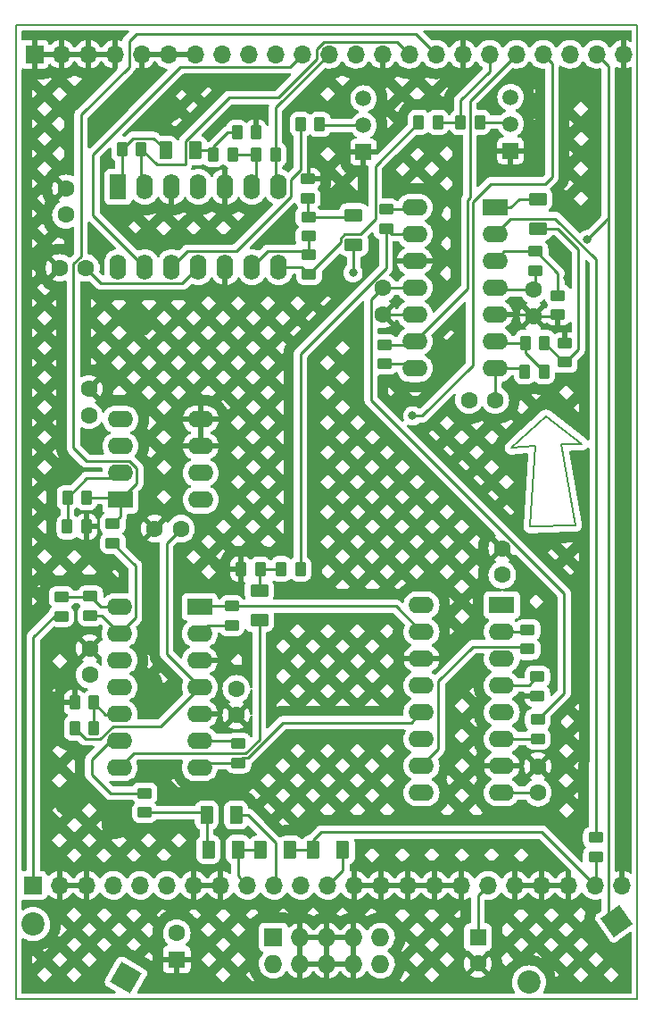
<source format=gbr>
%TF.GenerationSoftware,KiCad,Pcbnew,(5.99.0-13086-gffd1139cfe)*%
%TF.CreationDate,2021-11-22T18:43:28+08:00*%
%TF.ProjectId,Farini_EURO,46617269-6e69-45f4-9555-524f2e6b6963,rev?*%
%TF.SameCoordinates,Original*%
%TF.FileFunction,Copper,L2,Bot*%
%TF.FilePolarity,Positive*%
%FSLAX46Y46*%
G04 Gerber Fmt 4.6, Leading zero omitted, Abs format (unit mm)*
G04 Created by KiCad (PCBNEW (5.99.0-13086-gffd1139cfe)) date 2021-11-22 18:43:28*
%MOMM*%
%LPD*%
G01*
G04 APERTURE LIST*
G04 Aperture macros list*
%AMRoundRect*
0 Rectangle with rounded corners*
0 $1 Rounding radius*
0 $2 $3 $4 $5 $6 $7 $8 $9 X,Y pos of 4 corners*
0 Add a 4 corners polygon primitive as box body*
4,1,4,$2,$3,$4,$5,$6,$7,$8,$9,$2,$3,0*
0 Add four circle primitives for the rounded corners*
1,1,$1+$1,$2,$3*
1,1,$1+$1,$4,$5*
1,1,$1+$1,$6,$7*
1,1,$1+$1,$8,$9*
0 Add four rect primitives between the rounded corners*
20,1,$1+$1,$2,$3,$4,$5,0*
20,1,$1+$1,$4,$5,$6,$7,0*
20,1,$1+$1,$6,$7,$8,$9,0*
20,1,$1+$1,$8,$9,$2,$3,0*%
%AMHorizOval*
0 Thick line with rounded ends*
0 $1 width*
0 $2 $3 position (X,Y) of the first rounded end (center of the circle)*
0 $4 $5 position (X,Y) of the second rounded end (center of the circle)*
0 Add line between two ends*
20,1,$1,$2,$3,$4,$5,0*
0 Add two circle primitives to create the rounded ends*
1,1,$1,$2,$3*
1,1,$1,$4,$5*%
%AMRotRect*
0 Rectangle, with rotation*
0 The origin of the aperture is its center*
0 $1 length*
0 $2 width*
0 $3 Rotation angle, in degrees counterclockwise*
0 Add horizontal line*
21,1,$1,$2,0,0,$3*%
G04 Aperture macros list end*
%TA.AperFunction,NonConductor*%
%ADD10C,0.200000*%
%TD*%
%TA.AperFunction,Profile*%
%ADD11C,0.150000*%
%TD*%
%TA.AperFunction,ComponentPad*%
%ADD12R,1.700000X1.700000*%
%TD*%
%TA.AperFunction,ComponentPad*%
%ADD13O,1.700000X1.700000*%
%TD*%
%TA.AperFunction,ComponentPad*%
%ADD14R,1.600000X1.600000*%
%TD*%
%TA.AperFunction,ComponentPad*%
%ADD15C,1.600000*%
%TD*%
%TA.AperFunction,ComponentPad*%
%ADD16RotRect,2.200000X2.200000X215.000000*%
%TD*%
%TA.AperFunction,ComponentPad*%
%ADD17HorizOval,2.200000X0.000000X0.000000X0.000000X0.000000X0*%
%TD*%
%TA.AperFunction,SMDPad,CuDef*%
%ADD18RoundRect,0.250000X-0.625000X0.375000X-0.625000X-0.375000X0.625000X-0.375000X0.625000X0.375000X0*%
%TD*%
%TA.AperFunction,ComponentPad*%
%ADD19RotRect,2.200000X2.200000X150.000000*%
%TD*%
%TA.AperFunction,ComponentPad*%
%ADD20HorizOval,2.200000X0.000000X0.000000X0.000000X0.000000X0*%
%TD*%
%TA.AperFunction,SMDPad,CuDef*%
%ADD21RoundRect,0.250000X-0.375000X-0.625000X0.375000X-0.625000X0.375000X0.625000X-0.375000X0.625000X0*%
%TD*%
%TA.AperFunction,SMDPad,CuDef*%
%ADD22RoundRect,0.250000X0.625000X-0.375000X0.625000X0.375000X-0.625000X0.375000X-0.625000X-0.375000X0*%
%TD*%
%TA.AperFunction,SMDPad,CuDef*%
%ADD23RoundRect,0.250000X0.375000X0.625000X-0.375000X0.625000X-0.375000X-0.625000X0.375000X-0.625000X0*%
%TD*%
%TA.AperFunction,ComponentPad*%
%ADD24R,1.727200X1.727200*%
%TD*%
%TA.AperFunction,ComponentPad*%
%ADD25O,1.727200X1.727200*%
%TD*%
%TA.AperFunction,ComponentPad*%
%ADD26R,1.500000X1.500000*%
%TD*%
%TA.AperFunction,ComponentPad*%
%ADD27C,1.500000*%
%TD*%
%TA.AperFunction,SMDPad,CuDef*%
%ADD28RoundRect,0.250000X-0.450000X0.262500X-0.450000X-0.262500X0.450000X-0.262500X0.450000X0.262500X0*%
%TD*%
%TA.AperFunction,SMDPad,CuDef*%
%ADD29RoundRect,0.250000X-0.262500X-0.450000X0.262500X-0.450000X0.262500X0.450000X-0.262500X0.450000X0*%
%TD*%
%TA.AperFunction,SMDPad,CuDef*%
%ADD30RoundRect,0.250000X0.450000X-0.262500X0.450000X0.262500X-0.450000X0.262500X-0.450000X-0.262500X0*%
%TD*%
%TA.AperFunction,SMDPad,CuDef*%
%ADD31RoundRect,0.250000X0.262500X0.450000X-0.262500X0.450000X-0.262500X-0.450000X0.262500X-0.450000X0*%
%TD*%
%TA.AperFunction,ComponentPad*%
%ADD32R,2.400000X1.600000*%
%TD*%
%TA.AperFunction,ComponentPad*%
%ADD33O,2.400000X1.600000*%
%TD*%
%TA.AperFunction,ComponentPad*%
%ADD34R,1.600000X2.400000*%
%TD*%
%TA.AperFunction,ComponentPad*%
%ADD35O,1.600000X2.400000*%
%TD*%
%TA.AperFunction,ViaPad*%
%ADD36C,0.800000*%
%TD*%
%TA.AperFunction,Conductor*%
%ADD37C,0.250000*%
%TD*%
G04 APERTURE END LIST*
D10*
X100895489Y-87885489D02*
X98945489Y-87935489D01*
X94155489Y-88215489D02*
X97465489Y-85235489D01*
X96415489Y-88065489D02*
X94175489Y-88265489D01*
X95955489Y-95725489D02*
X96415489Y-88025489D01*
X97465489Y-85235489D02*
X100895489Y-87885489D01*
X98945489Y-87935489D02*
X100255489Y-95615489D01*
X100255489Y-95615489D02*
X95955489Y-95725489D01*
D11*
X47205489Y-140455901D02*
X106135489Y-140455901D01*
X47205489Y-48154626D02*
X47205489Y-140455901D01*
X106135489Y-48154626D02*
X47205489Y-48154626D01*
X106135489Y-140455901D02*
X106135489Y-48154626D01*
D12*
%TO.P,J2,1*%
%TO.N,GND*%
X48917318Y-50955489D03*
D13*
%TO.P,J2,2*%
X51457318Y-50955489D03*
%TO.P,J2,3*%
X53997318Y-50955489D03*
%TO.P,J2,4*%
X56537318Y-50955489D03*
%TO.P,J2,5*%
X59077318Y-50955489D03*
%TO.P,J2,6*%
X61617318Y-50955489D03*
%TO.P,J2,7*%
X64157318Y-50955489D03*
%TO.P,J2,8*%
%TO.N,+12V*%
X66697318Y-50955489D03*
%TO.P,J2,9*%
%TO.N,Net-(D9-Pad1)*%
X69237318Y-50955489D03*
%TO.P,J2,10*%
%TO.N,Net-(R24-Pad1)*%
X71777318Y-50955489D03*
%TO.P,J2,11*%
%TO.N,Net-(RV6-Pad2)*%
X74317318Y-50955489D03*
%TO.P,J2,12*%
%TO.N,Net-(R13-Pad1)*%
X76857318Y-50955489D03*
%TO.P,J2,13*%
%TO.N,/Vgate*%
X79397318Y-50955489D03*
%TO.P,J2,14*%
%TO.N,GND*%
X81937318Y-50955489D03*
%TO.P,J2,15*%
%TO.N,Net-(R12-Pad2)*%
X84477318Y-50955489D03*
%TO.P,J2,16*%
%TO.N,Net-(R22-Pad2)*%
X87017318Y-50955489D03*
%TO.P,J2,17*%
%TO.N,GND*%
X89557318Y-50955489D03*
%TO.P,J2,18*%
%TO.N,/EocOut*%
X92097318Y-50955489D03*
%TO.P,J2,19*%
%TO.N,Net-(R10-Pad2)*%
X94637318Y-50955489D03*
%TO.P,J2,20*%
%TO.N,Net-(RV5-Pad2)*%
X97177318Y-50955489D03*
%TO.P,J2,21*%
%TO.N,Net-(D8-Pad1)*%
X99717318Y-50955489D03*
%TO.P,J2,22*%
%TO.N,+12V*%
X102257318Y-50955489D03*
%TO.P,J2,23*%
%TO.N,GND*%
X104797318Y-50955489D03*
%TD*%
D12*
%TO.P,J2,1*%
%TO.N,/Out*%
X48790489Y-129705489D03*
D13*
%TO.P,J2,2*%
%TO.N,GND*%
X51330489Y-129705489D03*
%TO.P,J2,3*%
X53870489Y-129705489D03*
%TO.P,J2,4*%
%TO.N,-12V*%
X56410489Y-129705489D03*
%TO.P,J2,5*%
%TO.N,Net-(R1-Pad2)*%
X58950489Y-129705489D03*
%TO.P,J2,6*%
%TO.N,Net-(R11-Pad2)*%
X61490489Y-129705489D03*
%TO.P,J2,7*%
%TO.N,GND*%
X64030489Y-129705489D03*
%TO.P,J2,8*%
X66570489Y-129705489D03*
%TO.P,J2,9*%
%TO.N,/ManTrigger*%
X69110489Y-129705489D03*
%TO.P,J2,10*%
%TO.N,/Gate*%
X71650489Y-129705489D03*
%TO.P,J2,11*%
%TO.N,/SustainControl*%
X74190489Y-129705489D03*
%TO.P,J2,12*%
%TO.N,Net-(D4-Pad2)*%
X76730489Y-129705489D03*
%TO.P,J2,13*%
%TO.N,GND*%
X79270489Y-129705489D03*
%TO.P,J2,14*%
X81810489Y-129705489D03*
%TO.P,J2,15*%
X84350489Y-129705489D03*
%TO.P,J2,16*%
X86890489Y-129705489D03*
%TO.P,J2,17*%
X89430489Y-129705489D03*
%TO.P,J2,18*%
%TO.N,+12V*%
X91970489Y-129705489D03*
%TO.P,J2,19*%
%TO.N,GND*%
X94510489Y-129705489D03*
%TO.P,J2,20*%
X97050489Y-129705489D03*
%TO.P,J2,21*%
X99590489Y-129705489D03*
%TO.P,J2,22*%
%TO.N,Net-(D11-Pad1)*%
X102130489Y-129705489D03*
%TO.P,J2,23*%
%TO.N,GND*%
X104670489Y-129705489D03*
%TD*%
D14*
%TO.P,C1,1*%
%TO.N,+12V*%
X91005489Y-134625489D03*
D15*
%TO.P,C1,2*%
%TO.N,GND*%
X91005489Y-137125489D03*
%TD*%
D14*
%TO.P,C2,1*%
%TO.N,GND*%
X62425489Y-136725489D03*
D15*
%TO.P,C2,2*%
%TO.N,-12V*%
X62425489Y-134225489D03*
%TD*%
%TO.P,C3,1*%
%TO.N,GND*%
X96265489Y-75765800D03*
%TO.P,C3,2*%
%TO.N,+12V*%
X96265489Y-73265800D03*
%TD*%
%TO.P,C4,1*%
%TO.N,GND*%
X68080489Y-113574429D03*
%TO.P,C4,2*%
%TO.N,+12V*%
X68080489Y-111074429D03*
%TD*%
%TO.P,C5,1*%
%TO.N,GND*%
X60328971Y-95906289D03*
%TO.P,C5,2*%
%TO.N,+12V*%
X62828971Y-95906289D03*
%TD*%
%TO.P,C6,1*%
%TO.N,GND*%
X81995489Y-75595800D03*
%TO.P,C6,2*%
%TO.N,-12V*%
X81995489Y-73095800D03*
%TD*%
%TO.P,C7,1*%
%TO.N,GND*%
X54170489Y-107254429D03*
%TO.P,C7,2*%
%TO.N,-12V*%
X54170489Y-109754429D03*
%TD*%
%TO.P,C8,1*%
%TO.N,GND*%
X54078971Y-82656289D03*
%TO.P,C8,2*%
%TO.N,-12V*%
X54078971Y-85156289D03*
%TD*%
%TO.P,C9,1*%
%TO.N,Net-(C9-Pad1)*%
X90155489Y-83705800D03*
%TO.P,C9,2*%
%TO.N,/VTrig*%
X92655489Y-83705800D03*
%TD*%
%TO.P,C10,1*%
%TO.N,GND*%
X96693384Y-118417904D03*
%TO.P,C10,2*%
%TO.N,Net-(C10-Pad2)*%
X96693384Y-120917904D03*
%TD*%
%TO.P,C11,1*%
%TO.N,GND*%
X93315489Y-97775489D03*
%TO.P,C11,2*%
%TO.N,Net-(C11-Pad2)*%
X93315489Y-100275489D03*
%TD*%
D16*
%TO.P,D1,1*%
%TO.N,+12V*%
X104166781Y-133071721D03*
D17*
%TO.P,D1,2*%
%TO.N,Net-(D1-Pad2)*%
X95844196Y-138899258D03*
%TD*%
D18*
%TO.P,D3,1*%
%TO.N,Net-(D3-Pad1)*%
X96665489Y-64675800D03*
%TO.P,D3,2*%
%TO.N,Net-(D3-Pad2)*%
X96665489Y-67475800D03*
%TD*%
D19*
%TO.P,D5,1*%
%TO.N,Net-(D5-Pad1)*%
X57604898Y-138455489D03*
D20*
%TO.P,D5,2*%
%TO.N,-12V*%
X48806080Y-133375489D03*
%TD*%
D21*
%TO.P,D6,1*%
%TO.N,Net-(D6-Pad1)*%
X61397989Y-60080969D03*
%TO.P,D6,2*%
%TO.N,Net-(D6-Pad2)*%
X64197989Y-60080969D03*
%TD*%
D22*
%TO.P,D7,1*%
%TO.N,Net-(D7-Pad1)*%
X70265489Y-104575489D03*
%TO.P,D7,2*%
%TO.N,Net-(D7-Pad2)*%
X70265489Y-101775489D03*
%TD*%
%TO.P,D10,1*%
%TO.N,Net-(D10-Pad1)*%
X79217989Y-69000969D03*
%TO.P,D10,2*%
%TO.N,Net-(D10-Pad2)*%
X79217989Y-66200969D03*
%TD*%
D23*
%TO.P,D11,1*%
%TO.N,Net-(D11-Pad1)*%
X73205489Y-126365489D03*
%TO.P,D11,2*%
%TO.N,/ManTrigger*%
X70405489Y-126365489D03*
%TD*%
D21*
%TO.P,D12,1*%
%TO.N,Net-(D12-Pad1)*%
X65265489Y-123035489D03*
%TO.P,D12,2*%
%TO.N,/Gate*%
X68065489Y-123035489D03*
%TD*%
%TO.P,D13,1*%
%TO.N,Net-(D12-Pad1)*%
X65425489Y-126295489D03*
%TO.P,D13,2*%
%TO.N,/ManTrigger*%
X68225489Y-126295489D03*
%TD*%
D24*
%TO.P,J1,1*%
%TO.N,Net-(D5-Pad1)*%
X71590489Y-134615489D03*
D25*
%TO.P,J1,2*%
X71590489Y-137155489D03*
%TO.P,J1,3*%
%TO.N,GND*%
X74130489Y-134615489D03*
%TO.P,J1,4*%
X74130489Y-137155489D03*
%TO.P,J1,5*%
X76670489Y-134615489D03*
%TO.P,J1,6*%
X76670489Y-137155489D03*
%TO.P,J1,7*%
X79210489Y-134615489D03*
%TO.P,J1,8*%
X79210489Y-137155489D03*
%TO.P,J1,9*%
%TO.N,Net-(D1-Pad2)*%
X81750489Y-134615489D03*
%TO.P,J1,10*%
X81750489Y-137155489D03*
%TD*%
D26*
%TO.P,Q1,1*%
%TO.N,GND*%
X94105489Y-60095489D03*
D27*
%TO.P,Q1,2*%
%TO.N,Net-(Q1-Pad2)*%
X94105489Y-57555489D03*
%TO.P,Q1,3*%
%TO.N,Net-(D8-Pad1)*%
X94105489Y-55015489D03*
%TD*%
D26*
%TO.P,Q2,1*%
%TO.N,GND*%
X80149239Y-60225489D03*
D27*
%TO.P,Q2,2*%
%TO.N,Net-(Q2-Pad2)*%
X80149239Y-57685489D03*
%TO.P,Q2,3*%
%TO.N,Net-(D9-Pad1)*%
X80149239Y-55145489D03*
%TD*%
D28*
%TO.P,R1,1*%
%TO.N,/AttackControl*%
X67630489Y-103241929D03*
%TO.P,R1,2*%
%TO.N,Net-(R1-Pad2)*%
X67630489Y-105066929D03*
%TD*%
D29*
%TO.P,R2,1*%
%TO.N,/VTrig*%
X95462989Y-81025800D03*
%TO.P,R2,2*%
%TO.N,Net-(R2-Pad2)*%
X97287989Y-81025800D03*
%TD*%
D28*
%TO.P,R3,1*%
%TO.N,Net-(R3-Pad1)*%
X102185489Y-125162989D03*
%TO.P,R3,2*%
%TO.N,Net-(D11-Pad1)*%
X102185489Y-126987989D03*
%TD*%
D29*
%TO.P,R4,1*%
%TO.N,Net-(R2-Pad2)*%
X95502989Y-78285800D03*
%TO.P,R4,2*%
%TO.N,Net-(D3-Pad2)*%
X97327989Y-78285800D03*
%TD*%
D28*
%TO.P,R6,1*%
%TO.N,GND*%
X99265489Y-78313300D03*
%TO.P,R6,2*%
%TO.N,Net-(D3-Pad2)*%
X99265489Y-80138300D03*
%TD*%
%TO.P,R7,1*%
%TO.N,Net-(R7-Pad1)*%
X96475489Y-69643300D03*
%TO.P,R7,2*%
%TO.N,+12V*%
X96475489Y-71468300D03*
%TD*%
D30*
%TO.P,R8,1*%
%TO.N,GND*%
X98605489Y-75628300D03*
%TO.P,R8,2*%
%TO.N,Net-(R7-Pad1)*%
X98605489Y-73803300D03*
%TD*%
%TO.P,R10,1*%
%TO.N,/ReleaseControl*%
X82145489Y-80307989D03*
%TO.P,R10,2*%
%TO.N,Net-(R10-Pad2)*%
X82145489Y-78482989D03*
%TD*%
%TO.P,R11,1*%
%TO.N,/DecayControl*%
X68285489Y-118077989D03*
%TO.P,R11,2*%
%TO.N,Net-(R11-Pad2)*%
X68285489Y-116252989D03*
%TD*%
D29*
%TO.P,R12,1*%
%TO.N,Net-(D6-Pad1)*%
X57225489Y-59950969D03*
%TO.P,R12,2*%
%TO.N,Net-(R12-Pad2)*%
X59050489Y-59950969D03*
%TD*%
D31*
%TO.P,R13,1*%
%TO.N,Net-(R13-Pad1)*%
X71800489Y-60460969D03*
%TO.P,R13,2*%
%TO.N,Net-(R13-Pad2)*%
X69975489Y-60460969D03*
%TD*%
%TO.P,R17,1*%
%TO.N,Net-(R13-Pad2)*%
X67750489Y-60460969D03*
%TO.P,R17,2*%
%TO.N,Net-(D6-Pad2)*%
X65925489Y-60460969D03*
%TD*%
%TO.P,R18,1*%
%TO.N,GND*%
X69957989Y-58385489D03*
%TO.P,R18,2*%
%TO.N,Net-(D6-Pad2)*%
X68132989Y-58385489D03*
%TD*%
D30*
%TO.P,R22,1*%
%TO.N,Net-(R22-Pad1)*%
X56355489Y-97267989D03*
%TO.P,R22,2*%
%TO.N,Net-(R22-Pad2)*%
X56355489Y-95442989D03*
%TD*%
D28*
%TO.P,R23,1*%
%TO.N,Net-(R23-Pad1)*%
X54230489Y-102301929D03*
%TO.P,R23,2*%
%TO.N,Net-(R22-Pad1)*%
X54230489Y-104126929D03*
%TD*%
%TO.P,R24,1*%
%TO.N,Net-(R24-Pad1)*%
X82285489Y-65632989D03*
%TO.P,R24,2*%
%TO.N,Net-(R24-Pad2)*%
X82285489Y-67457989D03*
%TD*%
%TO.P,R26,1*%
%TO.N,Net-(R26-Pad1)*%
X59385489Y-120962989D03*
%TO.P,R26,2*%
%TO.N,Net-(D12-Pad1)*%
X59385489Y-122787989D03*
%TD*%
D31*
%TO.P,R27,1*%
%TO.N,Net-(R24-Pad2)*%
X74167989Y-99715489D03*
%TO.P,R27,2*%
%TO.N,Net-(D7-Pad2)*%
X72342989Y-99715489D03*
%TD*%
D30*
%TO.P,R28,1*%
%TO.N,/Out*%
X51485489Y-104197989D03*
%TO.P,R28,2*%
%TO.N,Net-(R23-Pad1)*%
X51485489Y-102372989D03*
%TD*%
D28*
%TO.P,R29,1*%
%TO.N,/env*%
X95723384Y-105495404D03*
%TO.P,R29,2*%
%TO.N,Net-(R29-Pad2)*%
X95723384Y-107320404D03*
%TD*%
D29*
%TO.P,R30,1*%
%TO.N,GND*%
X68512989Y-99745489D03*
%TO.P,R30,2*%
%TO.N,Net-(D7-Pad2)*%
X70337989Y-99745489D03*
%TD*%
D31*
%TO.P,R31,1*%
%TO.N,Net-(Q1-Pad2)*%
X91177989Y-57405489D03*
%TO.P,R31,2*%
%TO.N,/EocOut*%
X89352989Y-57405489D03*
%TD*%
%TO.P,R33,1*%
%TO.N,Net-(R33-Pad1)*%
X54552989Y-114804429D03*
%TO.P,R33,2*%
%TO.N,+12V*%
X52727989Y-114804429D03*
%TD*%
D29*
%TO.P,R34,1*%
%TO.N,GND*%
X52727989Y-112404429D03*
%TO.P,R34,2*%
%TO.N,Net-(R33-Pad1)*%
X54552989Y-112404429D03*
%TD*%
D28*
%TO.P,R35,1*%
%TO.N,/Vgate*%
X96643384Y-109922904D03*
%TO.P,R35,2*%
%TO.N,GND*%
X96643384Y-111747904D03*
%TD*%
D31*
%TO.P,R38,1*%
%TO.N,Net-(Q2-Pad2)*%
X75991739Y-57595489D03*
%TO.P,R38,2*%
%TO.N,/env*%
X74166739Y-57595489D03*
%TD*%
D30*
%TO.P,R40,1*%
%TO.N,Net-(R40-Pad1)*%
X74977989Y-71803469D03*
%TO.P,R40,2*%
%TO.N,Net-(R40-Pad2)*%
X74977989Y-69978469D03*
%TD*%
%TO.P,R41,1*%
%TO.N,Net-(R40-Pad2)*%
X74907989Y-68193469D03*
%TO.P,R41,2*%
%TO.N,Net-(D10-Pad2)*%
X74907989Y-66368469D03*
%TD*%
D31*
%TO.P,R42,1*%
%TO.N,/EocOut*%
X87207989Y-57405489D03*
%TO.P,R42,2*%
%TO.N,Net-(R40-Pad1)*%
X85382989Y-57405489D03*
%TD*%
D30*
%TO.P,R43,1*%
%TO.N,Net-(D10-Pad2)*%
X74867989Y-64573469D03*
%TO.P,R43,2*%
%TO.N,GND*%
X74867989Y-62748469D03*
%TD*%
%TO.P,R44,1*%
%TO.N,Net-(R44-Pad1)*%
X96683384Y-115810404D03*
%TO.P,R44,2*%
%TO.N,-12V*%
X96683384Y-113985404D03*
%TD*%
D32*
%TO.P,U1,1*%
%TO.N,Net-(D3-Pad1)*%
X92625489Y-65465800D03*
D33*
%TO.P,U1,2*%
%TO.N,Net-(R3-Pad1)*%
X92625489Y-68005800D03*
%TO.P,U1,3*%
%TO.N,Net-(R7-Pad1)*%
X92625489Y-70545800D03*
%TO.P,U1,4*%
%TO.N,+12V*%
X92625489Y-73085800D03*
%TO.P,U1,5*%
%TO.N,GND*%
X92625489Y-75625800D03*
%TO.P,U1,6*%
%TO.N,Net-(R2-Pad2)*%
X92625489Y-78165800D03*
%TO.P,U1,7*%
%TO.N,/VTrig*%
X92625489Y-80705800D03*
%TO.P,U1,8*%
%TO.N,/ReleaseControl*%
X85005489Y-80705800D03*
%TO.P,U1,9*%
%TO.N,Net-(R10-Pad2)*%
X85005489Y-78165800D03*
%TO.P,U1,10*%
%TO.N,GND*%
X85005489Y-75625800D03*
%TO.P,U1,11*%
%TO.N,-12V*%
X85005489Y-73085800D03*
%TO.P,U1,12*%
%TO.N,GND*%
X85005489Y-70545800D03*
%TO.P,U1,13*%
%TO.N,Net-(R24-Pad2)*%
X85005489Y-68005800D03*
%TO.P,U1,14*%
%TO.N,Net-(R24-Pad1)*%
X85005489Y-65465800D03*
%TD*%
D32*
%TO.P,U2,1*%
%TO.N,/AttackControl*%
X64615489Y-103300489D03*
D33*
%TO.P,U2,2*%
%TO.N,Net-(R1-Pad2)*%
X64615489Y-105840489D03*
%TO.P,U2,3*%
%TO.N,GND*%
X64615489Y-108380489D03*
%TO.P,U2,4*%
%TO.N,+12V*%
X64615489Y-110920489D03*
%TO.P,U2,5*%
%TO.N,GND*%
X64615489Y-113460489D03*
%TO.P,U2,6*%
%TO.N,Net-(R11-Pad2)*%
X64615489Y-116000489D03*
%TO.P,U2,7*%
%TO.N,/DecayControl*%
X64615489Y-118540489D03*
%TO.P,U2,8*%
%TO.N,Net-(D7-Pad1)*%
X56995489Y-118540489D03*
%TO.P,U2,9*%
%TO.N,Net-(R26-Pad1)*%
X56995489Y-116000489D03*
%TO.P,U2,10*%
%TO.N,Net-(R33-Pad1)*%
X56995489Y-113460489D03*
%TO.P,U2,11*%
%TO.N,-12V*%
X56995489Y-110920489D03*
%TO.P,U2,12*%
%TO.N,Net-(RV5-Pad2)*%
X56995489Y-108380489D03*
%TO.P,U2,13*%
%TO.N,Net-(R22-Pad1)*%
X56995489Y-105840489D03*
%TO.P,U2,14*%
%TO.N,Net-(R23-Pad1)*%
X56995489Y-103300489D03*
%TD*%
D34*
%TO.P,U3,1*%
%TO.N,Net-(D6-Pad1)*%
X56862989Y-63510969D03*
D35*
%TO.P,U3,2*%
%TO.N,Net-(R12-Pad2)*%
X59402989Y-63510969D03*
%TO.P,U3,3*%
%TO.N,GND*%
X61942989Y-63510969D03*
%TO.P,U3,4*%
%TO.N,+12V*%
X64482989Y-63510969D03*
%TO.P,U3,5*%
%TO.N,GND*%
X67022989Y-63510969D03*
%TO.P,U3,6*%
%TO.N,Net-(R13-Pad2)*%
X69562989Y-63510969D03*
%TO.P,U3,7*%
%TO.N,Net-(R13-Pad1)*%
X72102989Y-63510969D03*
%TO.P,U3,8*%
%TO.N,Net-(R40-Pad1)*%
X72102989Y-71130969D03*
%TO.P,U3,9*%
%TO.N,Net-(R40-Pad2)*%
X69562989Y-71130969D03*
%TO.P,U3,10*%
%TO.N,GND*%
X67022989Y-71130969D03*
%TO.P,U3,11*%
%TO.N,-12V*%
X64482989Y-71130969D03*
%TO.P,U3,12*%
%TO.N,/env*%
X61942989Y-71130969D03*
%TO.P,U3,13*%
%TO.N,Net-(RV6-Pad2)*%
X59402989Y-71130969D03*
%TO.P,U3,14*%
%TO.N,Net-(D10-Pad1)*%
X56862989Y-71130969D03*
%TD*%
D32*
%TO.P,U4,1*%
%TO.N,Net-(C11-Pad2)*%
X93273384Y-103137904D03*
D33*
%TO.P,U4,2*%
%TO.N,/env*%
X93273384Y-105677904D03*
%TO.P,U4,3*%
%TO.N,Net-(U4-Pad3)*%
X93273384Y-108217904D03*
%TO.P,U4,4*%
%TO.N,/Vgate*%
X93273384Y-110757904D03*
%TO.P,U4,5*%
%TO.N,Net-(C9-Pad1)*%
X93273384Y-113297904D03*
%TO.P,U4,6*%
%TO.N,Net-(R44-Pad1)*%
X93273384Y-115837904D03*
%TO.P,U4,7*%
%TO.N,GND*%
X93273384Y-118377904D03*
%TO.P,U4,8*%
%TO.N,Net-(C10-Pad2)*%
X93273384Y-120917904D03*
%TO.P,U4,9*%
%TO.N,/SustainControl*%
X85653384Y-120917904D03*
%TO.P,U4,10*%
%TO.N,Net-(R29-Pad2)*%
X85653384Y-118377904D03*
%TO.P,U4,11*%
%TO.N,+12V*%
X85653384Y-115837904D03*
%TO.P,U4,12*%
%TO.N,/DecayControl*%
X85653384Y-113297904D03*
%TO.P,U4,13*%
%TO.N,/ReleaseControl*%
X85653384Y-110757904D03*
%TO.P,U4,14*%
%TO.N,GND*%
X85653384Y-108217904D03*
%TO.P,U4,15*%
%TO.N,/AttackControl*%
X85653384Y-105677904D03*
%TO.P,U4,16*%
%TO.N,Net-(U4-Pad16)*%
X85653384Y-103137904D03*
%TD*%
D21*
%TO.P,D4,1*%
%TO.N,Net-(D11-Pad1)*%
X75385489Y-126365489D03*
%TO.P,D4,2*%
%TO.N,Net-(D4-Pad2)*%
X78185489Y-126365489D03*
%TD*%
D15*
%TO.P,C12,1*%
%TO.N,GND*%
X51917989Y-63660969D03*
%TO.P,C12,2*%
%TO.N,+12V*%
X51917989Y-66160969D03*
%TD*%
D29*
%TO.P,R47,1*%
%TO.N,Net-(R47-Pad1)*%
X52052989Y-92975489D03*
%TO.P,R47,2*%
%TO.N,Net-(R22-Pad2)*%
X53877989Y-92975489D03*
%TD*%
%TO.P,R48,1*%
%TO.N,Net-(R47-Pad1)*%
X52042989Y-95725489D03*
%TO.P,R48,2*%
%TO.N,GND*%
X53867989Y-95725489D03*
%TD*%
D32*
%TO.P,U5,1*%
%TO.N,Net-(R22-Pad2)*%
X57078971Y-93166289D03*
D33*
%TO.P,U5,2*%
%TO.N,Net-(R47-Pad1)*%
X57078971Y-90626289D03*
%TO.P,U5,3*%
%TO.N,/env*%
X57078971Y-88086289D03*
%TO.P,U5,4*%
%TO.N,-12V*%
X57078971Y-85546289D03*
%TO.P,U5,5*%
%TO.N,GND*%
X64698971Y-85546289D03*
%TO.P,U5,6*%
X64698971Y-88086289D03*
%TO.P,U5,7*%
%TO.N,Net-(U5-Pad7)*%
X64698971Y-90626289D03*
%TO.P,U5,8*%
%TO.N,+12V*%
X64698971Y-93166289D03*
%TD*%
D15*
%TO.P,C13,1*%
%TO.N,GND*%
X51305489Y-71205489D03*
%TO.P,C13,2*%
%TO.N,-12V*%
X53805489Y-71205489D03*
%TD*%
D36*
%TO.N,GND*%
X58955489Y-76325489D03*
X54545489Y-87565489D03*
X54605489Y-68825489D03*
X99485489Y-72125489D03*
X100175489Y-54195489D03*
X94955489Y-112015489D03*
X61635489Y-56055489D03*
X88225489Y-79735489D03*
X59755489Y-110565489D03*
X72505489Y-67145489D03*
X70435489Y-56435489D03*
X52105489Y-121765489D03*
X56625489Y-123975489D03*
X56825489Y-55535489D03*
%TO.N,+12V*%
X101363315Y-68523308D03*
%TO.N,Net-(D10-Pad1)*%
X79155489Y-71655489D03*
%TO.N,Net-(RV5-Pad2)*%
X84805489Y-85225489D03*
%TD*%
D37*
%TO.N,GND*%
X81995489Y-75595800D02*
X84975489Y-75595800D01*
X96125489Y-75625800D02*
X96265489Y-75765800D01*
X92625489Y-75625800D02*
X96125489Y-75625800D01*
X84975489Y-75595800D02*
X85005489Y-75625800D01*
X96265489Y-75765800D02*
X99002989Y-75765800D01*
X93313384Y-118417904D02*
X93273384Y-118377904D01*
X64698971Y-85546289D02*
X64698971Y-88086289D01*
%TO.N,+12V*%
X91005489Y-130670489D02*
X91970489Y-129705489D01*
X103180978Y-66705645D02*
X103180978Y-66655645D01*
X103380978Y-132285918D02*
X103380978Y-66455645D01*
X103380978Y-66455645D02*
X103380978Y-52079149D01*
X96265489Y-73265800D02*
X92805489Y-73265800D01*
X55176718Y-115828949D02*
X56381238Y-114624429D01*
X61455489Y-97279771D02*
X61455489Y-107760489D01*
X92805489Y-73265800D02*
X92625489Y-73085800D01*
X62828971Y-95906289D02*
X61455489Y-97279771D01*
X56381238Y-114624429D02*
X60911549Y-114624429D01*
X91005489Y-134625489D02*
X91005489Y-130670489D01*
X96475489Y-71468300D02*
X96475489Y-73055800D01*
X104166781Y-133071721D02*
X103380978Y-132285918D01*
X101363315Y-68523308D02*
X103180978Y-66705645D01*
X103380978Y-52079149D02*
X102257318Y-50955489D01*
X52727989Y-114804429D02*
X53752509Y-115828949D01*
X103180978Y-66655645D02*
X103380978Y-66455645D01*
X60911549Y-114624429D02*
X64615489Y-110920489D01*
X61455489Y-107760489D02*
X64615489Y-110920489D01*
X53752509Y-115828949D02*
X55176718Y-115828949D01*
%TO.N,-12V*%
X99185489Y-102045489D02*
X99185489Y-111483299D01*
X84995489Y-73095800D02*
X85005489Y-73085800D01*
X81995489Y-73095800D02*
X80870978Y-74220311D01*
X80870978Y-83730978D02*
X99185489Y-102045489D01*
X80870978Y-74220311D02*
X80870978Y-83730978D01*
X64482989Y-71130969D02*
X62958469Y-72655489D01*
X99185489Y-111483299D02*
X96683384Y-113985404D01*
X55255489Y-72655489D02*
X53805489Y-71205489D01*
X62958469Y-72655489D02*
X55255489Y-72655489D01*
X81995489Y-73095800D02*
X84995489Y-73095800D01*
%TO.N,/VTrig*%
X95142989Y-80705800D02*
X95462989Y-81025800D01*
X92625489Y-80705800D02*
X92625489Y-83675800D01*
X92625489Y-83675800D02*
X92655489Y-83705800D01*
X92625489Y-80705800D02*
X95142989Y-80705800D01*
%TO.N,Net-(C10-Pad2)*%
X96693384Y-120917904D02*
X93273384Y-120917904D01*
%TO.N,Net-(D11-Pad1)*%
X102185489Y-126987989D02*
X102185489Y-129650489D01*
X97070489Y-124645489D02*
X76155489Y-124645489D01*
X102185489Y-129650489D02*
X102130489Y-129705489D01*
X75385489Y-125415489D02*
X75385489Y-126365489D01*
X73205489Y-126365489D02*
X75385489Y-126365489D01*
X102130489Y-129705489D02*
X97070489Y-124645489D01*
X102215489Y-129620489D02*
X102130489Y-129705489D01*
X76155489Y-124645489D02*
X75385489Y-125415489D01*
%TO.N,Net-(D3-Pad1)*%
X96655489Y-64685800D02*
X96665489Y-64675800D01*
X94895489Y-64685800D02*
X96655489Y-64685800D01*
X92625489Y-65465800D02*
X94115489Y-65465800D01*
X94115489Y-65465800D02*
X94895489Y-64685800D01*
%TO.N,Net-(D3-Pad2)*%
X99180489Y-80138300D02*
X97327989Y-78285800D01*
X100535489Y-69405489D02*
X100535489Y-78945800D01*
X96665489Y-67475800D02*
X98605800Y-67475800D01*
X98605800Y-67475800D02*
X100535489Y-69405489D01*
X100535489Y-78945800D02*
X99342989Y-80138300D01*
%TO.N,Net-(D4-Pad2)*%
X78185489Y-128250489D02*
X76730489Y-129705489D01*
X78185489Y-126365489D02*
X78185489Y-128250489D01*
%TO.N,Net-(D6-Pad1)*%
X58250009Y-58926449D02*
X57225489Y-59950969D01*
X57225489Y-59950969D02*
X57225489Y-63148469D01*
X61397989Y-60080969D02*
X60243469Y-58926449D01*
X60243469Y-58926449D02*
X58250009Y-58926449D01*
X57225489Y-63148469D02*
X56862989Y-63510969D01*
%TO.N,Net-(D6-Pad2)*%
X64197989Y-60080969D02*
X65545489Y-60080969D01*
X65545489Y-60080969D02*
X65925489Y-60460969D01*
X67263469Y-58385489D02*
X68132989Y-58385489D01*
X65925489Y-59723469D02*
X67263469Y-58385489D01*
X65925489Y-60460969D02*
X65925489Y-59723469D01*
%TO.N,Net-(D7-Pad2)*%
X70282989Y-99655489D02*
X70282989Y-101757989D01*
X70337989Y-99745489D02*
X72312989Y-99745489D01*
X70282989Y-101757989D02*
X70265489Y-101775489D01*
X72312989Y-99745489D02*
X72342989Y-99715489D01*
%TO.N,Net-(D7-Pad1)*%
X68965389Y-117189909D02*
X58346069Y-117189909D01*
X70265489Y-115889809D02*
X68965389Y-117189909D01*
X70265489Y-104575489D02*
X70265489Y-115889809D01*
X58346069Y-117189909D02*
X56995489Y-118540489D01*
%TO.N,Net-(D10-Pad1)*%
X79155489Y-71655489D02*
X79217989Y-71592989D01*
X79217989Y-71592989D02*
X79217989Y-69000969D01*
%TO.N,Net-(D10-Pad2)*%
X74867989Y-64573469D02*
X74867989Y-66328469D01*
X79050489Y-66368469D02*
X79217989Y-66200969D01*
X74907989Y-66368469D02*
X79050489Y-66368469D01*
X74867989Y-66328469D02*
X74907989Y-66368469D01*
%TO.N,/ManTrigger*%
X68225489Y-128820489D02*
X69110489Y-129705489D01*
X68295489Y-126365489D02*
X68225489Y-126295489D01*
X68225489Y-126615009D02*
X68225489Y-128820489D01*
X70405489Y-126365489D02*
X68295489Y-126365489D01*
%TO.N,Net-(D12-Pad1)*%
X65265489Y-126135489D02*
X65425489Y-126295489D01*
X59385489Y-122787989D02*
X64997989Y-122787989D01*
X64997989Y-122787989D02*
X65266929Y-123056929D01*
X65265489Y-123035489D02*
X65265489Y-126135489D01*
%TO.N,/Gate*%
X68065489Y-123035489D02*
X69185489Y-123035489D01*
X69185489Y-123035489D02*
X71795489Y-125645489D01*
X71795489Y-125645489D02*
X71795489Y-129560489D01*
X71795489Y-129560489D02*
X71650489Y-129705489D01*
%TO.N,/Out*%
X50792989Y-104197989D02*
X48790489Y-106200489D01*
X51485489Y-104197989D02*
X50792989Y-104197989D01*
X48790489Y-106200489D02*
X48790489Y-129705489D01*
%TO.N,/EocOut*%
X89352989Y-57405489D02*
X87207989Y-57405489D01*
X89352989Y-55337989D02*
X89352989Y-57405489D01*
X92097318Y-52593660D02*
X89352989Y-55337989D01*
X92097318Y-50955489D02*
X92097318Y-52593660D01*
%TO.N,Net-(Q1-Pad2)*%
X91177989Y-57405489D02*
X93955489Y-57405489D01*
X93955489Y-57405489D02*
X94105489Y-57555489D01*
%TO.N,Net-(Q2-Pad2)*%
X80149239Y-57685489D02*
X76081739Y-57685489D01*
%TO.N,Net-(R1-Pad2)*%
X65389049Y-105066929D02*
X64615489Y-105840489D01*
X67630489Y-105066929D02*
X65389049Y-105066929D01*
%TO.N,/AttackControl*%
X64674049Y-103241929D02*
X64615489Y-103300489D01*
X67630489Y-103241929D02*
X83217409Y-103241929D01*
X67630489Y-103241929D02*
X64674049Y-103241929D01*
X83217409Y-103241929D02*
X85653384Y-105677904D01*
%TO.N,Net-(R2-Pad2)*%
X95502989Y-78285800D02*
X92745489Y-78285800D01*
X95502989Y-78285800D02*
X95502989Y-79240800D01*
X92745489Y-78285800D02*
X92625489Y-78165800D01*
X95502989Y-79240800D02*
X97287989Y-81025800D01*
%TO.N,Net-(R3-Pad1)*%
X102185489Y-118212989D02*
X102185489Y-125162989D01*
X102215489Y-70400082D02*
X98341687Y-66526280D01*
X94105009Y-66526280D02*
X92625489Y-68005800D01*
X102215489Y-118182989D02*
X102185489Y-118212989D01*
X98341687Y-66526280D02*
X94105009Y-66526280D01*
X102215489Y-118182989D02*
X102215489Y-70400082D01*
%TO.N,Net-(R7-Pad1)*%
X98605489Y-71725489D02*
X98605489Y-73803300D01*
X96523300Y-69643300D02*
X98605489Y-71725489D01*
X92625489Y-70545800D02*
X93527989Y-69643300D01*
X93527989Y-69643300D02*
X96523300Y-69643300D01*
%TO.N,Net-(R10-Pad2)*%
X90045969Y-64760581D02*
X90045969Y-73125320D01*
X90245489Y-64561060D02*
X90045969Y-64760581D01*
X84688300Y-78482989D02*
X85005489Y-78165800D01*
X90045969Y-73125320D02*
X85005489Y-78165800D01*
X94637318Y-50955489D02*
X90245489Y-55347318D01*
X90245489Y-55347318D02*
X90245489Y-64561060D01*
X82145489Y-78482989D02*
X84688300Y-78482989D01*
%TO.N,/ReleaseControl*%
X82145489Y-80307989D02*
X84607678Y-80307989D01*
X84607678Y-80307989D02*
X85005489Y-80705800D01*
%TO.N,/DecayControl*%
X84645799Y-114305489D02*
X85653384Y-113297904D01*
X65077989Y-118077989D02*
X68285489Y-118077989D01*
X72485527Y-114305489D02*
X84645799Y-114305489D01*
X64615489Y-118540489D02*
X65077989Y-118077989D01*
X68285489Y-118077989D02*
X68724049Y-117639429D01*
X69151587Y-117639429D02*
X72485527Y-114305489D01*
X68724049Y-117639429D02*
X69151587Y-117639429D01*
%TO.N,Net-(R11-Pad2)*%
X64615489Y-116000489D02*
X68069049Y-116000489D01*
X68069049Y-116000489D02*
X68270489Y-116201929D01*
%TO.N,Net-(R12-Pad2)*%
X60517989Y-61418469D02*
X63248469Y-61418469D01*
X59050489Y-59950969D02*
X59050489Y-63158469D01*
X63248469Y-61418469D02*
X63248469Y-59202509D01*
X72067398Y-55057397D02*
X75682807Y-51441988D01*
X75682807Y-50468990D02*
X76386308Y-49765489D01*
X67393580Y-55057398D02*
X72067398Y-55057397D01*
X76386308Y-49765489D02*
X83287318Y-49765489D01*
X59050489Y-63158469D02*
X59402989Y-63510969D01*
X83287318Y-49765489D02*
X84477318Y-50955489D01*
X63248469Y-59202509D02*
X67393580Y-55057398D01*
X59050489Y-59950969D02*
X60517989Y-61418469D01*
X75682807Y-51441988D02*
X75682807Y-50468990D01*
%TO.N,Net-(R13-Pad1)*%
X71800489Y-56012318D02*
X76857318Y-50955489D01*
X71800489Y-60460969D02*
X71800489Y-63208469D01*
X71800489Y-60460969D02*
X71800489Y-56012318D01*
X71800489Y-63208469D02*
X72102989Y-63510969D01*
%TO.N,Net-(R13-Pad2)*%
X69975489Y-60460969D02*
X67750489Y-60460969D01*
X69975489Y-60460969D02*
X69975489Y-63098469D01*
X69975489Y-63098469D02*
X69562989Y-63510969D01*
%TO.N,/env*%
X61522989Y-71550969D02*
X63467509Y-69606449D01*
X68064529Y-69606449D02*
X63467509Y-69606449D01*
X73227509Y-64443469D02*
X68064529Y-69606449D01*
X95540884Y-105677904D02*
X95723384Y-105495404D01*
X74166739Y-61917799D02*
X74166739Y-57595489D01*
X73227509Y-62857029D02*
X74166739Y-61917799D01*
X93273384Y-105677904D02*
X95540884Y-105677904D01*
X73227509Y-62857029D02*
X73227509Y-64443469D01*
%TO.N,Net-(R22-Pad1)*%
X54230489Y-104126929D02*
X55281929Y-104126929D01*
X58520009Y-104315969D02*
X56995489Y-105840489D01*
X58520009Y-99432509D02*
X58520009Y-104315969D01*
X56355489Y-97267989D02*
X58520009Y-99432509D01*
X55281929Y-104126929D02*
X56995489Y-105840489D01*
%TO.N,Net-(R23-Pad1)*%
X54102989Y-102174429D02*
X55229049Y-103300489D01*
X51485489Y-102372989D02*
X54159429Y-102372989D01*
X54159429Y-102372989D02*
X54230489Y-102301929D01*
X55229049Y-103300489D02*
X56995489Y-103300489D01*
%TO.N,Net-(R24-Pad1)*%
X84838300Y-65632989D02*
X85005489Y-65465800D01*
X82285489Y-65632989D02*
X84838300Y-65632989D01*
%TO.N,Net-(R24-Pad2)*%
X74167989Y-79333000D02*
X82285489Y-71215500D01*
X74167989Y-99715489D02*
X74167989Y-79333000D01*
X82833300Y-68005800D02*
X85005489Y-68005800D01*
X82285489Y-67457989D02*
X82833300Y-68005800D01*
X82285489Y-71215500D02*
X82285489Y-67457989D01*
%TO.N,Net-(R26-Pad1)*%
X56995489Y-116000489D02*
X56160489Y-116000489D01*
X56160489Y-116000489D02*
X54355489Y-117805489D01*
X54355489Y-117805489D02*
X54355489Y-119195489D01*
X54355489Y-119195489D02*
X56122989Y-120962989D01*
X56122989Y-120962989D02*
X59385489Y-120962989D01*
%TO.N,Net-(R29-Pad2)*%
X95496364Y-107093384D02*
X90507593Y-107093384D01*
X90507593Y-107093384D02*
X87243384Y-110357593D01*
X95723384Y-107320404D02*
X95496364Y-107093384D01*
X87243384Y-116787904D02*
X85653384Y-118377904D01*
X87243384Y-110357593D02*
X87243384Y-116787904D01*
%TO.N,Net-(R33-Pad1)*%
X54552989Y-112404429D02*
X54552989Y-114804429D01*
X56931549Y-113524429D02*
X55672989Y-113524429D01*
X55672989Y-113524429D02*
X54552989Y-112404429D01*
%TO.N,/Vgate*%
X93315884Y-110715404D02*
X93273384Y-110757904D01*
X95850884Y-110715404D02*
X93315884Y-110715404D01*
X96643384Y-109922904D02*
X95850884Y-110715404D01*
%TO.N,Net-(R40-Pad2)*%
X71087509Y-69606449D02*
X74605969Y-69606449D01*
X74605969Y-69606449D02*
X74977989Y-69978469D01*
X69562989Y-71130969D02*
X71087509Y-69606449D01*
X74907989Y-68193469D02*
X74907989Y-69908469D01*
%TO.N,Net-(R40-Pad1)*%
X74305489Y-71130969D02*
X74977989Y-71803469D01*
X72102989Y-71130969D02*
X74305489Y-71130969D01*
X78018469Y-68762989D02*
X74977989Y-71803469D01*
X81260969Y-66600009D02*
X79835489Y-68025489D01*
X85382989Y-57405489D02*
X81260969Y-61527509D01*
X81260969Y-61527509D02*
X81260969Y-66600009D01*
X79835489Y-68025489D02*
X78374049Y-68025489D01*
X78374049Y-68025489D02*
X78018469Y-68381069D01*
X78018469Y-68381069D02*
X78018469Y-68762989D01*
%TO.N,Net-(R44-Pad1)*%
X96683384Y-115810404D02*
X93300884Y-115810404D01*
X93300884Y-115810404D02*
X93273384Y-115837904D01*
%TO.N,Net-(RV5-Pad2)*%
X97355489Y-63245489D02*
X98060009Y-62540969D01*
X90495489Y-64946778D02*
X92196778Y-63245489D01*
X98060009Y-51838180D02*
X97177318Y-50955489D01*
X85735489Y-85225489D02*
X90495489Y-80465489D01*
X98060009Y-62540969D02*
X98060009Y-51838180D01*
X90495489Y-80465489D02*
X90495489Y-64946778D01*
X84805489Y-85225489D02*
X85735489Y-85225489D01*
X92196778Y-63245489D02*
X97355489Y-63245489D01*
%TO.N,Net-(RV6-Pad2)*%
X74317318Y-50955489D02*
X73142807Y-52130000D01*
X73142807Y-52130000D02*
X62790978Y-52130000D01*
X54495489Y-66223469D02*
X59402989Y-71130969D01*
X54495489Y-60425489D02*
X54495489Y-66223469D01*
X62790978Y-52130000D02*
X54495489Y-60425489D01*
%TO.N,Net-(R22-Pad2)*%
X58625489Y-91619771D02*
X58625489Y-90182496D01*
X57944762Y-89501769D02*
X53871769Y-89501769D01*
X56851471Y-92938789D02*
X57078971Y-93166289D01*
X57078971Y-94719507D02*
X56355489Y-95442989D01*
X58625489Y-90182496D02*
X57944762Y-89501769D01*
X57078971Y-93166289D02*
X58625489Y-91619771D01*
X53871769Y-89501769D02*
X52625489Y-88255489D01*
X58565489Y-49065489D02*
X85127318Y-49065489D01*
X85127318Y-49065489D02*
X87017318Y-50955489D01*
X52625489Y-70795189D02*
X53339700Y-70080978D01*
X53339700Y-70080978D02*
X53339700Y-56693107D01*
X57078971Y-93166289D02*
X57078971Y-94719507D01*
X53898971Y-92938789D02*
X56851471Y-92938789D01*
X53339700Y-56693107D02*
X57902807Y-52130000D01*
X57902807Y-49728171D02*
X58565489Y-49065489D01*
X52625489Y-88255489D02*
X52625489Y-70795189D01*
X57902807Y-52130000D02*
X57902807Y-49728171D01*
%TO.N,Net-(R47-Pad1)*%
X52052989Y-92975489D02*
X52052989Y-92959771D01*
X53898971Y-91113789D02*
X56591471Y-91113789D01*
X52052989Y-92975489D02*
X52052989Y-95715489D01*
X56591471Y-91113789D02*
X57078971Y-90626289D01*
X52052989Y-95715489D02*
X52042989Y-95725489D01*
X52052989Y-92959771D02*
X53898971Y-91113789D01*
%TD*%
%TA.AperFunction,Conductor*%
%TO.N,GND*%
G36*
X101377501Y-70458452D02*
G01*
X101384084Y-70464581D01*
X101545084Y-70625581D01*
X101579110Y-70687893D01*
X101581989Y-70714676D01*
X101581989Y-87408227D01*
X101561987Y-87476348D01*
X101508331Y-87522841D01*
X101438057Y-87532945D01*
X101373477Y-87503451D01*
X101366599Y-87497027D01*
X101353223Y-87483562D01*
X101344650Y-87474003D01*
X101323055Y-87447306D01*
X101317862Y-87440886D01*
X101311187Y-87436031D01*
X101311183Y-87436027D01*
X101261710Y-87400041D01*
X101258793Y-87397854D01*
X97851471Y-84765375D01*
X97846690Y-84761491D01*
X97799516Y-84721196D01*
X97792065Y-84717641D01*
X97792061Y-84717639D01*
X97754372Y-84699660D01*
X97745262Y-84694847D01*
X97709179Y-84673855D01*
X97709172Y-84673852D01*
X97702040Y-84669703D01*
X97688717Y-84666086D01*
X97667488Y-84658213D01*
X97655026Y-84652268D01*
X97646908Y-84650763D01*
X97646905Y-84650762D01*
X97617075Y-84645232D01*
X97605847Y-84643150D01*
X97595818Y-84640863D01*
X97547544Y-84627757D01*
X97539288Y-84627730D01*
X97539282Y-84627729D01*
X97533736Y-84627711D01*
X97511192Y-84625602D01*
X97505740Y-84624591D01*
X97505735Y-84624591D01*
X97497619Y-84623086D01*
X97489389Y-84623733D01*
X97489385Y-84623733D01*
X97447757Y-84627007D01*
X97437463Y-84627394D01*
X97435702Y-84627388D01*
X97395717Y-84627256D01*
X97395715Y-84627256D01*
X97387456Y-84627229D01*
X97379469Y-84629341D01*
X97379467Y-84629341D01*
X97374114Y-84630756D01*
X97351792Y-84634553D01*
X97346256Y-84634988D01*
X97346252Y-84634989D01*
X97338022Y-84635636D01*
X97330238Y-84638392D01*
X97330233Y-84638393D01*
X97290875Y-84652328D01*
X97281031Y-84655367D01*
X97270279Y-84658210D01*
X97232685Y-84668150D01*
X97220703Y-84675015D01*
X97200123Y-84684460D01*
X97187112Y-84689067D01*
X97150751Y-84714054D01*
X97145895Y-84717391D01*
X97137175Y-84722872D01*
X97100949Y-84743628D01*
X97100947Y-84743630D01*
X97093780Y-84747736D01*
X97087921Y-84753557D01*
X97087919Y-84753558D01*
X97049784Y-84791442D01*
X97045289Y-84795693D01*
X94113278Y-87435388D01*
X93719069Y-87790295D01*
X93641196Y-87881463D01*
X93637640Y-87888916D01*
X93637640Y-87888917D01*
X93587948Y-87993084D01*
X93572268Y-88025952D01*
X93570764Y-88034063D01*
X93570763Y-88034067D01*
X93544956Y-88173271D01*
X93543086Y-88183360D01*
X93543733Y-88191590D01*
X93543733Y-88191594D01*
X93547541Y-88240016D01*
X93555636Y-88342957D01*
X93578857Y-88408542D01*
X93591530Y-88444335D01*
X93595720Y-88458899D01*
X93597449Y-88466631D01*
X93599601Y-88476259D01*
X93609798Y-88495762D01*
X93666222Y-88603681D01*
X93673775Y-88618128D01*
X93679364Y-88624205D01*
X93679365Y-88624207D01*
X93728390Y-88677516D01*
X93782141Y-88735964D01*
X93917312Y-88821740D01*
X94070077Y-88869607D01*
X94120786Y-88871731D01*
X94185753Y-88874452D01*
X94185760Y-88874452D01*
X94189871Y-88874624D01*
X95618370Y-88747079D01*
X95687998Y-88760944D01*
X95739079Y-88810252D01*
X95755350Y-88880094D01*
X95349569Y-95672519D01*
X95349095Y-95678250D01*
X95343312Y-95732956D01*
X95343312Y-95732960D01*
X95342444Y-95741172D01*
X95344766Y-95755889D01*
X95350038Y-95789302D01*
X95351258Y-95799969D01*
X95354728Y-95848602D01*
X95359243Y-95861655D01*
X95359660Y-95862861D01*
X95365042Y-95884411D01*
X95367392Y-95899305D01*
X95370744Y-95906847D01*
X95370745Y-95906849D01*
X95387190Y-95943845D01*
X95391129Y-95953834D01*
X95407062Y-95999895D01*
X95411691Y-96006736D01*
X95415511Y-96012382D01*
X95426292Y-96031813D01*
X95432417Y-96045593D01*
X95450062Y-96067409D01*
X95463076Y-96083500D01*
X95469454Y-96092111D01*
X95496772Y-96132488D01*
X95508169Y-96142367D01*
X95523607Y-96158340D01*
X95533090Y-96170066D01*
X95572508Y-96198742D01*
X95580900Y-96205412D01*
X95617741Y-96237346D01*
X95625167Y-96240955D01*
X95631307Y-96243939D01*
X95650347Y-96255368D01*
X95662548Y-96264244D01*
X95670258Y-96267209D01*
X95708041Y-96281739D01*
X95717889Y-96286016D01*
X95754302Y-96303712D01*
X95754304Y-96303713D01*
X95761727Y-96307320D01*
X95776541Y-96310178D01*
X95797898Y-96316293D01*
X95811969Y-96321704D01*
X95848107Y-96325524D01*
X95860431Y-96326827D01*
X95871052Y-96328410D01*
X95899239Y-96333847D01*
X95918919Y-96337644D01*
X95927160Y-96337056D01*
X95982031Y-96333141D01*
X95987776Y-96332862D01*
X97273465Y-96299972D01*
X100192283Y-96225304D01*
X100195666Y-96225418D01*
X100198629Y-96226093D01*
X100274019Y-96223224D01*
X100275566Y-96223174D01*
X100310872Y-96222271D01*
X100313793Y-96221811D01*
X100317568Y-96221566D01*
X100358603Y-96220004D01*
X100384719Y-96211929D01*
X100402303Y-96207846D01*
X100421148Y-96204873D01*
X100429306Y-96203586D01*
X100462686Y-96188749D01*
X100476644Y-96183510D01*
X100503655Y-96175159D01*
X100503664Y-96175155D01*
X100511549Y-96172717D01*
X100518537Y-96168320D01*
X100518541Y-96168318D01*
X100534680Y-96158162D01*
X100550608Y-96149667D01*
X100557544Y-96146584D01*
X100575593Y-96138561D01*
X100604013Y-96115576D01*
X100616119Y-96106918D01*
X100647046Y-96087457D01*
X100652655Y-96081403D01*
X100652662Y-96081398D01*
X100665624Y-96067409D01*
X100678811Y-96055080D01*
X100693643Y-96043084D01*
X100693645Y-96043082D01*
X100700067Y-96037888D01*
X100706217Y-96029435D01*
X100721560Y-96008343D01*
X100731031Y-95996824D01*
X100750243Y-95976092D01*
X100750245Y-95976090D01*
X100755858Y-95970032D01*
X100768614Y-95945858D01*
X100778156Y-95930545D01*
X100789384Y-95915110D01*
X100794244Y-95908430D01*
X100797208Y-95900723D01*
X100797211Y-95900717D01*
X100807359Y-95874326D01*
X100813527Y-95860746D01*
X100826715Y-95835755D01*
X100826716Y-95835753D01*
X100830571Y-95828447D01*
X100836636Y-95801796D01*
X100841890Y-95784529D01*
X100848740Y-95766716D01*
X100851704Y-95759009D01*
X100855545Y-95722677D01*
X100857988Y-95707964D01*
X100864261Y-95680398D01*
X100866093Y-95672349D01*
X100865053Y-95645033D01*
X100865661Y-95626995D01*
X100867667Y-95608024D01*
X100867667Y-95608017D01*
X100868535Y-95599806D01*
X100862136Y-95559245D01*
X100861646Y-95555494D01*
X100861533Y-95552537D01*
X100855599Y-95517752D01*
X100855347Y-95516216D01*
X100843587Y-95441673D01*
X100842353Y-95438897D01*
X100841584Y-95435584D01*
X99687338Y-88668711D01*
X99695601Y-88598197D01*
X99740675Y-88543344D01*
X99808314Y-88521566D01*
X100606026Y-88501111D01*
X100900518Y-88493560D01*
X100904150Y-88493520D01*
X100920879Y-88493575D01*
X100965261Y-88493722D01*
X100965263Y-88493722D01*
X100973522Y-88493749D01*
X100981505Y-88491638D01*
X100981507Y-88491638D01*
X101014698Y-88482862D01*
X101027263Y-88480217D01*
X101061181Y-88474864D01*
X101061183Y-88474863D01*
X101069340Y-88473576D01*
X101076885Y-88470222D01*
X101076888Y-88470221D01*
X101088771Y-88464938D01*
X101107743Y-88458261D01*
X101128293Y-88452827D01*
X101143115Y-88444335D01*
X101165249Y-88431653D01*
X101176703Y-88425845D01*
X101202703Y-88414286D01*
X101215624Y-88408542D01*
X101232154Y-88395171D01*
X101248758Y-88383807D01*
X101260032Y-88377348D01*
X101260034Y-88377347D01*
X101267198Y-88373242D01*
X101297420Y-88343219D01*
X101306971Y-88334653D01*
X101340092Y-88307861D01*
X101346334Y-88299280D01*
X101352600Y-88290667D01*
X101365698Y-88275391D01*
X101367193Y-88273906D01*
X101429619Y-88240090D01*
X101500417Y-88245393D01*
X101557110Y-88288130D01*
X101581697Y-88354733D01*
X101581989Y-88363300D01*
X101581989Y-117987148D01*
X101576986Y-118022300D01*
X101575454Y-118027575D01*
X101572308Y-118034844D01*
X101571069Y-118042668D01*
X101571067Y-118042674D01*
X101565390Y-118078513D01*
X101562984Y-118090133D01*
X101557529Y-118111382D01*
X101551989Y-118132959D01*
X101551989Y-118153213D01*
X101550438Y-118172923D01*
X101547269Y-118192932D01*
X101548015Y-118200824D01*
X101551430Y-118236950D01*
X101551989Y-118248808D01*
X101551989Y-124071292D01*
X101531987Y-124139413D01*
X101478331Y-124185906D01*
X101465866Y-124190815D01*
X101418487Y-124206622D01*
X101418485Y-124206623D01*
X101411543Y-124208939D01*
X101405319Y-124212790D01*
X101405318Y-124212791D01*
X101389044Y-124222862D01*
X101261141Y-124302011D01*
X101136184Y-124427186D01*
X101132344Y-124433416D01*
X101132343Y-124433417D01*
X101114790Y-124461894D01*
X101043374Y-124577751D01*
X101016925Y-124657494D01*
X100999695Y-124709441D01*
X100987692Y-124745628D01*
X100976989Y-124850089D01*
X100976989Y-125475889D01*
X100977326Y-125479135D01*
X100977326Y-125479139D01*
X100981822Y-125522467D01*
X100987963Y-125581655D01*
X100990144Y-125588191D01*
X100990144Y-125588193D01*
X101025213Y-125693306D01*
X101043939Y-125749435D01*
X101137011Y-125899837D01*
X101142193Y-125905010D01*
X101223598Y-125986273D01*
X101257677Y-126048555D01*
X101252674Y-126119375D01*
X101223753Y-126164464D01*
X101136184Y-126252186D01*
X101043374Y-126402751D01*
X100987692Y-126570628D01*
X100976989Y-126675089D01*
X100976989Y-127300889D01*
X100977325Y-127304132D01*
X100977326Y-127304142D01*
X100981466Y-127344042D01*
X100968601Y-127413864D01*
X100920029Y-127465645D01*
X100851173Y-127482947D01*
X100783894Y-127460276D01*
X100767044Y-127446140D01*
X99485369Y-126164464D01*
X97574141Y-124253236D01*
X97566601Y-124244950D01*
X97562489Y-124238471D01*
X97512837Y-124191845D01*
X97509996Y-124189091D01*
X97490259Y-124169354D01*
X97487062Y-124166874D01*
X97478040Y-124159169D01*
X97464605Y-124146553D01*
X97445810Y-124128903D01*
X97438864Y-124125084D01*
X97438861Y-124125082D01*
X97428055Y-124119141D01*
X97411536Y-124108290D01*
X97411072Y-124107930D01*
X97395530Y-124095875D01*
X97388261Y-124092730D01*
X97388257Y-124092727D01*
X97354952Y-124078315D01*
X97344302Y-124073098D01*
X97305549Y-124051794D01*
X97285926Y-124046756D01*
X97267223Y-124040352D01*
X97255909Y-124035456D01*
X97255908Y-124035456D01*
X97248634Y-124032308D01*
X97240811Y-124031069D01*
X97240801Y-124031066D01*
X97204965Y-124025390D01*
X97193345Y-124022984D01*
X97158200Y-124013961D01*
X97158199Y-124013961D01*
X97150519Y-124011989D01*
X97130265Y-124011989D01*
X97110554Y-124010438D01*
X97108023Y-124010037D01*
X97090546Y-124007269D01*
X97082654Y-124008015D01*
X97046528Y-124011430D01*
X97034670Y-124011989D01*
X76234252Y-124011989D01*
X76223068Y-124011462D01*
X76215580Y-124009788D01*
X76207657Y-124010037D01*
X76147522Y-124011927D01*
X76143564Y-124011989D01*
X76115633Y-124011989D01*
X76111718Y-124012484D01*
X76111714Y-124012484D01*
X76111656Y-124012492D01*
X76111627Y-124012495D01*
X76099785Y-124013428D01*
X76055599Y-124014816D01*
X76038233Y-124019861D01*
X76036147Y-124020467D01*
X76016795Y-124024475D01*
X76004557Y-124026021D01*
X76004555Y-124026022D01*
X75996692Y-124027015D01*
X75955575Y-124043295D01*
X75944374Y-124047130D01*
X75901895Y-124059471D01*
X75895076Y-124063504D01*
X75895071Y-124063506D01*
X75884460Y-124069782D01*
X75866710Y-124078479D01*
X75847872Y-124085937D01*
X75841456Y-124090598D01*
X75841455Y-124090599D01*
X75812114Y-124111917D01*
X75802190Y-124118436D01*
X75770949Y-124136911D01*
X75770944Y-124136915D01*
X75764126Y-124140947D01*
X75749802Y-124155271D01*
X75734770Y-124168110D01*
X75718382Y-124180017D01*
X75694456Y-124208939D01*
X75690201Y-124214082D01*
X75682211Y-124222862D01*
X74993236Y-124911837D01*
X74984950Y-124919377D01*
X74978471Y-124923489D01*
X74957799Y-124945503D01*
X74951732Y-124951963D01*
X74890519Y-124987929D01*
X74872885Y-124991037D01*
X74861182Y-124992251D01*
X74861179Y-124992252D01*
X74854323Y-124992963D01*
X74847787Y-124995144D01*
X74847785Y-124995144D01*
X74725209Y-125036039D01*
X74686543Y-125048939D01*
X74536141Y-125142011D01*
X74411184Y-125267186D01*
X74407344Y-125273416D01*
X74407343Y-125273417D01*
X74402675Y-125280990D01*
X74349902Y-125328484D01*
X74279831Y-125339906D01*
X74214707Y-125311632D01*
X74188272Y-125281177D01*
X74178967Y-125266141D01*
X74137907Y-125225152D01*
X74058972Y-125146355D01*
X74053792Y-125141184D01*
X73949980Y-125077193D01*
X73909457Y-125052214D01*
X73909455Y-125052213D01*
X73903227Y-125048374D01*
X73742743Y-124995144D01*
X73741878Y-124994857D01*
X73741876Y-124994857D01*
X73735350Y-124992692D01*
X73728514Y-124991992D01*
X73728511Y-124991991D01*
X73685458Y-124987580D01*
X73630889Y-124981989D01*
X72780089Y-124981989D01*
X72776843Y-124982326D01*
X72776839Y-124982326D01*
X72681181Y-124992251D01*
X72681177Y-124992252D01*
X72674323Y-124992963D01*
X72667787Y-124995144D01*
X72667785Y-124995144D01*
X72545209Y-125036039D01*
X72506543Y-125048939D01*
X72356141Y-125142011D01*
X72350968Y-125147193D01*
X72350880Y-125147263D01*
X72285071Y-125173902D01*
X72215306Y-125160732D01*
X72183519Y-125137614D01*
X70717888Y-123671983D01*
X72129272Y-123671983D01*
X72473404Y-124016115D01*
X72477253Y-124015284D01*
X72484020Y-124014015D01*
X72564499Y-124001189D01*
X72571325Y-124000292D01*
X72677091Y-123989318D01*
X72680335Y-123989024D01*
X72718769Y-123986038D01*
X72722017Y-123985827D01*
X72735021Y-123985154D01*
X72738276Y-123985028D01*
X72776832Y-123984031D01*
X72780089Y-123983989D01*
X73194791Y-123983989D01*
X72506029Y-123295227D01*
X72129272Y-123671983D01*
X70717888Y-123671983D01*
X69689141Y-122643236D01*
X69681601Y-122634950D01*
X69677489Y-122628471D01*
X69627837Y-122581845D01*
X69624996Y-122579091D01*
X69605259Y-122559354D01*
X69602062Y-122556874D01*
X69593040Y-122549169D01*
X69566589Y-122524330D01*
X69560810Y-122518903D01*
X69553864Y-122515084D01*
X69553861Y-122515082D01*
X69543055Y-122509141D01*
X69526536Y-122498290D01*
X69526072Y-122497930D01*
X69510530Y-122485875D01*
X69503261Y-122482730D01*
X69503257Y-122482727D01*
X69469952Y-122468315D01*
X69459302Y-122463098D01*
X69420549Y-122441794D01*
X69400926Y-122436756D01*
X69382223Y-122430352D01*
X69370909Y-122425456D01*
X69370908Y-122425456D01*
X69363634Y-122422308D01*
X69355811Y-122421069D01*
X69355801Y-122421066D01*
X69319965Y-122415390D01*
X69308347Y-122412985D01*
X69303860Y-122411833D01*
X69286578Y-122407396D01*
X69225573Y-122371084D01*
X69193882Y-122307553D01*
X69192584Y-122298358D01*
X69188727Y-122261181D01*
X69188726Y-122261177D01*
X69188372Y-122257769D01*
X70715058Y-122257769D01*
X71423579Y-122966290D01*
X71800336Y-122589534D01*
X73211721Y-122589534D01*
X73920242Y-123298055D01*
X74628763Y-122589534D01*
X76040147Y-122589534D01*
X76464602Y-123013989D01*
X77032735Y-123013989D01*
X77457189Y-122589534D01*
X78868574Y-122589534D01*
X79293029Y-123013989D01*
X79861163Y-123013989D01*
X80285618Y-122589534D01*
X81697001Y-122589534D01*
X82121456Y-123013989D01*
X82689590Y-123013989D01*
X82977431Y-122726148D01*
X87490469Y-122726148D01*
X87778310Y-123013989D01*
X88346444Y-123013989D01*
X88770899Y-122589534D01*
X90182282Y-122589534D01*
X90606737Y-123013989D01*
X91174871Y-123013989D01*
X91451244Y-122737616D01*
X91400568Y-122698729D01*
X91396279Y-122695287D01*
X91379455Y-122681169D01*
X91375325Y-122677546D01*
X91327362Y-122633595D01*
X91323392Y-122629794D01*
X91283132Y-122589534D01*
X98667564Y-122589534D01*
X99376085Y-123298055D01*
X100084606Y-122589534D01*
X99376085Y-121881013D01*
X98667564Y-122589534D01*
X91283132Y-122589534D01*
X91161494Y-122467896D01*
X91157693Y-122463926D01*
X91113742Y-122415963D01*
X91110119Y-122411833D01*
X91096001Y-122395009D01*
X91092559Y-122390720D01*
X91052925Y-122339070D01*
X91049673Y-122334635D01*
X90918348Y-122147084D01*
X90915294Y-122142514D01*
X90880329Y-122087631D01*
X90877477Y-122082931D01*
X90866495Y-122063910D01*
X90863850Y-122059089D01*
X90833796Y-122001355D01*
X90831365Y-121996425D01*
X90813564Y-121958252D01*
X90182282Y-122589534D01*
X88770899Y-122589534D01*
X88121603Y-121940238D01*
X88095403Y-121996425D01*
X88092972Y-122001355D01*
X88062918Y-122059089D01*
X88060273Y-122063910D01*
X88049291Y-122082931D01*
X88046439Y-122087631D01*
X88011474Y-122142514D01*
X88008420Y-122147084D01*
X87877095Y-122334635D01*
X87873843Y-122339070D01*
X87834209Y-122390720D01*
X87830767Y-122395009D01*
X87816649Y-122411833D01*
X87813026Y-122415963D01*
X87769075Y-122463926D01*
X87765274Y-122467896D01*
X87603376Y-122629794D01*
X87599406Y-122633595D01*
X87551443Y-122677546D01*
X87547313Y-122681169D01*
X87530489Y-122695287D01*
X87526200Y-122698729D01*
X87490469Y-122726148D01*
X82977431Y-122726148D01*
X83114045Y-122589534D01*
X82405523Y-121881012D01*
X81697001Y-122589534D01*
X80285618Y-122589534D01*
X79577096Y-121881012D01*
X78868574Y-122589534D01*
X77457189Y-122589534D01*
X76748668Y-121881013D01*
X76040147Y-122589534D01*
X74628763Y-122589534D01*
X73920242Y-121881013D01*
X73211721Y-122589534D01*
X71800336Y-122589534D01*
X71091815Y-121881013D01*
X70715058Y-122257769D01*
X69188372Y-122257769D01*
X69188015Y-122254323D01*
X69178701Y-122226404D01*
X69134357Y-122093491D01*
X69132039Y-122086543D01*
X69038967Y-121936141D01*
X68913792Y-121811184D01*
X68827014Y-121757693D01*
X68769457Y-121722214D01*
X68769455Y-121722213D01*
X68763227Y-121718374D01*
X68602743Y-121665144D01*
X68601878Y-121664857D01*
X68601876Y-121664857D01*
X68595350Y-121662692D01*
X68588514Y-121661992D01*
X68588511Y-121661991D01*
X68545458Y-121657580D01*
X68490889Y-121651989D01*
X67640089Y-121651989D01*
X67636843Y-121652326D01*
X67636839Y-121652326D01*
X67541181Y-121662251D01*
X67541177Y-121662252D01*
X67534323Y-121662963D01*
X67527787Y-121665144D01*
X67527785Y-121665144D01*
X67445607Y-121692561D01*
X67366543Y-121718939D01*
X67216141Y-121812011D01*
X67091184Y-121937186D01*
X67087344Y-121943416D01*
X67087343Y-121943417D01*
X67016042Y-122059089D01*
X66998374Y-122087751D01*
X66942692Y-122255628D01*
X66931989Y-122360089D01*
X66931989Y-123710889D01*
X66932326Y-123714135D01*
X66932326Y-123714139D01*
X66942168Y-123808989D01*
X66942963Y-123816655D01*
X66945144Y-123823191D01*
X66945144Y-123823193D01*
X66980488Y-123929132D01*
X66998939Y-123984435D01*
X67092011Y-124134837D01*
X67217186Y-124259794D01*
X67223416Y-124263634D01*
X67223417Y-124263635D01*
X67360579Y-124348183D01*
X67367751Y-124352604D01*
X67431990Y-124373911D01*
X67529100Y-124406121D01*
X67529102Y-124406121D01*
X67535628Y-124408286D01*
X67542464Y-124408986D01*
X67542467Y-124408987D01*
X67585520Y-124413398D01*
X67640089Y-124418989D01*
X68490889Y-124418989D01*
X68494135Y-124418652D01*
X68494139Y-124418652D01*
X68589797Y-124408727D01*
X68589801Y-124408726D01*
X68596655Y-124408015D01*
X68603191Y-124405834D01*
X68603193Y-124405834D01*
X68735295Y-124361761D01*
X68764435Y-124352039D01*
X68914837Y-124258967D01*
X69039794Y-124133792D01*
X69063167Y-124095875D01*
X69078320Y-124071292D01*
X69088896Y-124054134D01*
X69141668Y-124006641D01*
X69211740Y-123995217D01*
X69276864Y-124023491D01*
X69285251Y-124031155D01*
X70024908Y-124770812D01*
X70058934Y-124833124D01*
X70053869Y-124903939D01*
X70011322Y-124960775D01*
X69948817Y-124985234D01*
X69923505Y-124987860D01*
X69881182Y-124992251D01*
X69881179Y-124992252D01*
X69874323Y-124992963D01*
X69867787Y-124995144D01*
X69867785Y-124995144D01*
X69745209Y-125036039D01*
X69706543Y-125048939D01*
X69556141Y-125142011D01*
X69431184Y-125267186D01*
X69429914Y-125265918D01*
X69379609Y-125301579D01*
X69308686Y-125304807D01*
X69247276Y-125269178D01*
X69231507Y-125248725D01*
X69202821Y-125202369D01*
X69198967Y-125196141D01*
X69073792Y-125071184D01*
X69067561Y-125067343D01*
X68929457Y-124982214D01*
X68929455Y-124982213D01*
X68923227Y-124978374D01*
X68843484Y-124951925D01*
X68761878Y-124924857D01*
X68761876Y-124924857D01*
X68755350Y-124922692D01*
X68748514Y-124921992D01*
X68748511Y-124921991D01*
X68698986Y-124916917D01*
X68650889Y-124911989D01*
X67800089Y-124911989D01*
X67796843Y-124912326D01*
X67796839Y-124912326D01*
X67701181Y-124922251D01*
X67701177Y-124922252D01*
X67694323Y-124922963D01*
X67687787Y-124925144D01*
X67687785Y-124925144D01*
X67580987Y-124960775D01*
X67526543Y-124978939D01*
X67376141Y-125072011D01*
X67251184Y-125197186D01*
X67247344Y-125203416D01*
X67247343Y-125203417D01*
X67181350Y-125310478D01*
X67158374Y-125347751D01*
X67102692Y-125515628D01*
X67091989Y-125620089D01*
X67091989Y-126970889D01*
X67092326Y-126974135D01*
X67092326Y-126974139D01*
X67099584Y-127044087D01*
X67102963Y-127076655D01*
X67105144Y-127083191D01*
X67105144Y-127083193D01*
X67126317Y-127146655D01*
X67158939Y-127244435D01*
X67252011Y-127394837D01*
X67257193Y-127400010D01*
X67305463Y-127448196D01*
X67377186Y-127519794D01*
X67383416Y-127523634D01*
X67383417Y-127523635D01*
X67527751Y-127612604D01*
X67526715Y-127614284D01*
X67572520Y-127654610D01*
X67591989Y-127721894D01*
X67591989Y-128521636D01*
X67571987Y-128589757D01*
X67518331Y-128636250D01*
X67448057Y-128646354D01*
X67387897Y-128620518D01*
X67328629Y-128573711D01*
X67320041Y-128568006D01*
X67133606Y-128465088D01*
X67124194Y-128460858D01*
X66923448Y-128389769D01*
X66913477Y-128387135D01*
X66842326Y-128374461D01*
X66829029Y-128375921D01*
X66824489Y-128390478D01*
X66824489Y-131024006D01*
X66828553Y-131037848D01*
X66841967Y-131039882D01*
X66848673Y-131039023D01*
X66858751Y-131036881D01*
X67062744Y-130975680D01*
X67072331Y-130971922D01*
X67263584Y-130878228D01*
X67272434Y-130872953D01*
X67445817Y-130749281D01*
X67453689Y-130742628D01*
X67604541Y-130592301D01*
X67611219Y-130584454D01*
X67738511Y-130407308D01*
X67739768Y-130408211D01*
X67786862Y-130364851D01*
X67856800Y-130352634D01*
X67922240Y-130380167D01*
X67950068Y-130412000D01*
X68010476Y-130510577D01*
X68156739Y-130679427D01*
X68328615Y-130822121D01*
X68521489Y-130934827D01*
X68730181Y-131014519D01*
X68735249Y-131015550D01*
X68735252Y-131015551D01*
X68801814Y-131029093D01*
X68949086Y-131059056D01*
X68954261Y-131059246D01*
X68954263Y-131059246D01*
X69167162Y-131067053D01*
X69167166Y-131067053D01*
X69172326Y-131067242D01*
X69177446Y-131066586D01*
X69177448Y-131066586D01*
X69388777Y-131039514D01*
X69388778Y-131039514D01*
X69393905Y-131038857D01*
X69398858Y-131037371D01*
X69602918Y-130976150D01*
X69602923Y-130976148D01*
X69607873Y-130974663D01*
X69808483Y-130876385D01*
X69990349Y-130746662D01*
X70148585Y-130588978D01*
X70278942Y-130407566D01*
X70280265Y-130408517D01*
X70327134Y-130365346D01*
X70397069Y-130353114D01*
X70462515Y-130380633D01*
X70490364Y-130412483D01*
X70550476Y-130510577D01*
X70696739Y-130679427D01*
X70868615Y-130822121D01*
X71061489Y-130934827D01*
X71270181Y-131014519D01*
X71275249Y-131015550D01*
X71275252Y-131015551D01*
X71341814Y-131029093D01*
X71489086Y-131059056D01*
X71494261Y-131059246D01*
X71494263Y-131059246D01*
X71707162Y-131067053D01*
X71707166Y-131067053D01*
X71712326Y-131067242D01*
X71717446Y-131066586D01*
X71717448Y-131066586D01*
X71928777Y-131039514D01*
X71928778Y-131039514D01*
X71933905Y-131038857D01*
X71938858Y-131037371D01*
X72142918Y-130976150D01*
X72142923Y-130976148D01*
X72147873Y-130974663D01*
X72348483Y-130876385D01*
X72530349Y-130746662D01*
X72688585Y-130588978D01*
X72818942Y-130407566D01*
X72820265Y-130408517D01*
X72867134Y-130365346D01*
X72937069Y-130353114D01*
X73002515Y-130380633D01*
X73030364Y-130412483D01*
X73090476Y-130510577D01*
X73236739Y-130679427D01*
X73408615Y-130822121D01*
X73601489Y-130934827D01*
X73810181Y-131014519D01*
X73815249Y-131015550D01*
X73815252Y-131015551D01*
X73881814Y-131029093D01*
X74029086Y-131059056D01*
X74034261Y-131059246D01*
X74034263Y-131059246D01*
X74247162Y-131067053D01*
X74247166Y-131067053D01*
X74252326Y-131067242D01*
X74257446Y-131066586D01*
X74257448Y-131066586D01*
X74468777Y-131039514D01*
X74468778Y-131039514D01*
X74473905Y-131038857D01*
X74478858Y-131037371D01*
X74682918Y-130976150D01*
X74682923Y-130976148D01*
X74687873Y-130974663D01*
X74888483Y-130876385D01*
X75070349Y-130746662D01*
X75228585Y-130588978D01*
X75358942Y-130407566D01*
X75360265Y-130408517D01*
X75407134Y-130365346D01*
X75477069Y-130353114D01*
X75542515Y-130380633D01*
X75570364Y-130412483D01*
X75630476Y-130510577D01*
X75776739Y-130679427D01*
X75948615Y-130822121D01*
X76141489Y-130934827D01*
X76350181Y-131014519D01*
X76355249Y-131015550D01*
X76355252Y-131015551D01*
X76421814Y-131029093D01*
X76569086Y-131059056D01*
X76574261Y-131059246D01*
X76574263Y-131059246D01*
X76787162Y-131067053D01*
X76787166Y-131067053D01*
X76792326Y-131067242D01*
X76797446Y-131066586D01*
X76797448Y-131066586D01*
X77008777Y-131039514D01*
X77008778Y-131039514D01*
X77013905Y-131038857D01*
X77018858Y-131037371D01*
X77222918Y-130976150D01*
X77222923Y-130976148D01*
X77227873Y-130974663D01*
X77428483Y-130876385D01*
X77610349Y-130746662D01*
X77768585Y-130588978D01*
X77898942Y-130407566D01*
X77900129Y-130408419D01*
X77947449Y-130364851D01*
X78017386Y-130352634D01*
X78082827Y-130380167D01*
X78110655Y-130412000D01*
X78168183Y-130505877D01*
X78174266Y-130514188D01*
X78313702Y-130675156D01*
X78321069Y-130682372D01*
X78484923Y-130818405D01*
X78493370Y-130824320D01*
X78677245Y-130931768D01*
X78686531Y-130936218D01*
X78885490Y-131012192D01*
X78895388Y-131015068D01*
X78998739Y-131036095D01*
X79012788Y-131034899D01*
X79016489Y-131024554D01*
X79016489Y-131024006D01*
X79524489Y-131024006D01*
X79528553Y-131037848D01*
X79541967Y-131039882D01*
X79548673Y-131039023D01*
X79558751Y-131036881D01*
X79762744Y-130975680D01*
X79772331Y-130971922D01*
X79963584Y-130878228D01*
X79972434Y-130872953D01*
X80145817Y-130749281D01*
X80153689Y-130742628D01*
X80304541Y-130592301D01*
X80311219Y-130584454D01*
X80438511Y-130407308D01*
X80439636Y-130408116D01*
X80487158Y-130364365D01*
X80557096Y-130352150D01*
X80622535Y-130379686D01*
X80650359Y-130411517D01*
X80708179Y-130505872D01*
X80714266Y-130514188D01*
X80853702Y-130675156D01*
X80861069Y-130682372D01*
X81024923Y-130818405D01*
X81033370Y-130824320D01*
X81217245Y-130931768D01*
X81226531Y-130936218D01*
X81425490Y-131012192D01*
X81435388Y-131015068D01*
X81538739Y-131036095D01*
X81552788Y-131034899D01*
X81556489Y-131024554D01*
X81556489Y-131024006D01*
X82064489Y-131024006D01*
X82068553Y-131037848D01*
X82081967Y-131039882D01*
X82088673Y-131039023D01*
X82098751Y-131036881D01*
X82302744Y-130975680D01*
X82312331Y-130971922D01*
X82503584Y-130878228D01*
X82512434Y-130872953D01*
X82685817Y-130749281D01*
X82693689Y-130742628D01*
X82844541Y-130592301D01*
X82851219Y-130584454D01*
X82978511Y-130407308D01*
X82979636Y-130408116D01*
X83027158Y-130364365D01*
X83097096Y-130352150D01*
X83162535Y-130379686D01*
X83190359Y-130411517D01*
X83248179Y-130505872D01*
X83254266Y-130514188D01*
X83393702Y-130675156D01*
X83401069Y-130682372D01*
X83564923Y-130818405D01*
X83573370Y-130824320D01*
X83757245Y-130931768D01*
X83766531Y-130936218D01*
X83965490Y-131012192D01*
X83975388Y-131015068D01*
X84078739Y-131036095D01*
X84092788Y-131034899D01*
X84096489Y-131024554D01*
X84096489Y-131024006D01*
X84604489Y-131024006D01*
X84608553Y-131037848D01*
X84621967Y-131039882D01*
X84628673Y-131039023D01*
X84638751Y-131036881D01*
X84842744Y-130975680D01*
X84852331Y-130971922D01*
X85043584Y-130878228D01*
X85052434Y-130872953D01*
X85225817Y-130749281D01*
X85233689Y-130742628D01*
X85384541Y-130592301D01*
X85391219Y-130584454D01*
X85518511Y-130407308D01*
X85519636Y-130408116D01*
X85567158Y-130364365D01*
X85637096Y-130352150D01*
X85702535Y-130379686D01*
X85730359Y-130411517D01*
X85788179Y-130505872D01*
X85794266Y-130514188D01*
X85933702Y-130675156D01*
X85941069Y-130682372D01*
X86104923Y-130818405D01*
X86113370Y-130824320D01*
X86297245Y-130931768D01*
X86306531Y-130936218D01*
X86505490Y-131012192D01*
X86515388Y-131015068D01*
X86618739Y-131036095D01*
X86632788Y-131034899D01*
X86636489Y-131024554D01*
X86636489Y-131024006D01*
X87144489Y-131024006D01*
X87148553Y-131037848D01*
X87161967Y-131039882D01*
X87168673Y-131039023D01*
X87178751Y-131036881D01*
X87382744Y-130975680D01*
X87392331Y-130971922D01*
X87583584Y-130878228D01*
X87592434Y-130872953D01*
X87765817Y-130749281D01*
X87773689Y-130742628D01*
X87924541Y-130592301D01*
X87931219Y-130584454D01*
X88058511Y-130407308D01*
X88059636Y-130408116D01*
X88107158Y-130364365D01*
X88177096Y-130352150D01*
X88242535Y-130379686D01*
X88270359Y-130411517D01*
X88328179Y-130505872D01*
X88334266Y-130514188D01*
X88473702Y-130675156D01*
X88481069Y-130682372D01*
X88644923Y-130818405D01*
X88653370Y-130824320D01*
X88837245Y-130931768D01*
X88846531Y-130936218D01*
X89045490Y-131012192D01*
X89055388Y-131015068D01*
X89158739Y-131036095D01*
X89172788Y-131034899D01*
X89176489Y-131024554D01*
X89176489Y-131024006D01*
X89684489Y-131024006D01*
X89688553Y-131037848D01*
X89701967Y-131039882D01*
X89708673Y-131039023D01*
X89718751Y-131036881D01*
X89922744Y-130975680D01*
X89932331Y-130971922D01*
X90123584Y-130878228D01*
X90132434Y-130872953D01*
X90172821Y-130844145D01*
X90239894Y-130820871D01*
X90308903Y-130837555D01*
X90357937Y-130888899D01*
X90371989Y-130946724D01*
X90371989Y-133190989D01*
X90351987Y-133259110D01*
X90298331Y-133305603D01*
X90245989Y-133316989D01*
X90157355Y-133316989D01*
X90095173Y-133323744D01*
X89958784Y-133374874D01*
X89842228Y-133462228D01*
X89754874Y-133578784D01*
X89703744Y-133715173D01*
X89702891Y-133723029D01*
X89697580Y-133771919D01*
X89696989Y-133777355D01*
X89696989Y-135473623D01*
X89703744Y-135535805D01*
X89754874Y-135672194D01*
X89842228Y-135788750D01*
X89958784Y-135876104D01*
X90095173Y-135927234D01*
X90138741Y-135931967D01*
X90153975Y-135933622D01*
X90153978Y-135933622D01*
X90157355Y-135933989D01*
X90160674Y-135933989D01*
X90227599Y-135957642D01*
X90263293Y-136003645D01*
X90265223Y-136002630D01*
X90270931Y-136013489D01*
X90271121Y-136013734D01*
X90271142Y-136013892D01*
X90291133Y-136051923D01*
X90992677Y-136753467D01*
X91006621Y-136761081D01*
X91008454Y-136760950D01*
X91015069Y-136756699D01*
X91720566Y-136051202D01*
X91743360Y-136009460D01*
X91745536Y-135999460D01*
X91795742Y-135949262D01*
X91849303Y-135934038D01*
X91850208Y-135933989D01*
X91853623Y-135933989D01*
X91857019Y-135933620D01*
X91857021Y-135933620D01*
X91869368Y-135932279D01*
X91915805Y-135927234D01*
X92052194Y-135876104D01*
X92168750Y-135788750D01*
X92256104Y-135672194D01*
X92307234Y-135535805D01*
X92313989Y-135473623D01*
X92313989Y-135317456D01*
X94424923Y-135317456D01*
X95133445Y-136025978D01*
X95841967Y-135317456D01*
X97253350Y-135317456D01*
X97961872Y-136025978D01*
X98670394Y-135317456D01*
X100081777Y-135317456D01*
X100790299Y-136025978D01*
X101498821Y-135317456D01*
X100790299Y-134608934D01*
X100081777Y-135317456D01*
X98670394Y-135317456D01*
X97961872Y-134608934D01*
X97253350Y-135317456D01*
X95841967Y-135317456D01*
X95133445Y-134608934D01*
X94424923Y-135317456D01*
X92313989Y-135317456D01*
X92313989Y-133777355D01*
X92313399Y-133771919D01*
X92308087Y-133723029D01*
X92307234Y-133715173D01*
X92269251Y-133613853D01*
X93300099Y-133613853D01*
X93306152Y-133669573D01*
X93306474Y-133672968D01*
X93309745Y-133713190D01*
X93309976Y-133716589D01*
X93310713Y-133730197D01*
X93310851Y-133733602D01*
X93311943Y-133773946D01*
X93311989Y-133777355D01*
X93311989Y-134204523D01*
X93719231Y-134611765D01*
X94427753Y-133903243D01*
X95839138Y-133903243D01*
X96547659Y-134611764D01*
X97256180Y-133903243D01*
X98667564Y-133903243D01*
X99376085Y-134611764D01*
X100084606Y-133903243D01*
X99376085Y-133194722D01*
X98667564Y-133903243D01*
X97256180Y-133903243D01*
X96547659Y-133194722D01*
X95839138Y-133903243D01*
X94427753Y-133903243D01*
X93719231Y-133194721D01*
X93300099Y-133613853D01*
X92269251Y-133613853D01*
X92256104Y-133578784D01*
X92168750Y-133462228D01*
X92052194Y-133374874D01*
X91915805Y-133323744D01*
X91853623Y-133316989D01*
X91764989Y-133316989D01*
X91696868Y-133296987D01*
X91650375Y-133243331D01*
X91638989Y-133190989D01*
X91638989Y-132489029D01*
X94424923Y-132489029D01*
X95133445Y-133197551D01*
X95841967Y-132489029D01*
X97253350Y-132489029D01*
X97961872Y-133197551D01*
X98670394Y-132489029D01*
X100081777Y-132489029D01*
X100790299Y-133197551D01*
X101127692Y-132860158D01*
X101126703Y-132834697D01*
X101126674Y-132825738D01*
X101131377Y-132680157D01*
X101131984Y-132671219D01*
X101142927Y-132565775D01*
X101144168Y-132556903D01*
X101150371Y-132521721D01*
X101152239Y-132512958D01*
X101178025Y-132410106D01*
X101180512Y-132401497D01*
X101225885Y-132263087D01*
X101228977Y-132254679D01*
X101239273Y-132229481D01*
X100790299Y-131780507D01*
X100081777Y-132489029D01*
X98670394Y-132489029D01*
X98030406Y-131849041D01*
X97986751Y-131870427D01*
X97982067Y-131872603D01*
X97926094Y-131897233D01*
X97921325Y-131899216D01*
X97902100Y-131906751D01*
X97897248Y-131908539D01*
X97839397Y-131928516D01*
X97834477Y-131930103D01*
X97802761Y-131939618D01*
X97253350Y-132489029D01*
X95841967Y-132489029D01*
X95285680Y-131932742D01*
X95080589Y-131994273D01*
X95075610Y-131995656D01*
X95016333Y-132010821D01*
X95011300Y-132011999D01*
X94991102Y-132016292D01*
X94986026Y-132017262D01*
X94925722Y-132027515D01*
X94920612Y-132028277D01*
X94891300Y-132032032D01*
X94881342Y-132032610D01*
X94424923Y-132489029D01*
X91638989Y-132489029D01*
X91638989Y-131178665D01*
X91658991Y-131110544D01*
X91712647Y-131064051D01*
X91782921Y-131053947D01*
X91790096Y-131055192D01*
X91800131Y-131057234D01*
X91804013Y-131058024D01*
X91804014Y-131058024D01*
X91809086Y-131059056D01*
X91814261Y-131059246D01*
X91814263Y-131059246D01*
X92027162Y-131067053D01*
X92027166Y-131067053D01*
X92032326Y-131067242D01*
X92037446Y-131066586D01*
X92037448Y-131066586D01*
X92248777Y-131039514D01*
X92248778Y-131039514D01*
X92253905Y-131038857D01*
X92258858Y-131037371D01*
X92462918Y-130976150D01*
X92462923Y-130976148D01*
X92467873Y-130974663D01*
X92668483Y-130876385D01*
X92850349Y-130746662D01*
X93008585Y-130588978D01*
X93138942Y-130407566D01*
X93140129Y-130408419D01*
X93187449Y-130364851D01*
X93257386Y-130352634D01*
X93322827Y-130380167D01*
X93350655Y-130412000D01*
X93408183Y-130505877D01*
X93414266Y-130514188D01*
X93553702Y-130675156D01*
X93561069Y-130682372D01*
X93724923Y-130818405D01*
X93733370Y-130824320D01*
X93917245Y-130931768D01*
X93926531Y-130936218D01*
X94125490Y-131012192D01*
X94135388Y-131015068D01*
X94238739Y-131036095D01*
X94252788Y-131034899D01*
X94256489Y-131024554D01*
X94256489Y-131024006D01*
X94764489Y-131024006D01*
X94768553Y-131037848D01*
X94781967Y-131039882D01*
X94788673Y-131039023D01*
X94798751Y-131036881D01*
X95002744Y-130975680D01*
X95012331Y-130971922D01*
X95203584Y-130878228D01*
X95212434Y-130872953D01*
X95385817Y-130749281D01*
X95393689Y-130742628D01*
X95544541Y-130592301D01*
X95551219Y-130584454D01*
X95678511Y-130407308D01*
X95679636Y-130408116D01*
X95727158Y-130364365D01*
X95797096Y-130352150D01*
X95862535Y-130379686D01*
X95890359Y-130411517D01*
X95948179Y-130505872D01*
X95954266Y-130514188D01*
X96093702Y-130675156D01*
X96101069Y-130682372D01*
X96264923Y-130818405D01*
X96273370Y-130824320D01*
X96457245Y-130931768D01*
X96466531Y-130936218D01*
X96665490Y-131012192D01*
X96675388Y-131015068D01*
X96778739Y-131036095D01*
X96792788Y-131034899D01*
X96796489Y-131024554D01*
X96796489Y-131024006D01*
X97304489Y-131024006D01*
X97308553Y-131037848D01*
X97321967Y-131039882D01*
X97328673Y-131039023D01*
X97338751Y-131036881D01*
X97542744Y-130975680D01*
X97552331Y-130971922D01*
X97743584Y-130878228D01*
X97752434Y-130872953D01*
X97925817Y-130749281D01*
X97933689Y-130742628D01*
X98084541Y-130592301D01*
X98091219Y-130584454D01*
X98218511Y-130407308D01*
X98219636Y-130408116D01*
X98267158Y-130364365D01*
X98337096Y-130352150D01*
X98402535Y-130379686D01*
X98430359Y-130411517D01*
X98488179Y-130505872D01*
X98494266Y-130514188D01*
X98633702Y-130675156D01*
X98641069Y-130682372D01*
X98804923Y-130818405D01*
X98813370Y-130824320D01*
X98997245Y-130931768D01*
X99006531Y-130936218D01*
X99205490Y-131012192D01*
X99215388Y-131015068D01*
X99318739Y-131036095D01*
X99332788Y-131034899D01*
X99336489Y-131024554D01*
X99336489Y-129977604D01*
X99332014Y-129962365D01*
X99330624Y-129961160D01*
X99322941Y-129959489D01*
X97322604Y-129959489D01*
X97307365Y-129963964D01*
X97306160Y-129965354D01*
X97304489Y-129973037D01*
X97304489Y-131024006D01*
X96796489Y-131024006D01*
X96796489Y-129977604D01*
X96792014Y-129962365D01*
X96790624Y-129961160D01*
X96782941Y-129959489D01*
X94782604Y-129959489D01*
X94767365Y-129963964D01*
X94766160Y-129965354D01*
X94764489Y-129973037D01*
X94764489Y-131024006D01*
X94256489Y-131024006D01*
X94256489Y-129433374D01*
X94764489Y-129433374D01*
X94768964Y-129448613D01*
X94770354Y-129449818D01*
X94778037Y-129451489D01*
X96778374Y-129451489D01*
X96793613Y-129447014D01*
X96794818Y-129445624D01*
X96796489Y-129437941D01*
X96796489Y-129433374D01*
X97304489Y-129433374D01*
X97308964Y-129448613D01*
X97310354Y-129449818D01*
X97318037Y-129451489D01*
X99318374Y-129451489D01*
X99333613Y-129447014D01*
X99334818Y-129445624D01*
X99336489Y-129437941D01*
X99336489Y-128388591D01*
X99332571Y-128375247D01*
X99318295Y-128373260D01*
X99279813Y-128379149D01*
X99269777Y-128381540D01*
X99067357Y-128447701D01*
X99057848Y-128451698D01*
X98868952Y-128550031D01*
X98860227Y-128555525D01*
X98689922Y-128683394D01*
X98682215Y-128690237D01*
X98535079Y-128844206D01*
X98528593Y-128852216D01*
X98423682Y-129006010D01*
X98368771Y-129051013D01*
X98298246Y-129059184D01*
X98234499Y-129027930D01*
X98213802Y-129003446D01*
X98132916Y-128878415D01*
X98126625Y-128870246D01*
X97983295Y-128712729D01*
X97975762Y-128705704D01*
X97808628Y-128573711D01*
X97800041Y-128568006D01*
X97613606Y-128465088D01*
X97604194Y-128460858D01*
X97403448Y-128389769D01*
X97393477Y-128387135D01*
X97322326Y-128374461D01*
X97309029Y-128375921D01*
X97304489Y-128390478D01*
X97304489Y-129433374D01*
X96796489Y-129433374D01*
X96796489Y-128388591D01*
X96792571Y-128375247D01*
X96778295Y-128373260D01*
X96739813Y-128379149D01*
X96729777Y-128381540D01*
X96527357Y-128447701D01*
X96517848Y-128451698D01*
X96328952Y-128550031D01*
X96320227Y-128555525D01*
X96149922Y-128683394D01*
X96142215Y-128690237D01*
X95995079Y-128844206D01*
X95988593Y-128852216D01*
X95883682Y-129006010D01*
X95828771Y-129051013D01*
X95758246Y-129059184D01*
X95694499Y-129027930D01*
X95673802Y-129003446D01*
X95592916Y-128878415D01*
X95586625Y-128870246D01*
X95443295Y-128712729D01*
X95435762Y-128705704D01*
X95268628Y-128573711D01*
X95260041Y-128568006D01*
X95073606Y-128465088D01*
X95064194Y-128460858D01*
X94863448Y-128389769D01*
X94853477Y-128387135D01*
X94782326Y-128374461D01*
X94769029Y-128375921D01*
X94764489Y-128390478D01*
X94764489Y-129433374D01*
X94256489Y-129433374D01*
X94256489Y-128388591D01*
X94252571Y-128375247D01*
X94238295Y-128373260D01*
X94199813Y-128379149D01*
X94189777Y-128381540D01*
X93987357Y-128447701D01*
X93977848Y-128451698D01*
X93788952Y-128550031D01*
X93780227Y-128555525D01*
X93609922Y-128683394D01*
X93602215Y-128690237D01*
X93455079Y-128844206D01*
X93448598Y-128852211D01*
X93343987Y-129005563D01*
X93289076Y-129050565D01*
X93218551Y-129058736D01*
X93154804Y-129027482D01*
X93134107Y-129002998D01*
X93053311Y-128878106D01*
X93053309Y-128878103D01*
X93050503Y-128873766D01*
X92900159Y-128708540D01*
X92896108Y-128705341D01*
X92896104Y-128705337D01*
X92728903Y-128573289D01*
X92728899Y-128573287D01*
X92724848Y-128570087D01*
X92688517Y-128550031D01*
X92637079Y-128521636D01*
X92529278Y-128462127D01*
X92524409Y-128460403D01*
X92524405Y-128460401D01*
X92323576Y-128389284D01*
X92323572Y-128389283D01*
X92318701Y-128387558D01*
X92313608Y-128386651D01*
X92313605Y-128386650D01*
X92103862Y-128349289D01*
X92103856Y-128349288D01*
X92098773Y-128348383D01*
X92024941Y-128347481D01*
X91880570Y-128345717D01*
X91880568Y-128345717D01*
X91875400Y-128345654D01*
X91654580Y-128379444D01*
X91442245Y-128448846D01*
X91244096Y-128551996D01*
X91239963Y-128555099D01*
X91239960Y-128555101D01*
X91086584Y-128670259D01*
X91065454Y-128686124D01*
X91061882Y-128689862D01*
X90927536Y-128830447D01*
X90911118Y-128847627D01*
X90908209Y-128851892D01*
X90908203Y-128851900D01*
X90902442Y-128860345D01*
X90803693Y-129005107D01*
X90803387Y-129005555D01*
X90748476Y-129050558D01*
X90677951Y-129058729D01*
X90614204Y-129027475D01*
X90593507Y-129002991D01*
X90512915Y-128878415D01*
X90506625Y-128870246D01*
X90363295Y-128712729D01*
X90355762Y-128705704D01*
X90188628Y-128573711D01*
X90180041Y-128568006D01*
X89993606Y-128465088D01*
X89984194Y-128460858D01*
X89783448Y-128389769D01*
X89773477Y-128387135D01*
X89702326Y-128374461D01*
X89689029Y-128375921D01*
X89684489Y-128390478D01*
X89684489Y-131024006D01*
X89176489Y-131024006D01*
X89176489Y-129977604D01*
X89172014Y-129962365D01*
X89170624Y-129961160D01*
X89162941Y-129959489D01*
X87162604Y-129959489D01*
X87147365Y-129963964D01*
X87146160Y-129965354D01*
X87144489Y-129973037D01*
X87144489Y-131024006D01*
X86636489Y-131024006D01*
X86636489Y-129977604D01*
X86632014Y-129962365D01*
X86630624Y-129961160D01*
X86622941Y-129959489D01*
X84622604Y-129959489D01*
X84607365Y-129963964D01*
X84606160Y-129965354D01*
X84604489Y-129973037D01*
X84604489Y-131024006D01*
X84096489Y-131024006D01*
X84096489Y-129977604D01*
X84092014Y-129962365D01*
X84090624Y-129961160D01*
X84082941Y-129959489D01*
X82082604Y-129959489D01*
X82067365Y-129963964D01*
X82066160Y-129965354D01*
X82064489Y-129973037D01*
X82064489Y-131024006D01*
X81556489Y-131024006D01*
X81556489Y-129977604D01*
X81552014Y-129962365D01*
X81550624Y-129961160D01*
X81542941Y-129959489D01*
X79542604Y-129959489D01*
X79527365Y-129963964D01*
X79526160Y-129965354D01*
X79524489Y-129973037D01*
X79524489Y-131024006D01*
X79016489Y-131024006D01*
X79016489Y-129433374D01*
X79524489Y-129433374D01*
X79528964Y-129448613D01*
X79530354Y-129449818D01*
X79538037Y-129451489D01*
X81538374Y-129451489D01*
X81553613Y-129447014D01*
X81554818Y-129445624D01*
X81556489Y-129437941D01*
X81556489Y-129433374D01*
X82064489Y-129433374D01*
X82068964Y-129448613D01*
X82070354Y-129449818D01*
X82078037Y-129451489D01*
X84078374Y-129451489D01*
X84093613Y-129447014D01*
X84094818Y-129445624D01*
X84096489Y-129437941D01*
X84096489Y-129433374D01*
X84604489Y-129433374D01*
X84608964Y-129448613D01*
X84610354Y-129449818D01*
X84618037Y-129451489D01*
X86618374Y-129451489D01*
X86633613Y-129447014D01*
X86634818Y-129445624D01*
X86636489Y-129437941D01*
X86636489Y-129433374D01*
X87144489Y-129433374D01*
X87148964Y-129448613D01*
X87150354Y-129449818D01*
X87158037Y-129451489D01*
X89158374Y-129451489D01*
X89173613Y-129447014D01*
X89174818Y-129445624D01*
X89176489Y-129437941D01*
X89176489Y-128388591D01*
X89172571Y-128375247D01*
X89158295Y-128373260D01*
X89119813Y-128379149D01*
X89109777Y-128381540D01*
X88907357Y-128447701D01*
X88897848Y-128451698D01*
X88708952Y-128550031D01*
X88700227Y-128555525D01*
X88529922Y-128683394D01*
X88522215Y-128690237D01*
X88375079Y-128844206D01*
X88368593Y-128852216D01*
X88263682Y-129006010D01*
X88208771Y-129051013D01*
X88138246Y-129059184D01*
X88074499Y-129027930D01*
X88053802Y-129003446D01*
X87972916Y-128878415D01*
X87966625Y-128870246D01*
X87823295Y-128712729D01*
X87815762Y-128705704D01*
X87648628Y-128573711D01*
X87640041Y-128568006D01*
X87453606Y-128465088D01*
X87444194Y-128460858D01*
X87243448Y-128389769D01*
X87233477Y-128387135D01*
X87162326Y-128374461D01*
X87149029Y-128375921D01*
X87144489Y-128390478D01*
X87144489Y-129433374D01*
X86636489Y-129433374D01*
X86636489Y-128388591D01*
X86632571Y-128375247D01*
X86618295Y-128373260D01*
X86579813Y-128379149D01*
X86569777Y-128381540D01*
X86367357Y-128447701D01*
X86357848Y-128451698D01*
X86168952Y-128550031D01*
X86160227Y-128555525D01*
X85989922Y-128683394D01*
X85982215Y-128690237D01*
X85835079Y-128844206D01*
X85828593Y-128852216D01*
X85723682Y-129006010D01*
X85668771Y-129051013D01*
X85598246Y-129059184D01*
X85534499Y-129027930D01*
X85513802Y-129003446D01*
X85432916Y-128878415D01*
X85426625Y-128870246D01*
X85283295Y-128712729D01*
X85275762Y-128705704D01*
X85108628Y-128573711D01*
X85100041Y-128568006D01*
X84913606Y-128465088D01*
X84904194Y-128460858D01*
X84703448Y-128389769D01*
X84693477Y-128387135D01*
X84622326Y-128374461D01*
X84609029Y-128375921D01*
X84604489Y-128390478D01*
X84604489Y-129433374D01*
X84096489Y-129433374D01*
X84096489Y-128388591D01*
X84092571Y-128375247D01*
X84078295Y-128373260D01*
X84039813Y-128379149D01*
X84029777Y-128381540D01*
X83827357Y-128447701D01*
X83817848Y-128451698D01*
X83628952Y-128550031D01*
X83620227Y-128555525D01*
X83449922Y-128683394D01*
X83442215Y-128690237D01*
X83295079Y-128844206D01*
X83288593Y-128852216D01*
X83183682Y-129006010D01*
X83128771Y-129051013D01*
X83058246Y-129059184D01*
X82994499Y-129027930D01*
X82973802Y-129003446D01*
X82892916Y-128878415D01*
X82886625Y-128870246D01*
X82743295Y-128712729D01*
X82735762Y-128705704D01*
X82568628Y-128573711D01*
X82560041Y-128568006D01*
X82373606Y-128465088D01*
X82364194Y-128460858D01*
X82163448Y-128389769D01*
X82153477Y-128387135D01*
X82082326Y-128374461D01*
X82069029Y-128375921D01*
X82064489Y-128390478D01*
X82064489Y-129433374D01*
X81556489Y-129433374D01*
X81556489Y-128388591D01*
X81552571Y-128375247D01*
X81538295Y-128373260D01*
X81499813Y-128379149D01*
X81489777Y-128381540D01*
X81287357Y-128447701D01*
X81277848Y-128451698D01*
X81088952Y-128550031D01*
X81080227Y-128555525D01*
X80909922Y-128683394D01*
X80902215Y-128690237D01*
X80755079Y-128844206D01*
X80748593Y-128852216D01*
X80643682Y-129006010D01*
X80588771Y-129051013D01*
X80518246Y-129059184D01*
X80454499Y-129027930D01*
X80433802Y-129003446D01*
X80352916Y-128878415D01*
X80346625Y-128870246D01*
X80203295Y-128712729D01*
X80195762Y-128705704D01*
X80028628Y-128573711D01*
X80020041Y-128568006D01*
X79833606Y-128465088D01*
X79824194Y-128460858D01*
X79623448Y-128389769D01*
X79613477Y-128387135D01*
X79542326Y-128374461D01*
X79529029Y-128375921D01*
X79524489Y-128390478D01*
X79524489Y-129433374D01*
X79016489Y-129433374D01*
X79016489Y-128388591D01*
X79012571Y-128375247D01*
X78998296Y-128373260D01*
X78967709Y-128377941D01*
X78897347Y-128368474D01*
X78843272Y-128322469D01*
X78823208Y-128265248D01*
X78819548Y-128226527D01*
X78818989Y-128214670D01*
X78818989Y-127791876D01*
X78838991Y-127723755D01*
X78885219Y-127683305D01*
X78884435Y-127682039D01*
X78905947Y-127668727D01*
X79034837Y-127588967D01*
X79159794Y-127463792D01*
X79168303Y-127449988D01*
X79248764Y-127319457D01*
X79248765Y-127319455D01*
X79252604Y-127313227D01*
X79308286Y-127145350D01*
X79318989Y-127040889D01*
X79318989Y-126866377D01*
X80316989Y-126866377D01*
X80956948Y-127506336D01*
X80967507Y-127502399D01*
X80972386Y-127500693D01*
X81059925Y-127472081D01*
X81699831Y-126832175D01*
X83111214Y-126832175D01*
X83713876Y-127434837D01*
X83724645Y-127431317D01*
X83729587Y-127429813D01*
X83788463Y-127413208D01*
X83793464Y-127411907D01*
X83813549Y-127407122D01*
X83818598Y-127406028D01*
X83878639Y-127394302D01*
X83883731Y-127393416D01*
X83945523Y-127383960D01*
X83963727Y-127382513D01*
X83978017Y-127382416D01*
X84528258Y-126832175D01*
X85939642Y-126832175D01*
X86490992Y-127383525D01*
X86503728Y-127382513D01*
X86719393Y-127381049D01*
X86737614Y-127382249D01*
X86798182Y-127390677D01*
X87356684Y-126832175D01*
X88768069Y-126832175D01*
X89324693Y-127388799D01*
X89349016Y-127392184D01*
X89360348Y-127394294D01*
X89448293Y-127414865D01*
X89516703Y-127393277D01*
X89540874Y-127388188D01*
X89611446Y-127380442D01*
X89629410Y-127379761D01*
X89637264Y-127380024D01*
X90185113Y-126832175D01*
X91596496Y-126832175D01*
X92114908Y-127350587D01*
X92116130Y-127350627D01*
X92177250Y-127353884D01*
X92182407Y-127354265D01*
X92202964Y-127356209D01*
X92208097Y-127356800D01*
X92268687Y-127365048D01*
X92273788Y-127365850D01*
X92448707Y-127397008D01*
X93013540Y-126832175D01*
X94424923Y-126832175D01*
X94990601Y-127397853D01*
X95033589Y-127405510D01*
X95038654Y-127406519D01*
X95098368Y-127419701D01*
X95103389Y-127420918D01*
X95123353Y-127426192D01*
X95128324Y-127427615D01*
X95186807Y-127445662D01*
X95191713Y-127447287D01*
X95217665Y-127456477D01*
X95841967Y-126832175D01*
X95286781Y-126276989D01*
X94980109Y-126276989D01*
X94424923Y-126832175D01*
X93013540Y-126832175D01*
X92458354Y-126276989D01*
X92151682Y-126276989D01*
X91596496Y-126832175D01*
X90185113Y-126832175D01*
X89629927Y-126276989D01*
X89323255Y-126276989D01*
X88768069Y-126832175D01*
X87356684Y-126832175D01*
X86801499Y-126276989D01*
X86494828Y-126276989D01*
X85939642Y-126832175D01*
X84528258Y-126832175D01*
X83973072Y-126276989D01*
X83666400Y-126276989D01*
X83111214Y-126832175D01*
X81699831Y-126832175D01*
X81144645Y-126276989D01*
X80837973Y-126276989D01*
X80316989Y-126797973D01*
X80316989Y-126866377D01*
X79318989Y-126866377D01*
X79318989Y-125690089D01*
X79311726Y-125620089D01*
X79308727Y-125591181D01*
X79308726Y-125591177D01*
X79308015Y-125584323D01*
X79285097Y-125515628D01*
X79261488Y-125444865D01*
X79258904Y-125373916D01*
X79295087Y-125312832D01*
X79358552Y-125281007D01*
X79381012Y-125278989D01*
X96755895Y-125278989D01*
X96824016Y-125298991D01*
X96844990Y-125315894D01*
X99808464Y-128279368D01*
X99842490Y-128341680D01*
X99841183Y-128371284D01*
X99844489Y-128371284D01*
X99844489Y-131024006D01*
X99848553Y-131037848D01*
X99861967Y-131039882D01*
X99868673Y-131039023D01*
X99878751Y-131036881D01*
X100082744Y-130975680D01*
X100092331Y-130971922D01*
X100283584Y-130878228D01*
X100292434Y-130872953D01*
X100465817Y-130749281D01*
X100473689Y-130742628D01*
X100624541Y-130592301D01*
X100631219Y-130584454D01*
X100758511Y-130407308D01*
X100759768Y-130408211D01*
X100806862Y-130364851D01*
X100876800Y-130352634D01*
X100942240Y-130380167D01*
X100970068Y-130412000D01*
X101030476Y-130510577D01*
X101176739Y-130679427D01*
X101348615Y-130822121D01*
X101541489Y-130934827D01*
X101750181Y-131014519D01*
X101755249Y-131015550D01*
X101755252Y-131015551D01*
X101821814Y-131029093D01*
X101969086Y-131059056D01*
X101974261Y-131059246D01*
X101974263Y-131059246D01*
X102187162Y-131067053D01*
X102187166Y-131067053D01*
X102192326Y-131067242D01*
X102197446Y-131066586D01*
X102197448Y-131066586D01*
X102408777Y-131039514D01*
X102408778Y-131039514D01*
X102413905Y-131038857D01*
X102418856Y-131037372D01*
X102418859Y-131037371D01*
X102585271Y-130987445D01*
X102656266Y-130987029D01*
X102716216Y-131025061D01*
X102746088Y-131089467D01*
X102747478Y-131108131D01*
X102747478Y-132036320D01*
X102727476Y-132104441D01*
X102693749Y-132139533D01*
X102306473Y-132410707D01*
X102303687Y-132412658D01*
X102256625Y-132453857D01*
X102252158Y-132460369D01*
X102252157Y-132460370D01*
X102250885Y-132462224D01*
X102174229Y-132573970D01*
X102128856Y-132712380D01*
X102128566Y-132721352D01*
X102128566Y-132721353D01*
X102127693Y-132748384D01*
X102124153Y-132857961D01*
X102160500Y-132999011D01*
X102190632Y-133053822D01*
X102192588Y-133056616D01*
X102192589Y-133056617D01*
X103474060Y-134886746D01*
X103507718Y-134934815D01*
X103548917Y-134981877D01*
X103555429Y-134986344D01*
X103555430Y-134986345D01*
X103615000Y-135027209D01*
X103669030Y-135064273D01*
X103677559Y-135067069D01*
X103697744Y-135073686D01*
X103807440Y-135109646D01*
X103816412Y-135109936D01*
X103816413Y-135109936D01*
X103873024Y-135111765D01*
X103953021Y-135114349D01*
X104094071Y-135078002D01*
X104113959Y-135067069D01*
X104145890Y-135049515D01*
X104145892Y-135049514D01*
X104148882Y-135047870D01*
X104348494Y-134908100D01*
X105429218Y-134151369D01*
X105496492Y-134128681D01*
X105565353Y-134145966D01*
X105613937Y-134197736D01*
X105627489Y-134254582D01*
X105627489Y-139821901D01*
X105607487Y-139890022D01*
X105553831Y-139936515D01*
X105501489Y-139947901D01*
X97313070Y-139947901D01*
X97244949Y-139927899D01*
X97198456Y-139874243D01*
X97188352Y-139803969D01*
X97205637Y-139756066D01*
X97279226Y-139635980D01*
X97281812Y-139631760D01*
X97378701Y-139397849D01*
X97407922Y-139276134D01*
X97436650Y-139156474D01*
X97436651Y-139156468D01*
X97437805Y-139151661D01*
X97457670Y-138899258D01*
X97437805Y-138646855D01*
X97430901Y-138618095D01*
X97383106Y-138419017D01*
X97378701Y-138400667D01*
X97353732Y-138340386D01*
X97283707Y-138171330D01*
X97283705Y-138171326D01*
X97281812Y-138166756D01*
X97149524Y-137950882D01*
X96985094Y-137758360D01*
X96792572Y-137593930D01*
X96720196Y-137549578D01*
X98074087Y-137549578D01*
X98132747Y-137645302D01*
X98135248Y-137649570D01*
X98163875Y-137700686D01*
X98166209Y-137705052D01*
X98175185Y-137722669D01*
X98177344Y-137727121D01*
X98201862Y-137780307D01*
X98203844Y-137784838D01*
X98300733Y-138018749D01*
X98302536Y-138023355D01*
X98322808Y-138078303D01*
X98324429Y-138082978D01*
X98330539Y-138101782D01*
X98331975Y-138106518D01*
X98347877Y-138162903D01*
X98349127Y-138167690D01*
X98407102Y-138409175D01*
X98670393Y-138145884D01*
X100081778Y-138145884D01*
X100790299Y-138854405D01*
X101498820Y-138145884D01*
X102910205Y-138145884D01*
X103618726Y-138854405D01*
X104327247Y-138145884D01*
X103618726Y-137437363D01*
X102910205Y-138145884D01*
X101498820Y-138145884D01*
X100790299Y-137437363D01*
X100081778Y-138145884D01*
X98670393Y-138145884D01*
X98074087Y-137549578D01*
X96720196Y-137549578D01*
X96576698Y-137461642D01*
X96572128Y-137459749D01*
X96572124Y-137459747D01*
X96347360Y-137366647D01*
X96347358Y-137366646D01*
X96342787Y-137364753D01*
X96247738Y-137341934D01*
X96101412Y-137306804D01*
X96101406Y-137306803D01*
X96096599Y-137305649D01*
X95844196Y-137285784D01*
X95591793Y-137305649D01*
X95586986Y-137306803D01*
X95586980Y-137306804D01*
X95440654Y-137341934D01*
X95345605Y-137364753D01*
X95341034Y-137366646D01*
X95341032Y-137366647D01*
X95116268Y-137459747D01*
X95116264Y-137459749D01*
X95111694Y-137461642D01*
X94895820Y-137593930D01*
X94703298Y-137758360D01*
X94538868Y-137950882D01*
X94406580Y-138166756D01*
X94404687Y-138171326D01*
X94404685Y-138171330D01*
X94334660Y-138340386D01*
X94309691Y-138400667D01*
X94305286Y-138419017D01*
X94257492Y-138618095D01*
X94250587Y-138646855D01*
X94230722Y-138899258D01*
X94250587Y-139151661D01*
X94251741Y-139156468D01*
X94251742Y-139156474D01*
X94280470Y-139276134D01*
X94309691Y-139397849D01*
X94406580Y-139631760D01*
X94409166Y-139635980D01*
X94482755Y-139756066D01*
X94501293Y-139824600D01*
X94479837Y-139892276D01*
X94425198Y-139937609D01*
X94375322Y-139947901D01*
X58818827Y-139947901D01*
X58750706Y-139927899D01*
X58704213Y-139874243D01*
X58694109Y-139803969D01*
X58709708Y-139758901D01*
X58785754Y-139627186D01*
X59571967Y-138265426D01*
X59597208Y-138208197D01*
X59604106Y-138166756D01*
X59607580Y-138145884D01*
X66140653Y-138145884D01*
X66849174Y-138854405D01*
X67557695Y-138145884D01*
X68969080Y-138145884D01*
X69677601Y-138854405D01*
X69810906Y-138721100D01*
X69738986Y-138638073D01*
X83603404Y-138638073D01*
X83819736Y-138854405D01*
X84528257Y-138145884D01*
X85939643Y-138145884D01*
X86648163Y-138854404D01*
X87291017Y-138211551D01*
X90283982Y-138211551D01*
X90293278Y-138223566D01*
X90344483Y-138259420D01*
X90353978Y-138264903D01*
X90551436Y-138356979D01*
X90561728Y-138360725D01*
X90772177Y-138417114D01*
X90782970Y-138419017D01*
X91000014Y-138438006D01*
X91010964Y-138438006D01*
X91228008Y-138419017D01*
X91238801Y-138417114D01*
X91449250Y-138360725D01*
X91459542Y-138356979D01*
X91657000Y-138264903D01*
X91666495Y-138259420D01*
X91718537Y-138222980D01*
X91726913Y-138212501D01*
X91719845Y-138199055D01*
X91018301Y-137497511D01*
X91004357Y-137489897D01*
X91002524Y-137490028D01*
X90995909Y-137494279D01*
X90290412Y-138199776D01*
X90283982Y-138211551D01*
X87291017Y-138211551D01*
X87356685Y-138145883D01*
X86648164Y-137437362D01*
X85939643Y-138145884D01*
X84528257Y-138145884D01*
X84065162Y-137682789D01*
X84052498Y-137731585D01*
X84051098Y-137736560D01*
X83985508Y-137952443D01*
X83983904Y-137957357D01*
X83963727Y-138015133D01*
X83961923Y-138019978D01*
X83954321Y-138039177D01*
X83952321Y-138043940D01*
X83927494Y-138099832D01*
X83925300Y-138104509D01*
X83825332Y-138306779D01*
X83822948Y-138311365D01*
X83793610Y-138365062D01*
X83791039Y-138369545D01*
X83780404Y-138387244D01*
X83777653Y-138391618D01*
X83744026Y-138442712D01*
X83741097Y-138446968D01*
X83609434Y-138630196D01*
X83606335Y-138634328D01*
X83603404Y-138638073D01*
X69738986Y-138638073D01*
X69725124Y-138622070D01*
X69721821Y-138618095D01*
X69683704Y-138570261D01*
X69680569Y-138566156D01*
X69668373Y-138549493D01*
X69665406Y-138545261D01*
X69631319Y-138494440D01*
X69628528Y-138490089D01*
X69510639Y-138297711D01*
X69508030Y-138293249D01*
X69478229Y-138239816D01*
X69475805Y-138235253D01*
X69466495Y-138216822D01*
X69464260Y-138212163D01*
X69438941Y-138156476D01*
X69436899Y-138151729D01*
X69352013Y-137942680D01*
X69350168Y-137937853D01*
X69329489Y-137880256D01*
X69327842Y-137875355D01*
X69321668Y-137855652D01*
X69320225Y-137850692D01*
X69308368Y-137806595D01*
X68969080Y-138145884D01*
X67557695Y-138145884D01*
X66849174Y-137437363D01*
X66140653Y-138145884D01*
X59607580Y-138145884D01*
X59619648Y-138073374D01*
X59619648Y-138073372D01*
X59621122Y-138064516D01*
X59603750Y-137919898D01*
X59546486Y-137785970D01*
X59479902Y-137705052D01*
X59458959Y-137679600D01*
X59458957Y-137679598D01*
X59453935Y-137673495D01*
X59403461Y-137636554D01*
X59288460Y-137570158D01*
X61117490Y-137570158D01*
X61117860Y-137576979D01*
X61123384Y-137627841D01*
X61127010Y-137643093D01*
X61172165Y-137763543D01*
X61180703Y-137779138D01*
X61257204Y-137881213D01*
X61269765Y-137893774D01*
X61371840Y-137970275D01*
X61387435Y-137978813D01*
X61507883Y-138023967D01*
X61523138Y-138027594D01*
X61574003Y-138033120D01*
X61580817Y-138033489D01*
X62153374Y-138033489D01*
X62168613Y-138029014D01*
X62169818Y-138027624D01*
X62171489Y-138019941D01*
X62171489Y-138015373D01*
X62679489Y-138015373D01*
X62683964Y-138030612D01*
X62685354Y-138031817D01*
X62693037Y-138033488D01*
X63270158Y-138033488D01*
X63276979Y-138033118D01*
X63327841Y-138027594D01*
X63343093Y-138023968D01*
X63463543Y-137978813D01*
X63479138Y-137970275D01*
X63581213Y-137893774D01*
X63593774Y-137881213D01*
X63670275Y-137779138D01*
X63678813Y-137763543D01*
X63723967Y-137643095D01*
X63727594Y-137627840D01*
X63733120Y-137576975D01*
X63733489Y-137570161D01*
X63733489Y-136997604D01*
X63729014Y-136982365D01*
X63727624Y-136981160D01*
X63719941Y-136979489D01*
X62697604Y-136979489D01*
X62682365Y-136983964D01*
X62681160Y-136985354D01*
X62679489Y-136993037D01*
X62679489Y-138015373D01*
X62171489Y-138015373D01*
X62171489Y-136997604D01*
X62167014Y-136982365D01*
X62165624Y-136981160D01*
X62157941Y-136979489D01*
X61135605Y-136979489D01*
X61120366Y-136983964D01*
X61119161Y-136985354D01*
X61117490Y-136993037D01*
X61117490Y-137570158D01*
X59288460Y-137570158D01*
X57414835Y-136488420D01*
X57357606Y-136463179D01*
X57349819Y-136461883D01*
X57349816Y-136461882D01*
X57293747Y-136452550D01*
X59348704Y-136452550D01*
X59902461Y-136772261D01*
X59905390Y-136774005D01*
X59939782Y-136795122D01*
X59942662Y-136796944D01*
X59954078Y-136804386D01*
X59956906Y-136806285D01*
X59990103Y-136829228D01*
X59992882Y-136831205D01*
X60043356Y-136868146D01*
X60049573Y-136873002D01*
X60121319Y-136932752D01*
X60123574Y-136934752D01*
X60137260Y-136807450D01*
X60139417Y-136794136D01*
X60150803Y-136741794D01*
X60152413Y-136735244D01*
X60153393Y-136731670D01*
X64726438Y-136731670D01*
X65434960Y-137440192D01*
X66143482Y-136731670D01*
X67554865Y-136731670D01*
X68263387Y-137440192D01*
X68581728Y-137121851D01*
X70214098Y-137121851D01*
X70214395Y-137127003D01*
X70214395Y-137127007D01*
X70224673Y-137305261D01*
X70227086Y-137347103D01*
X70228223Y-137352149D01*
X70228224Y-137352155D01*
X70249473Y-137446441D01*
X70276689Y-137567209D01*
X70278631Y-137571991D01*
X70278632Y-137571995D01*
X70356412Y-137763543D01*
X70361575Y-137776258D01*
X70400541Y-137839845D01*
X70476580Y-137963929D01*
X70479464Y-137968636D01*
X70627191Y-138139176D01*
X70800788Y-138283299D01*
X70805240Y-138285901D01*
X70805245Y-138285904D01*
X70990357Y-138394075D01*
X70995592Y-138397134D01*
X71206373Y-138477623D01*
X71211441Y-138478654D01*
X71211444Y-138478655D01*
X71310357Y-138498779D01*
X71427470Y-138522606D01*
X71432645Y-138522796D01*
X71432647Y-138522796D01*
X71647781Y-138530685D01*
X71647785Y-138530685D01*
X71652945Y-138530874D01*
X71658065Y-138530218D01*
X71658067Y-138530218D01*
X71727474Y-138521327D01*
X71876742Y-138502205D01*
X71881691Y-138500720D01*
X71881697Y-138500719D01*
X72087902Y-138438854D01*
X72087901Y-138438854D01*
X72092852Y-138437369D01*
X72231298Y-138369545D01*
X72290820Y-138340386D01*
X72290825Y-138340383D01*
X72295471Y-138338107D01*
X72299681Y-138335104D01*
X72299686Y-138335101D01*
X72474944Y-138210090D01*
X72474948Y-138210086D01*
X72479156Y-138207085D01*
X72638976Y-138047822D01*
X72760175Y-137879156D01*
X72816169Y-137835508D01*
X72886873Y-137829062D01*
X72949837Y-137861865D01*
X72969930Y-137886847D01*
X73017171Y-137963937D01*
X73023254Y-137972248D01*
X73164154Y-138134906D01*
X73171521Y-138142122D01*
X73337095Y-138279584D01*
X73345542Y-138285499D01*
X73531348Y-138394075D01*
X73540635Y-138398525D01*
X73741687Y-138475299D01*
X73751580Y-138478173D01*
X73858737Y-138499974D01*
X73872789Y-138498779D01*
X73876489Y-138488434D01*
X73876489Y-138487718D01*
X74384489Y-138487718D01*
X74388553Y-138501560D01*
X74401968Y-138503594D01*
X74411514Y-138502371D01*
X74421584Y-138500231D01*
X74627714Y-138438389D01*
X74637321Y-138434623D01*
X74830565Y-138339953D01*
X74839423Y-138334674D01*
X75014630Y-138209700D01*
X75022492Y-138203056D01*
X75174934Y-138051145D01*
X75181611Y-138043300D01*
X75299891Y-137878695D01*
X75355886Y-137835047D01*
X75426589Y-137828601D01*
X75489554Y-137861404D01*
X75509646Y-137886386D01*
X75557165Y-137963929D01*
X75563254Y-137972248D01*
X75704154Y-138134906D01*
X75711521Y-138142122D01*
X75877095Y-138279584D01*
X75885542Y-138285499D01*
X76071348Y-138394075D01*
X76080635Y-138398525D01*
X76281687Y-138475299D01*
X76291580Y-138478173D01*
X76398737Y-138499974D01*
X76412789Y-138498779D01*
X76416489Y-138488434D01*
X76416489Y-138487718D01*
X76924489Y-138487718D01*
X76928553Y-138501560D01*
X76941968Y-138503594D01*
X76951514Y-138502371D01*
X76961584Y-138500231D01*
X77167714Y-138438389D01*
X77177321Y-138434623D01*
X77370565Y-138339953D01*
X77379423Y-138334674D01*
X77554630Y-138209700D01*
X77562492Y-138203056D01*
X77714934Y-138051145D01*
X77721611Y-138043300D01*
X77839891Y-137878695D01*
X77895886Y-137835047D01*
X77966589Y-137828601D01*
X78029554Y-137861404D01*
X78049646Y-137886386D01*
X78097165Y-137963929D01*
X78103254Y-137972248D01*
X78244154Y-138134906D01*
X78251521Y-138142122D01*
X78417095Y-138279584D01*
X78425542Y-138285499D01*
X78611348Y-138394075D01*
X78620635Y-138398525D01*
X78821687Y-138475299D01*
X78831580Y-138478173D01*
X78938737Y-138499974D01*
X78952789Y-138498779D01*
X78956489Y-138488434D01*
X78956489Y-138487718D01*
X79464489Y-138487718D01*
X79468553Y-138501560D01*
X79481968Y-138503594D01*
X79491514Y-138502371D01*
X79501584Y-138500231D01*
X79707714Y-138438389D01*
X79717321Y-138434623D01*
X79910565Y-138339953D01*
X79919423Y-138334674D01*
X80094630Y-138209700D01*
X80102492Y-138203056D01*
X80254934Y-138051145D01*
X80261611Y-138043300D01*
X80379575Y-137879135D01*
X80435570Y-137835487D01*
X80506273Y-137829041D01*
X80569238Y-137861844D01*
X80589331Y-137886826D01*
X80636580Y-137963929D01*
X80639464Y-137968636D01*
X80787191Y-138139176D01*
X80960788Y-138283299D01*
X80965240Y-138285901D01*
X80965245Y-138285904D01*
X81150357Y-138394075D01*
X81155592Y-138397134D01*
X81366373Y-138477623D01*
X81371441Y-138478654D01*
X81371444Y-138478655D01*
X81470357Y-138498779D01*
X81587470Y-138522606D01*
X81592645Y-138522796D01*
X81592647Y-138522796D01*
X81807781Y-138530685D01*
X81807785Y-138530685D01*
X81812945Y-138530874D01*
X81818065Y-138530218D01*
X81818067Y-138530218D01*
X81887474Y-138521327D01*
X82036742Y-138502205D01*
X82041691Y-138500720D01*
X82041697Y-138500719D01*
X82247902Y-138438854D01*
X82247901Y-138438854D01*
X82252852Y-138437369D01*
X82391298Y-138369545D01*
X82450820Y-138340386D01*
X82450825Y-138340383D01*
X82455471Y-138338107D01*
X82459681Y-138335104D01*
X82459686Y-138335101D01*
X82634944Y-138210090D01*
X82634948Y-138210086D01*
X82639156Y-138207085D01*
X82798976Y-138047822D01*
X82930639Y-137864594D01*
X83030607Y-137662324D01*
X83096197Y-137446441D01*
X83106702Y-137366647D01*
X83125210Y-137226067D01*
X83125211Y-137226061D01*
X83125647Y-137222745D01*
X83127291Y-137155489D01*
X83108804Y-136930621D01*
X83058831Y-136731670D01*
X84525428Y-136731670D01*
X85233950Y-137440192D01*
X85942472Y-136731670D01*
X87353855Y-136731670D01*
X88062377Y-137440192D01*
X88371605Y-137130964D01*
X89692972Y-137130964D01*
X89711961Y-137348008D01*
X89713864Y-137358801D01*
X89770253Y-137569250D01*
X89773999Y-137579542D01*
X89866075Y-137777000D01*
X89871558Y-137786495D01*
X89907998Y-137838537D01*
X89918477Y-137846913D01*
X89931923Y-137839845D01*
X90633467Y-137138301D01*
X90639845Y-137126621D01*
X91369897Y-137126621D01*
X91370028Y-137128454D01*
X91374279Y-137135069D01*
X92079776Y-137840566D01*
X92091551Y-137846996D01*
X92103566Y-137837700D01*
X92139420Y-137786495D01*
X92144903Y-137777000D01*
X92236979Y-137579542D01*
X92240725Y-137569250D01*
X92297114Y-137358801D01*
X92299017Y-137348008D01*
X92318006Y-137130964D01*
X92318006Y-137120014D01*
X92299017Y-136902970D01*
X92297114Y-136892177D01*
X92240725Y-136681728D01*
X92236979Y-136671436D01*
X92163341Y-136513519D01*
X93228860Y-136513519D01*
X93262533Y-136639189D01*
X93263840Y-136644530D01*
X93277925Y-136708066D01*
X93278997Y-136713456D01*
X93282811Y-136735086D01*
X93283647Y-136740520D01*
X93292142Y-136805046D01*
X93292741Y-136810511D01*
X93312222Y-137033183D01*
X93696088Y-137417049D01*
X93723147Y-137376553D01*
X93725977Y-137372492D01*
X93737599Y-137356496D01*
X93740585Y-137352551D01*
X93776846Y-137306555D01*
X93779984Y-137302731D01*
X93944414Y-137110209D01*
X93947699Y-137106512D01*
X93987459Y-137063499D01*
X93990890Y-137059932D01*
X94004870Y-137045952D01*
X94008437Y-137042521D01*
X94051450Y-137002761D01*
X94055147Y-136999476D01*
X94247669Y-136835046D01*
X94251493Y-136831908D01*
X94297489Y-136795647D01*
X94301434Y-136792661D01*
X94317430Y-136781039D01*
X94321491Y-136778209D01*
X94370200Y-136745663D01*
X94374366Y-136742995D01*
X94392847Y-136731670D01*
X98667564Y-136731670D01*
X99376085Y-137440191D01*
X100084606Y-136731670D01*
X101495991Y-136731670D01*
X102204513Y-137440192D01*
X102913035Y-136731670D01*
X102204513Y-136023148D01*
X101495991Y-136731670D01*
X100084606Y-136731670D01*
X99376085Y-136023149D01*
X98667564Y-136731670D01*
X94392847Y-136731670D01*
X94414490Y-136718407D01*
X94016105Y-136320022D01*
X96250784Y-136320022D01*
X96262427Y-136321866D01*
X96267298Y-136322736D01*
X96324744Y-136334163D01*
X96329576Y-136335223D01*
X96575764Y-136394327D01*
X96580551Y-136395577D01*
X96636936Y-136411479D01*
X96641672Y-136412915D01*
X96660476Y-136419025D01*
X96665151Y-136420646D01*
X96720099Y-136440918D01*
X96724705Y-136442721D01*
X96958616Y-136539610D01*
X96963147Y-136541592D01*
X97016333Y-136566110D01*
X97020785Y-136568269D01*
X97038402Y-136577245D01*
X97042768Y-136579579D01*
X97093884Y-136608206D01*
X97098152Y-136610707D01*
X97193878Y-136669368D01*
X96547658Y-136023148D01*
X96250784Y-136320022D01*
X94016105Y-136320022D01*
X93719231Y-136023148D01*
X93228860Y-136513519D01*
X92163341Y-136513519D01*
X92144903Y-136473978D01*
X92139420Y-136464483D01*
X92102980Y-136412441D01*
X92092501Y-136404065D01*
X92079055Y-136411133D01*
X91377511Y-137112677D01*
X91369897Y-137126621D01*
X90639845Y-137126621D01*
X90641081Y-137124357D01*
X90640950Y-137122524D01*
X90636699Y-137115909D01*
X89931202Y-136410412D01*
X89919427Y-136403982D01*
X89907412Y-136413278D01*
X89871558Y-136464483D01*
X89866075Y-136473978D01*
X89773999Y-136671436D01*
X89770253Y-136681728D01*
X89713864Y-136892177D01*
X89711961Y-136902970D01*
X89692972Y-137120014D01*
X89692972Y-137130964D01*
X88371605Y-137130964D01*
X88722067Y-136780502D01*
X88727331Y-136740520D01*
X88728167Y-136735086D01*
X88731981Y-136713456D01*
X88733053Y-136708066D01*
X88735637Y-136696408D01*
X88062377Y-136023148D01*
X87353855Y-136731670D01*
X85942472Y-136731670D01*
X85233950Y-136023148D01*
X84525428Y-136731670D01*
X83058831Y-136731670D01*
X83053838Y-136711793D01*
X82963869Y-136504880D01*
X82903445Y-136411479D01*
X82844123Y-136319780D01*
X82844121Y-136319777D01*
X82841315Y-136315440D01*
X82689466Y-136148560D01*
X82685415Y-136145361D01*
X82685411Y-136145357D01*
X82516455Y-136011923D01*
X82516451Y-136011921D01*
X82512400Y-136008721D01*
X82489024Y-135995817D01*
X82439053Y-135945385D01*
X82426892Y-135888217D01*
X83753565Y-135888217D01*
X83801810Y-135962792D01*
X83804528Y-135967188D01*
X83831993Y-136013721D01*
X84528258Y-135317456D01*
X85939642Y-135317456D01*
X86648163Y-136025977D01*
X87356684Y-135317456D01*
X86648163Y-134608935D01*
X85939642Y-135317456D01*
X84528258Y-135317456D01*
X84104488Y-134893686D01*
X84085659Y-135036705D01*
X84084880Y-135041812D01*
X84074418Y-135102071D01*
X84073430Y-135107142D01*
X84069067Y-135127324D01*
X84067871Y-135132353D01*
X84052498Y-135191585D01*
X84051098Y-135196560D01*
X83985508Y-135412443D01*
X83983904Y-135417357D01*
X83963727Y-135475133D01*
X83961923Y-135479978D01*
X83954321Y-135499177D01*
X83952321Y-135503940D01*
X83927494Y-135559832D01*
X83925300Y-135564509D01*
X83825332Y-135766779D01*
X83822948Y-135771365D01*
X83793610Y-135825062D01*
X83791039Y-135829545D01*
X83780404Y-135847244D01*
X83777653Y-135851618D01*
X83753565Y-135888217D01*
X82426892Y-135888217D01*
X82424281Y-135875942D01*
X82449397Y-135809536D01*
X82476748Y-135782930D01*
X82488281Y-135774704D01*
X82512843Y-135757184D01*
X82634944Y-135670090D01*
X82634948Y-135670086D01*
X82639156Y-135667085D01*
X82798976Y-135507822D01*
X82930639Y-135324594D01*
X82996376Y-135191585D01*
X83028313Y-135126966D01*
X83028314Y-135126964D01*
X83030607Y-135122324D01*
X83096197Y-134906441D01*
X83099278Y-134883037D01*
X83125210Y-134686067D01*
X83125211Y-134686061D01*
X83125647Y-134682745D01*
X83127291Y-134615489D01*
X83108804Y-134390621D01*
X83053838Y-134171793D01*
X82963869Y-133964880D01*
X82923994Y-133903243D01*
X84525428Y-133903243D01*
X85233950Y-134611765D01*
X85942472Y-133903243D01*
X87353855Y-133903243D01*
X88062377Y-134611765D01*
X88698989Y-133975153D01*
X88698989Y-133831333D01*
X88062377Y-133194721D01*
X87353855Y-133903243D01*
X85942472Y-133903243D01*
X85233950Y-133194721D01*
X84525428Y-133903243D01*
X82923994Y-133903243D01*
X82902015Y-133869268D01*
X82844123Y-133779780D01*
X82844121Y-133779777D01*
X82841315Y-133775440D01*
X82689466Y-133608560D01*
X82685415Y-133605361D01*
X82685411Y-133605357D01*
X82516455Y-133471923D01*
X82516451Y-133471921D01*
X82512400Y-133468721D01*
X82314872Y-133359680D01*
X82102187Y-133284365D01*
X82073284Y-133279216D01*
X81885146Y-133245703D01*
X81885142Y-133245703D01*
X81880058Y-133244797D01*
X81808063Y-133243918D01*
X81659618Y-133242104D01*
X81659616Y-133242104D01*
X81654448Y-133242041D01*
X81431418Y-133276169D01*
X81216957Y-133346266D01*
X81016824Y-133450449D01*
X81012691Y-133453552D01*
X81012688Y-133453554D01*
X80840529Y-133582814D01*
X80836394Y-133585919D01*
X80783210Y-133641573D01*
X80741851Y-133684853D01*
X80680513Y-133749039D01*
X80677598Y-133753313D01*
X80677595Y-133753316D01*
X80583687Y-133890979D01*
X80528776Y-133935982D01*
X80458251Y-133944153D01*
X80394504Y-133912899D01*
X80373807Y-133888415D01*
X80303728Y-133780090D01*
X80297436Y-133771919D01*
X80152602Y-133612749D01*
X80145069Y-133605723D01*
X79976180Y-133472344D01*
X79967593Y-133466639D01*
X79779200Y-133362640D01*
X79769788Y-133358410D01*
X79566934Y-133286575D01*
X79556963Y-133283941D01*
X79482326Y-133270646D01*
X79469029Y-133272106D01*
X79464489Y-133286663D01*
X79464489Y-138487718D01*
X78956489Y-138487718D01*
X78956489Y-137427604D01*
X78952014Y-137412365D01*
X78950624Y-137411160D01*
X78942941Y-137409489D01*
X76942604Y-137409489D01*
X76927365Y-137413964D01*
X76926160Y-137415354D01*
X76924489Y-137423037D01*
X76924489Y-138487718D01*
X76416489Y-138487718D01*
X76416489Y-137427604D01*
X76412014Y-137412365D01*
X76410624Y-137411160D01*
X76402941Y-137409489D01*
X74402604Y-137409489D01*
X74387365Y-137413964D01*
X74386160Y-137415354D01*
X74384489Y-137423037D01*
X74384489Y-138487718D01*
X73876489Y-138487718D01*
X73876489Y-136883374D01*
X74384489Y-136883374D01*
X74388964Y-136898613D01*
X74390354Y-136899818D01*
X74398037Y-136901489D01*
X76398374Y-136901489D01*
X76413613Y-136897014D01*
X76414818Y-136895624D01*
X76416489Y-136887941D01*
X76416489Y-136883374D01*
X76924489Y-136883374D01*
X76928964Y-136898613D01*
X76930354Y-136899818D01*
X76938037Y-136901489D01*
X78938374Y-136901489D01*
X78953613Y-136897014D01*
X78954818Y-136895624D01*
X78956489Y-136887941D01*
X78956489Y-134887604D01*
X78952014Y-134872365D01*
X78950624Y-134871160D01*
X78942941Y-134869489D01*
X76942604Y-134869489D01*
X76927365Y-134873964D01*
X76926160Y-134875354D01*
X76924489Y-134883037D01*
X76924489Y-136883374D01*
X76416489Y-136883374D01*
X76416489Y-134887604D01*
X76412014Y-134872365D01*
X76410624Y-134871160D01*
X76402941Y-134869489D01*
X74402604Y-134869489D01*
X74387365Y-134873964D01*
X74386160Y-134875354D01*
X74384489Y-134883037D01*
X74384489Y-136883374D01*
X73876489Y-136883374D01*
X73876489Y-134343374D01*
X74384489Y-134343374D01*
X74388964Y-134358613D01*
X74390354Y-134359818D01*
X74398037Y-134361489D01*
X76398374Y-134361489D01*
X76413613Y-134357014D01*
X76414818Y-134355624D01*
X76416489Y-134347941D01*
X76416489Y-134343374D01*
X76924489Y-134343374D01*
X76928964Y-134358613D01*
X76930354Y-134359818D01*
X76938037Y-134361489D01*
X78938374Y-134361489D01*
X78953613Y-134357014D01*
X78954818Y-134355624D01*
X78956489Y-134347941D01*
X78956489Y-133284832D01*
X78952571Y-133271488D01*
X78938295Y-133269501D01*
X78896650Y-133275874D01*
X78886614Y-133278265D01*
X78682065Y-133345122D01*
X78672568Y-133349114D01*
X78481678Y-133448484D01*
X78472953Y-133453979D01*
X78300862Y-133583189D01*
X78293155Y-133590032D01*
X78144473Y-133745618D01*
X78137987Y-133753628D01*
X78043982Y-133891434D01*
X77989071Y-133936437D01*
X77918546Y-133944608D01*
X77854799Y-133913354D01*
X77834102Y-133888871D01*
X77763725Y-133780085D01*
X77757436Y-133771919D01*
X77612602Y-133612749D01*
X77605069Y-133605723D01*
X77436180Y-133472344D01*
X77427593Y-133466639D01*
X77239200Y-133362640D01*
X77229788Y-133358410D01*
X77026934Y-133286575D01*
X77016963Y-133283941D01*
X76942326Y-133270646D01*
X76929029Y-133272106D01*
X76924489Y-133286663D01*
X76924489Y-134343374D01*
X76416489Y-134343374D01*
X76416489Y-133284832D01*
X76412571Y-133271488D01*
X76398295Y-133269501D01*
X76356650Y-133275874D01*
X76346614Y-133278265D01*
X76142065Y-133345122D01*
X76132568Y-133349114D01*
X75941678Y-133448484D01*
X75932953Y-133453979D01*
X75760862Y-133583189D01*
X75753155Y-133590032D01*
X75604473Y-133745618D01*
X75597987Y-133753628D01*
X75503982Y-133891434D01*
X75449071Y-133936437D01*
X75378546Y-133944608D01*
X75314799Y-133913354D01*
X75294102Y-133888871D01*
X75223725Y-133780085D01*
X75217436Y-133771919D01*
X75072602Y-133612749D01*
X75065069Y-133605723D01*
X74896180Y-133472344D01*
X74887593Y-133466639D01*
X74699200Y-133362640D01*
X74689788Y-133358410D01*
X74486934Y-133286575D01*
X74476963Y-133283941D01*
X74402326Y-133270646D01*
X74389029Y-133272106D01*
X74384489Y-133286663D01*
X74384489Y-134343374D01*
X73876489Y-134343374D01*
X73876489Y-133284832D01*
X73872571Y-133271488D01*
X73858295Y-133269501D01*
X73816650Y-133275874D01*
X73806614Y-133278265D01*
X73602065Y-133345122D01*
X73592568Y-133349114D01*
X73401678Y-133448484D01*
X73392953Y-133453979D01*
X73220862Y-133583189D01*
X73213155Y-133590032D01*
X73153096Y-133652880D01*
X73091572Y-133688310D01*
X73020659Y-133684853D01*
X72962873Y-133643607D01*
X72944020Y-133610059D01*
X72907856Y-133513592D01*
X72904704Y-133505184D01*
X72817350Y-133388628D01*
X72700794Y-133301274D01*
X72564405Y-133250144D01*
X72502223Y-133243389D01*
X70678755Y-133243389D01*
X70616573Y-133250144D01*
X70480184Y-133301274D01*
X70363628Y-133388628D01*
X70276274Y-133505184D01*
X70225144Y-133641573D01*
X70218389Y-133703755D01*
X70218389Y-135527223D01*
X70225144Y-135589405D01*
X70276274Y-135725794D01*
X70363628Y-135842350D01*
X70480184Y-135929704D01*
X70488592Y-135932856D01*
X70583935Y-135968599D01*
X70640699Y-136011241D01*
X70665399Y-136077803D01*
X70650191Y-136147151D01*
X70630801Y-136173629D01*
X70520513Y-136289039D01*
X70393367Y-136475429D01*
X70391193Y-136480113D01*
X70391191Y-136480116D01*
X70309119Y-136656926D01*
X70298370Y-136680082D01*
X70238074Y-136897502D01*
X70214098Y-137121851D01*
X68581728Y-137121851D01*
X68971909Y-136731670D01*
X68263387Y-136023148D01*
X67554865Y-136731670D01*
X66143482Y-136731670D01*
X65434960Y-136023148D01*
X64726438Y-136731670D01*
X60153393Y-136731670D01*
X60156136Y-136721671D01*
X60154811Y-136717158D01*
X60150989Y-136699592D01*
X60120771Y-136489421D01*
X60119489Y-136471489D01*
X60119489Y-136364531D01*
X59778106Y-136023148D01*
X59348704Y-136452550D01*
X57293747Y-136452550D01*
X57222783Y-136440739D01*
X57222781Y-136440739D01*
X57213925Y-136439265D01*
X57069307Y-136456637D01*
X56935379Y-136513901D01*
X56901727Y-136541592D01*
X56829009Y-136601428D01*
X56829007Y-136601430D01*
X56822904Y-136606452D01*
X56785963Y-136656926D01*
X55637829Y-138645552D01*
X55612588Y-138702781D01*
X55588674Y-138846462D01*
X55606046Y-138991080D01*
X55663310Y-139125008D01*
X55755861Y-139237483D01*
X55806335Y-139274424D01*
X56417337Y-139627186D01*
X56565593Y-139712782D01*
X56614586Y-139764164D01*
X56628022Y-139833878D01*
X56601636Y-139899789D01*
X56543804Y-139940971D01*
X56502593Y-139947901D01*
X47839489Y-139947901D01*
X47771368Y-139927899D01*
X47724875Y-139874243D01*
X47713489Y-139821901D01*
X47713489Y-138145884D01*
X49170090Y-138145884D01*
X49878611Y-138854405D01*
X50587132Y-138145884D01*
X51998517Y-138145884D01*
X52707038Y-138854405D01*
X53415559Y-138145884D01*
X52707038Y-137437363D01*
X51998517Y-138145884D01*
X50587132Y-138145884D01*
X49878611Y-137437363D01*
X49170090Y-138145884D01*
X47713489Y-138145884D01*
X47713489Y-136270240D01*
X48711489Y-136270240D01*
X48711489Y-137193100D01*
X49172919Y-136731670D01*
X50584304Y-136731670D01*
X51292825Y-137440191D01*
X52001346Y-136731670D01*
X53412730Y-136731670D01*
X54121251Y-137440191D01*
X54829772Y-136731670D01*
X54121251Y-136023149D01*
X53412730Y-136731670D01*
X52001346Y-136731670D01*
X51292825Y-136023149D01*
X50584304Y-136731670D01*
X49172919Y-136731670D01*
X48711489Y-136270240D01*
X47713489Y-136270240D01*
X47713489Y-135832569D01*
X49685202Y-135832569D01*
X49878611Y-136025978D01*
X50587133Y-135317456D01*
X51998516Y-135317456D01*
X52707038Y-136025978D01*
X53415560Y-135317456D01*
X54826943Y-135317456D01*
X55535465Y-136025978D01*
X56243987Y-135317456D01*
X57655370Y-135317456D01*
X58027892Y-135689978D01*
X58453923Y-135935947D01*
X59072414Y-135317456D01*
X58363892Y-134608934D01*
X57655370Y-135317456D01*
X56243987Y-135317456D01*
X55535465Y-134608934D01*
X54826943Y-135317456D01*
X53415560Y-135317456D01*
X52707038Y-134608934D01*
X51998516Y-135317456D01*
X50587133Y-135317456D01*
X50568064Y-135298387D01*
X50402607Y-135439701D01*
X50398783Y-135442839D01*
X50352787Y-135479100D01*
X50348842Y-135482086D01*
X50332846Y-135493708D01*
X50328785Y-135496538D01*
X50280076Y-135529084D01*
X50275910Y-135531752D01*
X50060036Y-135664040D01*
X50055768Y-135666541D01*
X50004652Y-135695168D01*
X50000286Y-135697502D01*
X49982669Y-135706478D01*
X49978217Y-135708637D01*
X49925031Y-135733155D01*
X49920500Y-135735137D01*
X49686589Y-135832026D01*
X49685202Y-135832569D01*
X47713489Y-135832569D01*
X47713489Y-134817432D01*
X47733491Y-134749311D01*
X47787147Y-134702818D01*
X47857421Y-134692714D01*
X47905324Y-134709999D01*
X48063784Y-134807103D01*
X48073578Y-134813105D01*
X48078148Y-134814998D01*
X48078152Y-134815000D01*
X48286536Y-134901315D01*
X48307489Y-134909994D01*
X48392112Y-134930310D01*
X48548864Y-134967943D01*
X48548870Y-134967944D01*
X48553677Y-134969098D01*
X48806080Y-134988963D01*
X49058483Y-134969098D01*
X49063290Y-134967944D01*
X49063296Y-134967943D01*
X49220048Y-134930310D01*
X49304671Y-134909994D01*
X49325624Y-134901315D01*
X49534008Y-134815000D01*
X49534012Y-134814998D01*
X49538582Y-134813105D01*
X49754456Y-134680817D01*
X49946978Y-134516387D01*
X49972757Y-134486204D01*
X51167263Y-134486204D01*
X51292824Y-134611765D01*
X52001346Y-133903243D01*
X53412730Y-133903243D01*
X54121251Y-134611764D01*
X54829772Y-133903243D01*
X56241157Y-133903243D01*
X56949679Y-134611765D01*
X57658201Y-133903243D01*
X59069584Y-133903243D01*
X59778106Y-134611765D01*
X60115984Y-134273887D01*
X60114590Y-134241968D01*
X60114470Y-134236471D01*
X60114470Y-134225489D01*
X61111991Y-134225489D01*
X61131946Y-134453576D01*
X61133370Y-134458889D01*
X61133370Y-134458891D01*
X61174333Y-134611764D01*
X61191205Y-134674732D01*
X61193528Y-134679713D01*
X61193528Y-134679714D01*
X61285640Y-134877251D01*
X61285643Y-134877256D01*
X61287966Y-134882238D01*
X61348786Y-134969098D01*
X61415429Y-135064273D01*
X61419291Y-135069789D01*
X61565411Y-135215909D01*
X61599437Y-135278221D01*
X61594372Y-135349036D01*
X61551825Y-135405872D01*
X61514883Y-135423172D01*
X61515282Y-135424237D01*
X61387435Y-135472165D01*
X61371840Y-135480703D01*
X61269765Y-135557204D01*
X61257204Y-135569765D01*
X61180703Y-135671840D01*
X61172165Y-135687435D01*
X61127011Y-135807883D01*
X61123384Y-135823138D01*
X61117858Y-135874003D01*
X61117489Y-135880817D01*
X61117489Y-136453374D01*
X61121964Y-136468613D01*
X61123354Y-136469818D01*
X61131037Y-136471489D01*
X63715373Y-136471489D01*
X63730612Y-136467014D01*
X63731817Y-136465624D01*
X63733488Y-136457941D01*
X63733488Y-135880820D01*
X63733118Y-135873999D01*
X63727594Y-135823137D01*
X63723968Y-135807885D01*
X63678813Y-135687435D01*
X63670275Y-135671840D01*
X63593774Y-135569765D01*
X63581213Y-135557204D01*
X63479138Y-135480703D01*
X63463543Y-135472165D01*
X63335696Y-135424237D01*
X63336393Y-135422377D01*
X63283861Y-135392358D01*
X63251047Y-135329399D01*
X63252134Y-135317456D01*
X66140652Y-135317456D01*
X66849174Y-136025978D01*
X67557696Y-135317456D01*
X66849174Y-134608934D01*
X66140652Y-135317456D01*
X63252134Y-135317456D01*
X63257481Y-135258695D01*
X63285568Y-135215908D01*
X63431687Y-135069789D01*
X63435550Y-135064273D01*
X63502192Y-134969098D01*
X63563012Y-134882238D01*
X63565335Y-134877256D01*
X63565338Y-134877251D01*
X63657450Y-134679714D01*
X63657450Y-134679713D01*
X63659773Y-134674732D01*
X63676646Y-134611764D01*
X63717608Y-134458891D01*
X63717608Y-134458889D01*
X63719032Y-134453576D01*
X63738987Y-134225489D01*
X63719032Y-133997402D01*
X63717608Y-133992087D01*
X63693802Y-133903243D01*
X64726438Y-133903243D01*
X65434960Y-134611765D01*
X66143482Y-133903243D01*
X67554865Y-133903243D01*
X68263387Y-134611765D01*
X68971909Y-133903243D01*
X68263387Y-133194721D01*
X67554865Y-133903243D01*
X66143482Y-133903243D01*
X65434960Y-133194721D01*
X64726438Y-133903243D01*
X63693802Y-133903243D01*
X63661196Y-133781556D01*
X63661195Y-133781554D01*
X63659773Y-133776246D01*
X63631955Y-133716589D01*
X63565338Y-133573727D01*
X63565335Y-133573722D01*
X63563012Y-133568740D01*
X63478511Y-133448060D01*
X63434846Y-133385700D01*
X63434844Y-133385697D01*
X63431687Y-133381189D01*
X63269789Y-133219291D01*
X63265281Y-133216134D01*
X63265278Y-133216132D01*
X63132394Y-133123086D01*
X63082238Y-133087966D01*
X63077256Y-133085643D01*
X63077251Y-133085640D01*
X62879714Y-132993528D01*
X62879713Y-132993528D01*
X62874732Y-132991205D01*
X62869424Y-132989783D01*
X62869422Y-132989782D01*
X62658891Y-132933370D01*
X62658889Y-132933370D01*
X62653576Y-132931946D01*
X62425489Y-132911991D01*
X62197402Y-132931946D01*
X62192089Y-132933370D01*
X62192087Y-132933370D01*
X61981556Y-132989782D01*
X61981554Y-132989783D01*
X61976246Y-132991205D01*
X61971265Y-132993528D01*
X61971264Y-132993528D01*
X61773727Y-133085640D01*
X61773722Y-133085643D01*
X61768740Y-133087966D01*
X61718584Y-133123086D01*
X61585700Y-133216132D01*
X61585697Y-133216134D01*
X61581189Y-133219291D01*
X61419291Y-133381189D01*
X61416134Y-133385697D01*
X61416132Y-133385700D01*
X61372467Y-133448060D01*
X61287966Y-133568740D01*
X61285643Y-133573722D01*
X61285640Y-133573727D01*
X61219023Y-133716589D01*
X61191205Y-133776246D01*
X61189783Y-133781554D01*
X61189782Y-133781556D01*
X61133370Y-133992087D01*
X61131946Y-133997402D01*
X61111991Y-134225489D01*
X60114470Y-134225489D01*
X60114470Y-134214507D01*
X60114590Y-134209010D01*
X60117429Y-134143992D01*
X60117788Y-134138507D01*
X60137743Y-133910420D01*
X60138342Y-133904955D01*
X60146838Y-133840424D01*
X60147674Y-133834990D01*
X60151488Y-133813361D01*
X60152561Y-133807970D01*
X60166646Y-133744439D01*
X60167952Y-133739099D01*
X60200609Y-133617224D01*
X59778106Y-133194721D01*
X59069584Y-133903243D01*
X57658201Y-133903243D01*
X56949679Y-133194721D01*
X56241157Y-133903243D01*
X54829772Y-133903243D01*
X54121251Y-133194722D01*
X53412730Y-133903243D01*
X52001346Y-133903243D01*
X51415364Y-133317261D01*
X51417069Y-133360656D01*
X51417166Y-133365603D01*
X51417166Y-133385375D01*
X51417069Y-133390322D01*
X51414769Y-133448854D01*
X51414478Y-133453793D01*
X51394613Y-133706196D01*
X51394128Y-133711120D01*
X51387243Y-133769291D01*
X51386565Y-133774192D01*
X51383472Y-133793720D01*
X51382602Y-133798591D01*
X51371175Y-133856037D01*
X51370115Y-133860869D01*
X51311011Y-134107057D01*
X51309761Y-134111844D01*
X51293859Y-134168229D01*
X51292423Y-134172965D01*
X51286313Y-134191769D01*
X51284692Y-134196444D01*
X51264420Y-134251392D01*
X51262617Y-134255998D01*
X51167263Y-134486204D01*
X49972757Y-134486204D01*
X50111408Y-134323865D01*
X50243696Y-134107991D01*
X50289504Y-133997402D01*
X50338691Y-133878653D01*
X50338692Y-133878651D01*
X50340585Y-133874080D01*
X50364625Y-133773946D01*
X50398534Y-133632705D01*
X50398535Y-133632699D01*
X50399689Y-133627892D01*
X50419554Y-133375489D01*
X50399689Y-133123086D01*
X50392016Y-133091123D01*
X50347730Y-132906661D01*
X50340585Y-132876898D01*
X50312361Y-132808758D01*
X50245591Y-132647561D01*
X50245589Y-132647557D01*
X50243696Y-132642987D01*
X50149350Y-132489029D01*
X51998516Y-132489029D01*
X52707038Y-133197551D01*
X53415560Y-132489029D01*
X54826943Y-132489029D01*
X55535465Y-133197551D01*
X56243987Y-132489029D01*
X57655370Y-132489029D01*
X58363892Y-133197551D01*
X59072414Y-132489029D01*
X60483797Y-132489029D01*
X60692793Y-132698025D01*
X60709798Y-132679467D01*
X60713599Y-132675497D01*
X60875497Y-132513599D01*
X60879467Y-132509798D01*
X60927430Y-132465847D01*
X60931560Y-132462224D01*
X60948384Y-132448106D01*
X60952673Y-132444664D01*
X61004323Y-132405030D01*
X61008758Y-132401778D01*
X61196309Y-132270453D01*
X61200879Y-132267399D01*
X61255762Y-132232434D01*
X61260462Y-132229582D01*
X61272408Y-132222685D01*
X63578569Y-132222685D01*
X63590516Y-132229582D01*
X63595216Y-132232434D01*
X63650099Y-132267399D01*
X63654669Y-132270453D01*
X63842220Y-132401778D01*
X63846655Y-132405030D01*
X63898305Y-132444664D01*
X63902594Y-132448106D01*
X63919418Y-132462224D01*
X63923548Y-132465847D01*
X63971511Y-132509798D01*
X63975481Y-132513599D01*
X64137379Y-132675497D01*
X64141180Y-132679467D01*
X64185131Y-132727430D01*
X64188754Y-132731560D01*
X64202872Y-132748384D01*
X64206314Y-132752673D01*
X64245948Y-132804323D01*
X64249200Y-132808758D01*
X64315233Y-132903063D01*
X64729267Y-132489029D01*
X66140652Y-132489029D01*
X66849174Y-133197551D01*
X67557696Y-132489029D01*
X68969079Y-132489029D01*
X69441811Y-132961761D01*
X69472552Y-132914016D01*
X69477667Y-132906661D01*
X69565021Y-132790105D01*
X69570645Y-132783132D01*
X69640098Y-132703023D01*
X69646205Y-132696466D01*
X69671466Y-132671205D01*
X69678023Y-132665098D01*
X69758132Y-132595645D01*
X69765105Y-132590021D01*
X69881661Y-132502667D01*
X69889016Y-132497552D01*
X69978153Y-132440161D01*
X69985853Y-132435582D01*
X70017188Y-132418426D01*
X70025196Y-132414406D01*
X70121585Y-132370224D01*
X70129857Y-132366782D01*
X70227334Y-132330240D01*
X70142483Y-132245389D01*
X72041146Y-132245389D01*
X72502223Y-132245389D01*
X72505632Y-132245435D01*
X72545976Y-132246527D01*
X72549381Y-132246665D01*
X72562989Y-132247402D01*
X72566388Y-132247633D01*
X72606610Y-132250904D01*
X72610005Y-132251226D01*
X72672187Y-132257981D01*
X72679998Y-132259078D01*
X72771998Y-132274948D01*
X72779725Y-132276531D01*
X72810347Y-132283812D01*
X72817962Y-132285877D01*
X72907263Y-132313116D01*
X72914732Y-132315652D01*
X73051121Y-132366782D01*
X73059393Y-132370224D01*
X73126509Y-132400988D01*
X73059075Y-132333554D01*
X74781408Y-132333554D01*
X74810291Y-132342467D01*
X74815199Y-132344092D01*
X75027806Y-132419380D01*
X75032642Y-132421205D01*
X75089445Y-132443983D01*
X75094203Y-132446005D01*
X75113037Y-132454470D01*
X75117705Y-132456685D01*
X75172412Y-132484022D01*
X75176984Y-132486425D01*
X75374440Y-132595427D01*
X75378911Y-132598016D01*
X75399502Y-132610511D01*
X75414223Y-132601240D01*
X75418652Y-132598576D01*
X75471732Y-132568114D01*
X75476268Y-132565633D01*
X75676328Y-132461489D01*
X75680962Y-132459197D01*
X75736356Y-132433191D01*
X75741078Y-132431091D01*
X75760113Y-132423090D01*
X75764915Y-132421187D01*
X75800476Y-132407927D01*
X77535462Y-132407927D01*
X77567806Y-132419380D01*
X77572642Y-132421205D01*
X77629445Y-132443983D01*
X77634203Y-132446005D01*
X77653037Y-132454470D01*
X77657705Y-132456685D01*
X77712412Y-132484022D01*
X77716984Y-132486425D01*
X77914440Y-132595427D01*
X77918911Y-132598016D01*
X77939502Y-132610511D01*
X77954223Y-132601240D01*
X77958652Y-132598576D01*
X78011732Y-132568114D01*
X78016268Y-132565633D01*
X78163424Y-132489029D01*
X80282787Y-132489029D01*
X80308771Y-132515013D01*
X80454440Y-132595427D01*
X80458911Y-132598016D01*
X80479024Y-132610221D01*
X80493986Y-132600799D01*
X80498414Y-132598136D01*
X80551466Y-132567692D01*
X80555999Y-132565213D01*
X80702347Y-132489029D01*
X83111214Y-132489029D01*
X83819736Y-133197551D01*
X84528258Y-132489029D01*
X85939642Y-132489029D01*
X86648163Y-133197550D01*
X87356684Y-132489029D01*
X88768069Y-132489029D01*
X89089426Y-132810386D01*
X89118698Y-132776623D01*
X89124805Y-132770066D01*
X89150066Y-132744805D01*
X89156623Y-132738698D01*
X89236732Y-132669245D01*
X89243705Y-132663621D01*
X89360261Y-132576267D01*
X89367617Y-132571152D01*
X89373989Y-132567049D01*
X89373989Y-132006020D01*
X89320336Y-132021520D01*
X89296049Y-132026016D01*
X89225308Y-132032036D01*
X89225059Y-132032039D01*
X88768069Y-132489029D01*
X87356684Y-132489029D01*
X86864780Y-131997124D01*
X86780336Y-132021520D01*
X86756049Y-132026016D01*
X86685308Y-132032036D01*
X86667332Y-132032279D01*
X86455349Y-132019990D01*
X86437521Y-132017672D01*
X86415483Y-132013188D01*
X85939642Y-132489029D01*
X84528258Y-132489029D01*
X84068073Y-132028844D01*
X83915349Y-132019990D01*
X83897521Y-132017672D01*
X83771353Y-131992003D01*
X83766311Y-131990869D01*
X83706907Y-131976223D01*
X83701915Y-131974883D01*
X83682086Y-131969122D01*
X83677155Y-131967579D01*
X83643843Y-131956400D01*
X83111214Y-132489029D01*
X80702347Y-132489029D01*
X80756132Y-132461030D01*
X80760763Y-132458738D01*
X80816128Y-132432744D01*
X80820848Y-132430645D01*
X80839883Y-132422643D01*
X80844688Y-132420738D01*
X80902022Y-132399358D01*
X80906901Y-132397652D01*
X81121362Y-132327555D01*
X81126306Y-132326051D01*
X81185194Y-132309443D01*
X81190196Y-132308142D01*
X81210282Y-132303357D01*
X81215331Y-132302263D01*
X81275370Y-132290538D01*
X81280461Y-132289652D01*
X81471258Y-132260456D01*
X81193608Y-131982806D01*
X81166907Y-131976223D01*
X81161915Y-131974883D01*
X81142086Y-131969122D01*
X81137155Y-131967579D01*
X81079161Y-131948118D01*
X81074297Y-131946374D01*
X80894210Y-131877606D01*
X80282787Y-132489029D01*
X78163424Y-132489029D01*
X78216328Y-132461489D01*
X78220962Y-132459197D01*
X78276356Y-132433191D01*
X78281078Y-132431091D01*
X78300113Y-132423090D01*
X78304915Y-132421187D01*
X78362220Y-132399819D01*
X78367097Y-132398113D01*
X78581480Y-132328042D01*
X78586424Y-132326538D01*
X78645301Y-132309933D01*
X78650301Y-132308632D01*
X78670386Y-132303847D01*
X78675435Y-132302753D01*
X78683544Y-132301169D01*
X78178710Y-131796335D01*
X78178188Y-131796044D01*
X78158721Y-131784668D01*
X77535462Y-132407927D01*
X75800476Y-132407927D01*
X75822220Y-132399819D01*
X75827097Y-132398113D01*
X75921278Y-132367330D01*
X75334455Y-131780507D01*
X74781408Y-132333554D01*
X73059075Y-132333554D01*
X72593297Y-131867776D01*
X72586932Y-131870894D01*
X72582250Y-131873069D01*
X72526291Y-131897694D01*
X72521522Y-131899678D01*
X72502298Y-131907213D01*
X72497446Y-131909000D01*
X72439583Y-131928982D01*
X72434662Y-131930569D01*
X72322236Y-131964299D01*
X72041146Y-132245389D01*
X70142483Y-132245389D01*
X69843126Y-131946032D01*
X69680694Y-131994764D01*
X69675715Y-131996147D01*
X69616437Y-132011312D01*
X69611404Y-132012490D01*
X69591206Y-132016783D01*
X69586129Y-132017753D01*
X69525824Y-132028006D01*
X69520715Y-132028768D01*
X69415915Y-132042193D01*
X68969079Y-132489029D01*
X67557696Y-132489029D01*
X67078845Y-132010178D01*
X67076333Y-132010821D01*
X67071300Y-132011999D01*
X67051102Y-132016292D01*
X67046026Y-132017262D01*
X66985722Y-132027515D01*
X66980612Y-132028277D01*
X66951300Y-132032032D01*
X66933836Y-132033045D01*
X66727199Y-132030660D01*
X66709762Y-132029244D01*
X66641410Y-132018879D01*
X66630853Y-132016814D01*
X66616352Y-132013329D01*
X66140652Y-132489029D01*
X64729267Y-132489029D01*
X64271876Y-132031637D01*
X64187199Y-132030660D01*
X64169762Y-132029244D01*
X64101410Y-132018879D01*
X64090853Y-132016814D01*
X64006668Y-131996579D01*
X63920336Y-132021520D01*
X63896049Y-132026016D01*
X63825308Y-132032036D01*
X63807331Y-132032279D01*
X63771077Y-132030177D01*
X63578569Y-132222685D01*
X61272408Y-132222685D01*
X61279483Y-132218600D01*
X61284304Y-132215955D01*
X61342038Y-132185901D01*
X61346968Y-132183470D01*
X61516315Y-132104503D01*
X61474884Y-132063072D01*
X61292515Y-132056385D01*
X61287355Y-132056090D01*
X61226361Y-132051343D01*
X61221219Y-132050837D01*
X61200715Y-132048392D01*
X61195598Y-132047675D01*
X61135200Y-132037947D01*
X61130115Y-132037020D01*
X60968656Y-132004170D01*
X60483797Y-132489029D01*
X59072414Y-132489029D01*
X58626349Y-132042964D01*
X58595200Y-132037947D01*
X58590115Y-132037020D01*
X58371210Y-131992483D01*
X58366171Y-131991350D01*
X58306792Y-131976711D01*
X58301802Y-131975372D01*
X58281974Y-131969612D01*
X58277040Y-131968068D01*
X58219021Y-131948599D01*
X58214156Y-131946855D01*
X58202135Y-131942264D01*
X57655370Y-132489029D01*
X56243987Y-132489029D01*
X55715948Y-131960990D01*
X55679021Y-131948599D01*
X55674156Y-131946855D01*
X55465464Y-131867163D01*
X55460676Y-131865221D01*
X55453734Y-131862238D01*
X54826943Y-132489029D01*
X53415560Y-132489029D01*
X52707038Y-131780507D01*
X51998516Y-132489029D01*
X50149350Y-132489029D01*
X50111408Y-132427113D01*
X49946978Y-132234591D01*
X49754456Y-132070161D01*
X49538582Y-131937873D01*
X49534012Y-131935980D01*
X49534008Y-131935978D01*
X49309244Y-131842878D01*
X49309242Y-131842877D01*
X49304671Y-131840984D01*
X49220048Y-131820668D01*
X49063296Y-131783035D01*
X49063290Y-131783034D01*
X49058483Y-131781880D01*
X48806080Y-131762015D01*
X48553677Y-131781880D01*
X48548870Y-131783034D01*
X48548864Y-131783035D01*
X48392112Y-131820668D01*
X48307489Y-131840984D01*
X48302918Y-131842877D01*
X48302916Y-131842878D01*
X48078152Y-131935978D01*
X48078148Y-131935980D01*
X48073578Y-131937873D01*
X48069358Y-131940459D01*
X47905324Y-132040979D01*
X47836790Y-132059517D01*
X47769114Y-132038061D01*
X47723781Y-131983421D01*
X47713489Y-131933546D01*
X47713489Y-131184987D01*
X47733491Y-131116866D01*
X47787147Y-131070373D01*
X47853096Y-131059724D01*
X47892355Y-131063989D01*
X49688623Y-131063989D01*
X49750805Y-131057234D01*
X49887194Y-131006104D01*
X50003750Y-130918750D01*
X50091104Y-130802194D01*
X50113434Y-130742628D01*
X50135287Y-130684337D01*
X50177929Y-130627573D01*
X50244490Y-130602873D01*
X50313839Y-130618081D01*
X50348506Y-130646069D01*
X50373707Y-130675162D01*
X50381069Y-130682372D01*
X50544923Y-130818405D01*
X50553370Y-130824320D01*
X50737245Y-130931768D01*
X50746531Y-130936218D01*
X50945490Y-131012192D01*
X50955388Y-131015068D01*
X51058739Y-131036095D01*
X51072788Y-131034899D01*
X51076489Y-131024554D01*
X51076489Y-131024006D01*
X51584489Y-131024006D01*
X51588553Y-131037848D01*
X51601967Y-131039882D01*
X51608673Y-131039023D01*
X51618751Y-131036881D01*
X51822744Y-130975680D01*
X51832331Y-130971922D01*
X52023584Y-130878228D01*
X52032434Y-130872953D01*
X52205817Y-130749281D01*
X52213689Y-130742628D01*
X52364541Y-130592301D01*
X52371219Y-130584454D01*
X52498511Y-130407308D01*
X52499636Y-130408116D01*
X52547158Y-130364365D01*
X52617096Y-130352150D01*
X52682535Y-130379686D01*
X52710359Y-130411517D01*
X52768179Y-130505872D01*
X52774266Y-130514188D01*
X52913702Y-130675156D01*
X52921069Y-130682372D01*
X53084923Y-130818405D01*
X53093370Y-130824320D01*
X53277245Y-130931768D01*
X53286531Y-130936218D01*
X53485490Y-131012192D01*
X53495388Y-131015068D01*
X53598739Y-131036095D01*
X53612788Y-131034899D01*
X53616489Y-131024554D01*
X53616489Y-131024006D01*
X54124489Y-131024006D01*
X54128553Y-131037848D01*
X54141967Y-131039882D01*
X54148673Y-131039023D01*
X54158751Y-131036881D01*
X54362744Y-130975680D01*
X54372331Y-130971922D01*
X54563584Y-130878228D01*
X54572434Y-130872953D01*
X54745817Y-130749281D01*
X54753689Y-130742628D01*
X54904541Y-130592301D01*
X54911219Y-130584454D01*
X55038511Y-130407308D01*
X55039768Y-130408211D01*
X55086862Y-130364851D01*
X55156800Y-130352634D01*
X55222240Y-130380167D01*
X55250068Y-130412000D01*
X55310476Y-130510577D01*
X55456739Y-130679427D01*
X55628615Y-130822121D01*
X55821489Y-130934827D01*
X56030181Y-131014519D01*
X56035249Y-131015550D01*
X56035252Y-131015551D01*
X56101814Y-131029093D01*
X56249086Y-131059056D01*
X56254261Y-131059246D01*
X56254263Y-131059246D01*
X56467162Y-131067053D01*
X56467166Y-131067053D01*
X56472326Y-131067242D01*
X56477446Y-131066586D01*
X56477448Y-131066586D01*
X56688777Y-131039514D01*
X56688778Y-131039514D01*
X56693905Y-131038857D01*
X56698858Y-131037371D01*
X56902918Y-130976150D01*
X56902923Y-130976148D01*
X56907873Y-130974663D01*
X57108483Y-130876385D01*
X57290349Y-130746662D01*
X57448585Y-130588978D01*
X57578942Y-130407566D01*
X57580265Y-130408517D01*
X57627134Y-130365346D01*
X57697069Y-130353114D01*
X57762515Y-130380633D01*
X57790364Y-130412483D01*
X57850476Y-130510577D01*
X57996739Y-130679427D01*
X58168615Y-130822121D01*
X58361489Y-130934827D01*
X58570181Y-131014519D01*
X58575249Y-131015550D01*
X58575252Y-131015551D01*
X58641814Y-131029093D01*
X58789086Y-131059056D01*
X58794261Y-131059246D01*
X58794263Y-131059246D01*
X59007162Y-131067053D01*
X59007166Y-131067053D01*
X59012326Y-131067242D01*
X59017446Y-131066586D01*
X59017448Y-131066586D01*
X59228777Y-131039514D01*
X59228778Y-131039514D01*
X59233905Y-131038857D01*
X59238858Y-131037371D01*
X59442918Y-130976150D01*
X59442923Y-130976148D01*
X59447873Y-130974663D01*
X59648483Y-130876385D01*
X59830349Y-130746662D01*
X59988585Y-130588978D01*
X60118942Y-130407566D01*
X60120265Y-130408517D01*
X60167134Y-130365346D01*
X60237069Y-130353114D01*
X60302515Y-130380633D01*
X60330364Y-130412483D01*
X60390476Y-130510577D01*
X60536739Y-130679427D01*
X60708615Y-130822121D01*
X60901489Y-130934827D01*
X61110181Y-131014519D01*
X61115249Y-131015550D01*
X61115252Y-131015551D01*
X61181814Y-131029093D01*
X61329086Y-131059056D01*
X61334261Y-131059246D01*
X61334263Y-131059246D01*
X61547162Y-131067053D01*
X61547166Y-131067053D01*
X61552326Y-131067242D01*
X61557446Y-131066586D01*
X61557448Y-131066586D01*
X61768777Y-131039514D01*
X61768778Y-131039514D01*
X61773905Y-131038857D01*
X61778858Y-131037371D01*
X61982918Y-130976150D01*
X61982923Y-130976148D01*
X61987873Y-130974663D01*
X62188483Y-130876385D01*
X62370349Y-130746662D01*
X62528585Y-130588978D01*
X62658942Y-130407566D01*
X62660129Y-130408419D01*
X62707449Y-130364851D01*
X62777386Y-130352634D01*
X62842827Y-130380167D01*
X62870655Y-130412000D01*
X62928183Y-130505877D01*
X62934266Y-130514188D01*
X63073702Y-130675156D01*
X63081069Y-130682372D01*
X63244923Y-130818405D01*
X63253370Y-130824320D01*
X63437245Y-130931768D01*
X63446531Y-130936218D01*
X63645490Y-131012192D01*
X63655388Y-131015068D01*
X63758739Y-131036095D01*
X63772788Y-131034899D01*
X63776489Y-131024554D01*
X63776489Y-131024006D01*
X64284489Y-131024006D01*
X64288553Y-131037848D01*
X64301967Y-131039882D01*
X64308673Y-131039023D01*
X64318751Y-131036881D01*
X64522744Y-130975680D01*
X64532331Y-130971922D01*
X64723584Y-130878228D01*
X64732434Y-130872953D01*
X64905817Y-130749281D01*
X64913689Y-130742628D01*
X65064541Y-130592301D01*
X65071219Y-130584454D01*
X65198511Y-130407308D01*
X65199636Y-130408116D01*
X65247158Y-130364365D01*
X65317096Y-130352150D01*
X65382535Y-130379686D01*
X65410359Y-130411517D01*
X65468179Y-130505872D01*
X65474266Y-130514188D01*
X65613702Y-130675156D01*
X65621069Y-130682372D01*
X65784923Y-130818405D01*
X65793370Y-130824320D01*
X65977245Y-130931768D01*
X65986531Y-130936218D01*
X66185490Y-131012192D01*
X66195388Y-131015068D01*
X66298739Y-131036095D01*
X66312788Y-131034899D01*
X66316489Y-131024554D01*
X66316489Y-129977604D01*
X66312014Y-129962365D01*
X66310624Y-129961160D01*
X66302941Y-129959489D01*
X64302604Y-129959489D01*
X64287365Y-129963964D01*
X64286160Y-129965354D01*
X64284489Y-129973037D01*
X64284489Y-131024006D01*
X63776489Y-131024006D01*
X63776489Y-129433374D01*
X64284489Y-129433374D01*
X64288964Y-129448613D01*
X64290354Y-129449818D01*
X64298037Y-129451489D01*
X66298374Y-129451489D01*
X66313613Y-129447014D01*
X66314818Y-129445624D01*
X66316489Y-129437941D01*
X66316489Y-128388591D01*
X66312571Y-128375247D01*
X66298295Y-128373260D01*
X66259813Y-128379149D01*
X66249777Y-128381540D01*
X66047357Y-128447701D01*
X66037848Y-128451698D01*
X65848952Y-128550031D01*
X65840227Y-128555525D01*
X65669922Y-128683394D01*
X65662215Y-128690237D01*
X65515079Y-128844206D01*
X65508593Y-128852216D01*
X65403682Y-129006010D01*
X65348771Y-129051013D01*
X65278246Y-129059184D01*
X65214499Y-129027930D01*
X65193802Y-129003446D01*
X65112916Y-128878415D01*
X65106625Y-128870246D01*
X64963295Y-128712729D01*
X64955762Y-128705704D01*
X64788628Y-128573711D01*
X64780041Y-128568006D01*
X64593606Y-128465088D01*
X64584194Y-128460858D01*
X64383448Y-128389769D01*
X64373477Y-128387135D01*
X64302326Y-128374461D01*
X64289029Y-128375921D01*
X64284489Y-128390478D01*
X64284489Y-129433374D01*
X63776489Y-129433374D01*
X63776489Y-128388591D01*
X63772571Y-128375247D01*
X63758295Y-128373260D01*
X63719813Y-128379149D01*
X63709777Y-128381540D01*
X63507357Y-128447701D01*
X63497848Y-128451698D01*
X63308952Y-128550031D01*
X63300227Y-128555525D01*
X63129922Y-128683394D01*
X63122215Y-128690237D01*
X62975079Y-128844206D01*
X62968598Y-128852211D01*
X62863987Y-129005563D01*
X62809076Y-129050565D01*
X62738551Y-129058736D01*
X62674804Y-129027482D01*
X62654107Y-129002998D01*
X62573311Y-128878106D01*
X62573309Y-128878103D01*
X62570503Y-128873766D01*
X62420159Y-128708540D01*
X62416108Y-128705341D01*
X62416104Y-128705337D01*
X62248903Y-128573289D01*
X62248899Y-128573287D01*
X62244848Y-128570087D01*
X62208517Y-128550031D01*
X62157079Y-128521636D01*
X62049278Y-128462127D01*
X62044409Y-128460403D01*
X62044405Y-128460401D01*
X61843576Y-128389284D01*
X61843572Y-128389283D01*
X61838701Y-128387558D01*
X61833608Y-128386651D01*
X61833605Y-128386650D01*
X61623862Y-128349289D01*
X61623856Y-128349288D01*
X61618773Y-128348383D01*
X61544941Y-128347481D01*
X61400570Y-128345717D01*
X61400568Y-128345717D01*
X61395400Y-128345654D01*
X61174580Y-128379444D01*
X60962245Y-128448846D01*
X60764096Y-128551996D01*
X60759963Y-128555099D01*
X60759960Y-128555101D01*
X60606584Y-128670259D01*
X60585454Y-128686124D01*
X60581882Y-128689862D01*
X60447536Y-128830447D01*
X60431118Y-128847627D01*
X60323690Y-129005110D01*
X60268782Y-129050110D01*
X60198257Y-129058281D01*
X60134510Y-129027027D01*
X60113813Y-129002543D01*
X60033311Y-128878106D01*
X60033309Y-128878103D01*
X60030503Y-128873766D01*
X59880159Y-128708540D01*
X59876108Y-128705341D01*
X59876104Y-128705337D01*
X59708903Y-128573289D01*
X59708899Y-128573287D01*
X59704848Y-128570087D01*
X59668517Y-128550031D01*
X59617079Y-128521636D01*
X59509278Y-128462127D01*
X59504409Y-128460403D01*
X59504405Y-128460401D01*
X59303576Y-128389284D01*
X59303572Y-128389283D01*
X59298701Y-128387558D01*
X59293608Y-128386651D01*
X59293605Y-128386650D01*
X59083862Y-128349289D01*
X59083856Y-128349288D01*
X59078773Y-128348383D01*
X59004941Y-128347481D01*
X58860570Y-128345717D01*
X58860568Y-128345717D01*
X58855400Y-128345654D01*
X58634580Y-128379444D01*
X58422245Y-128448846D01*
X58224096Y-128551996D01*
X58219963Y-128555099D01*
X58219960Y-128555101D01*
X58066584Y-128670259D01*
X58045454Y-128686124D01*
X58041882Y-128689862D01*
X57907536Y-128830447D01*
X57891118Y-128847627D01*
X57783690Y-129005110D01*
X57728782Y-129050110D01*
X57658257Y-129058281D01*
X57594510Y-129027027D01*
X57573813Y-129002543D01*
X57493311Y-128878106D01*
X57493309Y-128878103D01*
X57490503Y-128873766D01*
X57340159Y-128708540D01*
X57336108Y-128705341D01*
X57336104Y-128705337D01*
X57168903Y-128573289D01*
X57168899Y-128573287D01*
X57164848Y-128570087D01*
X57128517Y-128550031D01*
X57077079Y-128521636D01*
X56969278Y-128462127D01*
X56964409Y-128460403D01*
X56964405Y-128460401D01*
X56763576Y-128389284D01*
X56763572Y-128389283D01*
X56758701Y-128387558D01*
X56753608Y-128386651D01*
X56753605Y-128386650D01*
X56543862Y-128349289D01*
X56543856Y-128349288D01*
X56538773Y-128348383D01*
X56464941Y-128347481D01*
X56320570Y-128345717D01*
X56320568Y-128345717D01*
X56315400Y-128345654D01*
X56094580Y-128379444D01*
X55882245Y-128448846D01*
X55684096Y-128551996D01*
X55679963Y-128555099D01*
X55679960Y-128555101D01*
X55526584Y-128670259D01*
X55505454Y-128686124D01*
X55501882Y-128689862D01*
X55367536Y-128830447D01*
X55351118Y-128847627D01*
X55348209Y-128851892D01*
X55348203Y-128851900D01*
X55342442Y-128860345D01*
X55243693Y-129005107D01*
X55243387Y-129005555D01*
X55188476Y-129050558D01*
X55117951Y-129058729D01*
X55054204Y-129027475D01*
X55033507Y-129002991D01*
X54952915Y-128878415D01*
X54946625Y-128870246D01*
X54803295Y-128712729D01*
X54795762Y-128705704D01*
X54628628Y-128573711D01*
X54620041Y-128568006D01*
X54433606Y-128465088D01*
X54424194Y-128460858D01*
X54223448Y-128389769D01*
X54213477Y-128387135D01*
X54142326Y-128374461D01*
X54129029Y-128375921D01*
X54124489Y-128390478D01*
X54124489Y-131024006D01*
X53616489Y-131024006D01*
X53616489Y-129977604D01*
X53612014Y-129962365D01*
X53610624Y-129961160D01*
X53602941Y-129959489D01*
X51602604Y-129959489D01*
X51587365Y-129963964D01*
X51586160Y-129965354D01*
X51584489Y-129973037D01*
X51584489Y-131024006D01*
X51076489Y-131024006D01*
X51076489Y-129433374D01*
X51584489Y-129433374D01*
X51588964Y-129448613D01*
X51590354Y-129449818D01*
X51598037Y-129451489D01*
X53598374Y-129451489D01*
X53613613Y-129447014D01*
X53614818Y-129445624D01*
X53616489Y-129437941D01*
X53616489Y-128388591D01*
X53612571Y-128375247D01*
X53598295Y-128373260D01*
X53559813Y-128379149D01*
X53549777Y-128381540D01*
X53347357Y-128447701D01*
X53337848Y-128451698D01*
X53148952Y-128550031D01*
X53140227Y-128555525D01*
X52969922Y-128683394D01*
X52962215Y-128690237D01*
X52815079Y-128844206D01*
X52808593Y-128852216D01*
X52703682Y-129006010D01*
X52648771Y-129051013D01*
X52578246Y-129059184D01*
X52514499Y-129027930D01*
X52493802Y-129003446D01*
X52412916Y-128878415D01*
X52406625Y-128870246D01*
X52263295Y-128712729D01*
X52255762Y-128705704D01*
X52088628Y-128573711D01*
X52080041Y-128568006D01*
X51893606Y-128465088D01*
X51884194Y-128460858D01*
X51683448Y-128389769D01*
X51673477Y-128387135D01*
X51602326Y-128374461D01*
X51589029Y-128375921D01*
X51584489Y-128390478D01*
X51584489Y-129433374D01*
X51076489Y-129433374D01*
X51076489Y-128388591D01*
X51072571Y-128375247D01*
X51058295Y-128373260D01*
X51019813Y-128379149D01*
X51009777Y-128381540D01*
X50807357Y-128447701D01*
X50797848Y-128451698D01*
X50608952Y-128550031D01*
X50600227Y-128555525D01*
X50429922Y-128683394D01*
X50422215Y-128690237D01*
X50344967Y-128771073D01*
X50283443Y-128806503D01*
X50212531Y-128803046D01*
X50154744Y-128761800D01*
X50135891Y-128728252D01*
X50094256Y-128617192D01*
X50091104Y-128608784D01*
X50003750Y-128492228D01*
X49887194Y-128404874D01*
X49750805Y-128353744D01*
X49688623Y-128346989D01*
X49549989Y-128346989D01*
X49481868Y-128326987D01*
X49435375Y-128273331D01*
X49423989Y-128220989D01*
X49423989Y-126832175D01*
X51998516Y-126832175D01*
X52707038Y-127540697D01*
X53415560Y-126832175D01*
X54826943Y-126832175D01*
X55515883Y-127521115D01*
X55567309Y-127501938D01*
X55572190Y-127500231D01*
X55577747Y-127498415D01*
X56243987Y-126832175D01*
X57655370Y-126832175D01*
X58271391Y-127448196D01*
X58324525Y-127430829D01*
X58329470Y-127429324D01*
X58388357Y-127412717D01*
X58393358Y-127411417D01*
X58413444Y-127406632D01*
X58418492Y-127405538D01*
X58478530Y-127393813D01*
X58483623Y-127392927D01*
X58516727Y-127387862D01*
X59072414Y-126832175D01*
X60483797Y-126832175D01*
X61041772Y-127390150D01*
X61244442Y-127359137D01*
X61249564Y-127358460D01*
X61310342Y-127351696D01*
X61315486Y-127351230D01*
X61336084Y-127349789D01*
X61341247Y-127349534D01*
X61384735Y-127348281D01*
X61900841Y-126832175D01*
X61192319Y-126123653D01*
X60483797Y-126832175D01*
X59072414Y-126832175D01*
X58363892Y-126123653D01*
X57655370Y-126832175D01*
X56243987Y-126832175D01*
X55535465Y-126123653D01*
X54826943Y-126832175D01*
X53415560Y-126832175D01*
X52707038Y-126123653D01*
X51998516Y-126832175D01*
X49423989Y-126832175D01*
X49423989Y-125417961D01*
X50584303Y-125417961D01*
X51292825Y-126126482D01*
X52001345Y-125417962D01*
X53412731Y-125417962D01*
X54121251Y-126126482D01*
X54829773Y-125417961D01*
X56241157Y-125417961D01*
X56949679Y-126126483D01*
X57658200Y-125417962D01*
X59069585Y-125417962D01*
X59778106Y-126126483D01*
X60486627Y-125417962D01*
X61898012Y-125417962D01*
X62606533Y-126126483D01*
X63308836Y-125424180D01*
X63309889Y-125413906D01*
X63310017Y-125412924D01*
X62606533Y-124709441D01*
X61898012Y-125417962D01*
X60486627Y-125417962D01*
X59875654Y-124806989D01*
X59680558Y-124806989D01*
X59069585Y-125417962D01*
X57658200Y-125417962D01*
X57658201Y-125417961D01*
X57337089Y-125096849D01*
X57177230Y-125186374D01*
X57156166Y-125195753D01*
X56947326Y-125266645D01*
X56924904Y-125272028D01*
X56706641Y-125303674D01*
X56683615Y-125304881D01*
X56463241Y-125296223D01*
X56440379Y-125293213D01*
X56379647Y-125279471D01*
X56241157Y-125417961D01*
X54829773Y-125417961D01*
X54121252Y-124709440D01*
X53412731Y-125417962D01*
X52001345Y-125417962D01*
X51292824Y-124709440D01*
X50584303Y-125417961D01*
X49423989Y-125417961D01*
X49423989Y-124003748D01*
X51998516Y-124003748D01*
X52707038Y-124712270D01*
X53415560Y-124003748D01*
X54826943Y-124003748D01*
X55490803Y-124667608D01*
X55478910Y-124650780D01*
X55467380Y-124630810D01*
X55375047Y-124430524D01*
X55367350Y-124408789D01*
X55313062Y-124195031D01*
X55309455Y-124172256D01*
X55295031Y-123952183D01*
X55295634Y-123929132D01*
X55321556Y-123710116D01*
X55326351Y-123687561D01*
X55391752Y-123476937D01*
X55400576Y-123455635D01*
X55428910Y-123401781D01*
X54826943Y-124003748D01*
X53415560Y-124003748D01*
X52707038Y-123295226D01*
X51998516Y-124003748D01*
X49423989Y-124003748D01*
X49423989Y-122589534D01*
X50584304Y-122589534D01*
X51292825Y-123298055D01*
X51599491Y-122991389D01*
X51480708Y-122940356D01*
X51460443Y-122929353D01*
X51277067Y-122806824D01*
X51259147Y-122792313D01*
X51101171Y-122638419D01*
X51086196Y-122620886D01*
X51064038Y-122589534D01*
X53412730Y-122589534D01*
X54121251Y-123298055D01*
X54829772Y-122589534D01*
X54121251Y-121881013D01*
X53412730Y-122589534D01*
X51064038Y-122589534D01*
X50958909Y-122440780D01*
X50947380Y-122420810D01*
X50886054Y-122287783D01*
X50584304Y-122589534D01*
X49423989Y-122589534D01*
X49423989Y-119761107D01*
X50584304Y-119761107D01*
X51292825Y-120469628D01*
X52001346Y-119761107D01*
X51292825Y-119052586D01*
X50584304Y-119761107D01*
X49423989Y-119761107D01*
X49423989Y-118346894D01*
X51998516Y-118346894D01*
X52707038Y-119055416D01*
X52723989Y-119038465D01*
X52723989Y-117882432D01*
X52723698Y-117879354D01*
X52723201Y-117871454D01*
X52720258Y-117777818D01*
X52720258Y-117769903D01*
X52721250Y-117738334D01*
X52721747Y-117730432D01*
X52726771Y-117677289D01*
X52727906Y-117659240D01*
X52707038Y-117638372D01*
X51998516Y-118346894D01*
X49423989Y-118346894D01*
X49423989Y-116932680D01*
X50584304Y-116932680D01*
X51292825Y-117641201D01*
X51987509Y-116946517D01*
X51828563Y-116893797D01*
X51821694Y-116891295D01*
X51741283Y-116859337D01*
X51734570Y-116856441D01*
X51708121Y-116844108D01*
X51701588Y-116840828D01*
X51625403Y-116799765D01*
X51619069Y-116796110D01*
X51468504Y-116703300D01*
X51462394Y-116699284D01*
X51391487Y-116649680D01*
X51385621Y-116645318D01*
X51362719Y-116627231D01*
X51357115Y-116622535D01*
X51292430Y-116565054D01*
X51287108Y-116560041D01*
X51161933Y-116435084D01*
X51156911Y-116429770D01*
X51124056Y-116392927D01*
X50584304Y-116932680D01*
X49423989Y-116932680D01*
X49423989Y-112132314D01*
X51707489Y-112132314D01*
X51711964Y-112147553D01*
X51713354Y-112148758D01*
X51721037Y-112150429D01*
X52455874Y-112150429D01*
X52471113Y-112145954D01*
X52472318Y-112144564D01*
X52473989Y-112136881D01*
X52473989Y-111214545D01*
X52469514Y-111199306D01*
X52468124Y-111198101D01*
X52460441Y-111196430D01*
X52418394Y-111196430D01*
X52411875Y-111196767D01*
X52316283Y-111206686D01*
X52302889Y-111209578D01*
X52148705Y-111261017D01*
X52135527Y-111267190D01*
X51997682Y-111352492D01*
X51986281Y-111361528D01*
X51871750Y-111476258D01*
X51862738Y-111487669D01*
X51777673Y-111625672D01*
X51771526Y-111638853D01*
X51720351Y-111793139D01*
X51717484Y-111806515D01*
X51707817Y-111900867D01*
X51707489Y-111907284D01*
X51707489Y-112132314D01*
X49423989Y-112132314D01*
X49423989Y-111275826D01*
X50584303Y-111275826D01*
X50776667Y-111468190D01*
X50826579Y-111317711D01*
X50829081Y-111310843D01*
X50861042Y-111230425D01*
X50863938Y-111223711D01*
X50876271Y-111197263D01*
X50879552Y-111190730D01*
X50920609Y-111114558D01*
X50924263Y-111108225D01*
X51017011Y-110957759D01*
X51021027Y-110951649D01*
X51070633Y-110880739D01*
X51074995Y-110874873D01*
X51093082Y-110851971D01*
X51097778Y-110846367D01*
X51155261Y-110781680D01*
X51160274Y-110776358D01*
X51285149Y-110651266D01*
X51290463Y-110646243D01*
X51333439Y-110607919D01*
X51292825Y-110567305D01*
X50584303Y-111275826D01*
X49423989Y-111275826D01*
X49423989Y-108447399D01*
X50584304Y-108447399D01*
X51292825Y-109155920D01*
X52001346Y-108447399D01*
X51292825Y-107738878D01*
X50584304Y-108447399D01*
X49423989Y-108447399D01*
X49423989Y-107259904D01*
X52857972Y-107259904D01*
X52876961Y-107476948D01*
X52878864Y-107487741D01*
X52935253Y-107698190D01*
X52938999Y-107708482D01*
X53031075Y-107905940D01*
X53036558Y-107915435D01*
X53072998Y-107967477D01*
X53083477Y-107975853D01*
X53096923Y-107968785D01*
X53798467Y-107267241D01*
X53806081Y-107253297D01*
X53805950Y-107251464D01*
X53801699Y-107244849D01*
X53096202Y-106539352D01*
X53084427Y-106532922D01*
X53072412Y-106542218D01*
X53036558Y-106593423D01*
X53031075Y-106602918D01*
X52938999Y-106800376D01*
X52935253Y-106810668D01*
X52878864Y-107021117D01*
X52876961Y-107031910D01*
X52857972Y-107248954D01*
X52857972Y-107259904D01*
X49423989Y-107259904D01*
X49423989Y-106515083D01*
X49443991Y-106446962D01*
X49460894Y-106425988D01*
X49719465Y-106167417D01*
X53449065Y-106167417D01*
X53456133Y-106180863D01*
X54157677Y-106882407D01*
X54171621Y-106890021D01*
X54173454Y-106889890D01*
X54180069Y-106885639D01*
X54885566Y-106180142D01*
X54891996Y-106168367D01*
X54882700Y-106156352D01*
X54831495Y-106120498D01*
X54822000Y-106115015D01*
X54624542Y-106022939D01*
X54614250Y-106019193D01*
X54403801Y-105962804D01*
X54393008Y-105960901D01*
X54175964Y-105941912D01*
X54165014Y-105941912D01*
X53947970Y-105960901D01*
X53937177Y-105962804D01*
X53726728Y-106019193D01*
X53716436Y-106022939D01*
X53518978Y-106115015D01*
X53509483Y-106120498D01*
X53457441Y-106156938D01*
X53449065Y-106167417D01*
X49719465Y-106167417D01*
X50673943Y-105212939D01*
X50736255Y-105178913D01*
X50802704Y-105182440D01*
X50880628Y-105208286D01*
X50887464Y-105208986D01*
X50887467Y-105208987D01*
X50926041Y-105212939D01*
X50985089Y-105218989D01*
X51985889Y-105218989D01*
X51989135Y-105218652D01*
X51989139Y-105218652D01*
X52084797Y-105208727D01*
X52084801Y-105208726D01*
X52091655Y-105208015D01*
X52098191Y-105205834D01*
X52098193Y-105205834D01*
X52252487Y-105154357D01*
X52259435Y-105152039D01*
X52409837Y-105058967D01*
X52534794Y-104933792D01*
X52553942Y-104902728D01*
X52623764Y-104789457D01*
X52623765Y-104789455D01*
X52627604Y-104783227D01*
X52664594Y-104671706D01*
X52681121Y-104621878D01*
X52681121Y-104621876D01*
X52683286Y-104615350D01*
X52684356Y-104604914D01*
X52690433Y-104545595D01*
X52693989Y-104510889D01*
X52693989Y-103885089D01*
X52693196Y-103877448D01*
X52683727Y-103786181D01*
X52683726Y-103786177D01*
X52683015Y-103779323D01*
X52627039Y-103611543D01*
X52533967Y-103461141D01*
X52447380Y-103374705D01*
X52413301Y-103312423D01*
X52418304Y-103241603D01*
X52447225Y-103196514D01*
X52529623Y-103113972D01*
X52534794Y-103108792D01*
X52538637Y-103102558D01*
X52560943Y-103066372D01*
X52613715Y-103018879D01*
X52668202Y-103006489D01*
X53097540Y-103006489D01*
X53165661Y-103026491D01*
X53186558Y-103043316D01*
X53268598Y-103125213D01*
X53302677Y-103187495D01*
X53297674Y-103258315D01*
X53268753Y-103303404D01*
X53181184Y-103391126D01*
X53177344Y-103397356D01*
X53177343Y-103397357D01*
X53141215Y-103455968D01*
X53088374Y-103541691D01*
X53032692Y-103709568D01*
X53021989Y-103814029D01*
X53021989Y-104439829D01*
X53022326Y-104443075D01*
X53022326Y-104443079D01*
X53032181Y-104538055D01*
X53032963Y-104545595D01*
X53035144Y-104552131D01*
X53035144Y-104552133D01*
X53067216Y-104648263D01*
X53088939Y-104713375D01*
X53182011Y-104863777D01*
X53307186Y-104988734D01*
X53313416Y-104992574D01*
X53313417Y-104992575D01*
X53439348Y-105070200D01*
X53457751Y-105081544D01*
X53508905Y-105098511D01*
X53619100Y-105135061D01*
X53619102Y-105135061D01*
X53625628Y-105137226D01*
X53632464Y-105137926D01*
X53632467Y-105137927D01*
X53675520Y-105142338D01*
X53730089Y-105147929D01*
X54730889Y-105147929D01*
X54734135Y-105147592D01*
X54734139Y-105147592D01*
X54829797Y-105137667D01*
X54829801Y-105137666D01*
X54836655Y-105136955D01*
X54843191Y-105134774D01*
X54843193Y-105134774D01*
X54975295Y-105090701D01*
X55004435Y-105080979D01*
X55126927Y-105005178D01*
X55195376Y-104986341D01*
X55263146Y-105007502D01*
X55282322Y-105023227D01*
X55390769Y-105131674D01*
X55424794Y-105193986D01*
X55419728Y-105264802D01*
X55415868Y-105274018D01*
X55363530Y-105386259D01*
X55361205Y-105391246D01*
X55359783Y-105396554D01*
X55359782Y-105396556D01*
X55306232Y-105596407D01*
X55301946Y-105612402D01*
X55281991Y-105840489D01*
X55301946Y-106068576D01*
X55303370Y-106073889D01*
X55303370Y-106073891D01*
X55343854Y-106224976D01*
X55361205Y-106289732D01*
X55389694Y-106350826D01*
X55391054Y-106353743D01*
X55401715Y-106423934D01*
X55372735Y-106488747D01*
X55313316Y-106527604D01*
X55263887Y-106532323D01*
X55259636Y-106531883D01*
X55244055Y-106540073D01*
X54542511Y-107241617D01*
X54534897Y-107255561D01*
X54535028Y-107257394D01*
X54539279Y-107264009D01*
X55244777Y-107969507D01*
X55250434Y-107972596D01*
X55300636Y-108022798D01*
X55315727Y-108092172D01*
X55311755Y-108115794D01*
X55305839Y-108137875D01*
X55301946Y-108152402D01*
X55281991Y-108380489D01*
X55301946Y-108608576D01*
X55303370Y-108613889D01*
X55303370Y-108613891D01*
X55336464Y-108737398D01*
X55334774Y-108808374D01*
X55294980Y-108867170D01*
X55229716Y-108895118D01*
X55159702Y-108883345D01*
X55125662Y-108859104D01*
X55014789Y-108748231D01*
X55010281Y-108745074D01*
X55010278Y-108745072D01*
X54877337Y-108651986D01*
X54827238Y-108616906D01*
X54822254Y-108614582D01*
X54819961Y-108613258D01*
X54770968Y-108561876D01*
X54757532Y-108492162D01*
X54783918Y-108426251D01*
X54819961Y-108395020D01*
X54831491Y-108388363D01*
X54883537Y-108351920D01*
X54891913Y-108341441D01*
X54884845Y-108327995D01*
X54183301Y-107626451D01*
X54169357Y-107618837D01*
X54167524Y-107618968D01*
X54160909Y-107623219D01*
X53455412Y-108328716D01*
X53448982Y-108340491D01*
X53458278Y-108352506D01*
X53509487Y-108388363D01*
X53521017Y-108395020D01*
X53570010Y-108446402D01*
X53583447Y-108516116D01*
X53557060Y-108582027D01*
X53521017Y-108613258D01*
X53518724Y-108614582D01*
X53513740Y-108616906D01*
X53463641Y-108651986D01*
X53330700Y-108745072D01*
X53330697Y-108745074D01*
X53326189Y-108748231D01*
X53164291Y-108910129D01*
X53032966Y-109097680D01*
X53030643Y-109102662D01*
X53030640Y-109102667D01*
X52949901Y-109275814D01*
X52936205Y-109305186D01*
X52934783Y-109310494D01*
X52934782Y-109310496D01*
X52880024Y-109514855D01*
X52876946Y-109526342D01*
X52856991Y-109754429D01*
X52876946Y-109982516D01*
X52878370Y-109987829D01*
X52878370Y-109987831D01*
X52907528Y-110096647D01*
X52936205Y-110203672D01*
X52938528Y-110208653D01*
X52938528Y-110208654D01*
X53030640Y-110406191D01*
X53030643Y-110406196D01*
X53032966Y-110411178D01*
X53036123Y-110415686D01*
X53144269Y-110570134D01*
X53164291Y-110598729D01*
X53326189Y-110760627D01*
X53330697Y-110763784D01*
X53330700Y-110763786D01*
X53359400Y-110783882D01*
X53513740Y-110891952D01*
X53518722Y-110894275D01*
X53518727Y-110894278D01*
X53716264Y-110986390D01*
X53721246Y-110988713D01*
X53726553Y-110990135D01*
X53920014Y-111041973D01*
X53980636Y-111078925D01*
X54011658Y-111142786D01*
X54003229Y-111213280D01*
X53953706Y-111270823D01*
X53816141Y-111355951D01*
X53810968Y-111361133D01*
X53729351Y-111442892D01*
X53667068Y-111476971D01*
X53596248Y-111471968D01*
X53551160Y-111443047D01*
X53468660Y-111360690D01*
X53457249Y-111351678D01*
X53319246Y-111266613D01*
X53306065Y-111260466D01*
X53151779Y-111209291D01*
X53138403Y-111206424D01*
X53044051Y-111196757D01*
X53037634Y-111196429D01*
X53000104Y-111196429D01*
X52984865Y-111200904D01*
X52983660Y-111202294D01*
X52981989Y-111209977D01*
X52981989Y-112532429D01*
X52961987Y-112600550D01*
X52908331Y-112647043D01*
X52855989Y-112658429D01*
X51725605Y-112658429D01*
X51710366Y-112662904D01*
X51709161Y-112664294D01*
X51707490Y-112671977D01*
X51707490Y-112901524D01*
X51707827Y-112908043D01*
X51717746Y-113003635D01*
X51720638Y-113017029D01*
X51772077Y-113171213D01*
X51778250Y-113184391D01*
X51863552Y-113322236D01*
X51872588Y-113333637D01*
X51987318Y-113448168D01*
X51998729Y-113457180D01*
X52063135Y-113496880D01*
X52110628Y-113549652D01*
X52122052Y-113619723D01*
X52093778Y-113684847D01*
X52063323Y-113711283D01*
X51991141Y-113755951D01*
X51866184Y-113881126D01*
X51862344Y-113887356D01*
X51862343Y-113887357D01*
X51810830Y-113970927D01*
X51773374Y-114031691D01*
X51717692Y-114199568D01*
X51706989Y-114304029D01*
X51706989Y-115304829D01*
X51707326Y-115308075D01*
X51707326Y-115308079D01*
X51713439Y-115366989D01*
X51717963Y-115410595D01*
X51773939Y-115578375D01*
X51867011Y-115728777D01*
X51992186Y-115853734D01*
X52142751Y-115946544D01*
X52222494Y-115972993D01*
X52304100Y-116000061D01*
X52304102Y-116000061D01*
X52310628Y-116002226D01*
X52317464Y-116002926D01*
X52317467Y-116002927D01*
X52360520Y-116007338D01*
X52415089Y-116012929D01*
X52988394Y-116012929D01*
X53056515Y-116032931D01*
X53077489Y-116049834D01*
X53248857Y-116221202D01*
X53256397Y-116229488D01*
X53260509Y-116235967D01*
X53266286Y-116241392D01*
X53310160Y-116282592D01*
X53313002Y-116285347D01*
X53332739Y-116305084D01*
X53335936Y-116307564D01*
X53344956Y-116315267D01*
X53377188Y-116345535D01*
X53384134Y-116349354D01*
X53384137Y-116349356D01*
X53394943Y-116355297D01*
X53411462Y-116366148D01*
X53427468Y-116378563D01*
X53434737Y-116381708D01*
X53434741Y-116381711D01*
X53468046Y-116396123D01*
X53478696Y-116401340D01*
X53517449Y-116422644D01*
X53525124Y-116424615D01*
X53525125Y-116424615D01*
X53537071Y-116427682D01*
X53555775Y-116434086D01*
X53558082Y-116435084D01*
X53574364Y-116442130D01*
X53582187Y-116443369D01*
X53582197Y-116443372D01*
X53618033Y-116449048D01*
X53629653Y-116451454D01*
X53664798Y-116460477D01*
X53672479Y-116462449D01*
X53692733Y-116462449D01*
X53712443Y-116464000D01*
X53732452Y-116467169D01*
X53740344Y-116466423D01*
X53765976Y-116464000D01*
X53776471Y-116463008D01*
X53788328Y-116462449D01*
X54498434Y-116462449D01*
X54566555Y-116482451D01*
X54613048Y-116536107D01*
X54623152Y-116606381D01*
X54593658Y-116670961D01*
X54587529Y-116677544D01*
X53963236Y-117301837D01*
X53954950Y-117309377D01*
X53948471Y-117313489D01*
X53943046Y-117319266D01*
X53901846Y-117363140D01*
X53899091Y-117365982D01*
X53879354Y-117385719D01*
X53876874Y-117388916D01*
X53869171Y-117397936D01*
X53838903Y-117430168D01*
X53835084Y-117437114D01*
X53835082Y-117437117D01*
X53829141Y-117447923D01*
X53818290Y-117464442D01*
X53805875Y-117480448D01*
X53802730Y-117487717D01*
X53802727Y-117487721D01*
X53788315Y-117521026D01*
X53783098Y-117531676D01*
X53761794Y-117570429D01*
X53759823Y-117578104D01*
X53759823Y-117578105D01*
X53756756Y-117590051D01*
X53750352Y-117608755D01*
X53742308Y-117627344D01*
X53741069Y-117635167D01*
X53741066Y-117635177D01*
X53735390Y-117671013D01*
X53732984Y-117682633D01*
X53727279Y-117704856D01*
X53721989Y-117725459D01*
X53721989Y-117745713D01*
X53720438Y-117765423D01*
X53717269Y-117785432D01*
X53721140Y-117826377D01*
X53721430Y-117829450D01*
X53721989Y-117841308D01*
X53721989Y-119116722D01*
X53721462Y-119127905D01*
X53719787Y-119135398D01*
X53720036Y-119143324D01*
X53720036Y-119143325D01*
X53721927Y-119203475D01*
X53721989Y-119207434D01*
X53721989Y-119235345D01*
X53722486Y-119239279D01*
X53722486Y-119239280D01*
X53722494Y-119239345D01*
X53723427Y-119251182D01*
X53724816Y-119295378D01*
X53730467Y-119314828D01*
X53734476Y-119334189D01*
X53737015Y-119354286D01*
X53739934Y-119361657D01*
X53739934Y-119361659D01*
X53753293Y-119395401D01*
X53757138Y-119406631D01*
X53769471Y-119449082D01*
X53773504Y-119455901D01*
X53773506Y-119455906D01*
X53779782Y-119466517D01*
X53788477Y-119484265D01*
X53795937Y-119503106D01*
X53811052Y-119523910D01*
X53821925Y-119538876D01*
X53828441Y-119548796D01*
X53850947Y-119586851D01*
X53865268Y-119601172D01*
X53878108Y-119616205D01*
X53890017Y-119632596D01*
X53896123Y-119637647D01*
X53924094Y-119660787D01*
X53932873Y-119668777D01*
X55619332Y-121355236D01*
X55626876Y-121363526D01*
X55630989Y-121370007D01*
X55636766Y-121375432D01*
X55680656Y-121416647D01*
X55683498Y-121419402D01*
X55703219Y-121439123D01*
X55706414Y-121441601D01*
X55715436Y-121449307D01*
X55747668Y-121479575D01*
X55754617Y-121483395D01*
X55765421Y-121489335D01*
X55781945Y-121500188D01*
X55797948Y-121512602D01*
X55838532Y-121530165D01*
X55849162Y-121535372D01*
X55887929Y-121556684D01*
X55895606Y-121558655D01*
X55895611Y-121558657D01*
X55907547Y-121561721D01*
X55926255Y-121568126D01*
X55944844Y-121576170D01*
X55952669Y-121577409D01*
X55952671Y-121577410D01*
X55988508Y-121583086D01*
X56000129Y-121585493D01*
X56035278Y-121594517D01*
X56042959Y-121596489D01*
X56063220Y-121596489D01*
X56082929Y-121598040D01*
X56102932Y-121601208D01*
X56110824Y-121600462D01*
X56116051Y-121599968D01*
X56146943Y-121597048D01*
X56158800Y-121596489D01*
X58202855Y-121596489D01*
X58270976Y-121616491D01*
X58309998Y-121656185D01*
X58337011Y-121699837D01*
X58342193Y-121705010D01*
X58423598Y-121786273D01*
X58457677Y-121848555D01*
X58452674Y-121919375D01*
X58423753Y-121964464D01*
X58391848Y-121996425D01*
X58336184Y-122052186D01*
X58332344Y-122058416D01*
X58332343Y-122058417D01*
X58274542Y-122152188D01*
X58243374Y-122202751D01*
X58223994Y-122261181D01*
X58190121Y-122363306D01*
X58187692Y-122370628D01*
X58176989Y-122475089D01*
X58176989Y-123100889D01*
X58187963Y-123206655D01*
X58190144Y-123213191D01*
X58190144Y-123213193D01*
X58234217Y-123345295D01*
X58243939Y-123374435D01*
X58337011Y-123524837D01*
X58462186Y-123649794D01*
X58468416Y-123653634D01*
X58468417Y-123653635D01*
X58605579Y-123738183D01*
X58612751Y-123742604D01*
X58692494Y-123769053D01*
X58774100Y-123796121D01*
X58774102Y-123796121D01*
X58780628Y-123798286D01*
X58787464Y-123798986D01*
X58787467Y-123798987D01*
X58830520Y-123803398D01*
X58885089Y-123808989D01*
X59885889Y-123808989D01*
X59889135Y-123808652D01*
X59889139Y-123808652D01*
X59984797Y-123798727D01*
X59984801Y-123798726D01*
X59991655Y-123798015D01*
X59998191Y-123795834D01*
X59998193Y-123795834D01*
X60130295Y-123751761D01*
X60159435Y-123742039D01*
X60309837Y-123648967D01*
X60434794Y-123523792D01*
X60438637Y-123517558D01*
X60460943Y-123481372D01*
X60513715Y-123433879D01*
X60568202Y-123421489D01*
X64005989Y-123421489D01*
X64074110Y-123441491D01*
X64120603Y-123495147D01*
X64131989Y-123547489D01*
X64131989Y-123710889D01*
X64132326Y-123714135D01*
X64132326Y-123714139D01*
X64142168Y-123808989D01*
X64142963Y-123816655D01*
X64145144Y-123823191D01*
X64145144Y-123823193D01*
X64180488Y-123929132D01*
X64198939Y-123984435D01*
X64292011Y-124134837D01*
X64417186Y-124259794D01*
X64423416Y-124263634D01*
X64423417Y-124263635D01*
X64567751Y-124352604D01*
X64566715Y-124354284D01*
X64612520Y-124394610D01*
X64631989Y-124461894D01*
X64631989Y-124967918D01*
X64611987Y-125036039D01*
X64584251Y-125066666D01*
X64582372Y-125068155D01*
X64576141Y-125072011D01*
X64451184Y-125197186D01*
X64447344Y-125203416D01*
X64447343Y-125203417D01*
X64381350Y-125310478D01*
X64358374Y-125347751D01*
X64302692Y-125515628D01*
X64291989Y-125620089D01*
X64291989Y-126970889D01*
X64292326Y-126974135D01*
X64292326Y-126974139D01*
X64299584Y-127044087D01*
X64302963Y-127076655D01*
X64305144Y-127083191D01*
X64305144Y-127083193D01*
X64326317Y-127146655D01*
X64358939Y-127244435D01*
X64452011Y-127394837D01*
X64457193Y-127400010D01*
X64505463Y-127448196D01*
X64577186Y-127519794D01*
X64583416Y-127523634D01*
X64583417Y-127523635D01*
X64720579Y-127608183D01*
X64727751Y-127612604D01*
X64791990Y-127633911D01*
X64889100Y-127666121D01*
X64889102Y-127666121D01*
X64895628Y-127668286D01*
X64902464Y-127668986D01*
X64902467Y-127668987D01*
X64945520Y-127673398D01*
X65000089Y-127678989D01*
X65850889Y-127678989D01*
X65854135Y-127678652D01*
X65854139Y-127678652D01*
X65949797Y-127668727D01*
X65949801Y-127668726D01*
X65956655Y-127668015D01*
X65963191Y-127665834D01*
X65963193Y-127665834D01*
X66095295Y-127621761D01*
X66124435Y-127612039D01*
X66274837Y-127518967D01*
X66399794Y-127393792D01*
X66424394Y-127353884D01*
X66488764Y-127249457D01*
X66488765Y-127249455D01*
X66492604Y-127243227D01*
X66548286Y-127075350D01*
X66552147Y-127037672D01*
X66558661Y-126974087D01*
X66558989Y-126970889D01*
X66558989Y-125620089D01*
X66555680Y-125588193D01*
X66548727Y-125521181D01*
X66548726Y-125521177D01*
X66548015Y-125514323D01*
X66535193Y-125475889D01*
X66494357Y-125353491D01*
X66492039Y-125346543D01*
X66398967Y-125196141D01*
X66273792Y-125071184D01*
X66267561Y-125067343D01*
X66129457Y-124982214D01*
X66129455Y-124982213D01*
X66123227Y-124978374D01*
X66022497Y-124944963D01*
X65985322Y-124932633D01*
X65926962Y-124892202D01*
X65899725Y-124826638D01*
X65898989Y-124813040D01*
X65898989Y-124461876D01*
X65918991Y-124393755D01*
X65965219Y-124353305D01*
X65964435Y-124352039D01*
X66108609Y-124262821D01*
X66114837Y-124258967D01*
X66239794Y-124133792D01*
X66260173Y-124100731D01*
X66328764Y-123989457D01*
X66328765Y-123989455D01*
X66332604Y-123983227D01*
X66388286Y-123815350D01*
X66390035Y-123798286D01*
X66395560Y-123744357D01*
X66398989Y-123710889D01*
X66398989Y-122360089D01*
X66388015Y-122254323D01*
X66378701Y-122226404D01*
X66334357Y-122093491D01*
X66332039Y-122086543D01*
X66238967Y-121936141D01*
X66113792Y-121811184D01*
X66027014Y-121757693D01*
X65969457Y-121722214D01*
X65969455Y-121722213D01*
X65963227Y-121718374D01*
X65802743Y-121665144D01*
X65801878Y-121664857D01*
X65801876Y-121664857D01*
X65795350Y-121662692D01*
X65788514Y-121661992D01*
X65788511Y-121661991D01*
X65745458Y-121657580D01*
X65690889Y-121651989D01*
X64840089Y-121651989D01*
X64836843Y-121652326D01*
X64836839Y-121652326D01*
X64741181Y-121662251D01*
X64741177Y-121662252D01*
X64734323Y-121662963D01*
X64727787Y-121665144D01*
X64727785Y-121665144D01*
X64645607Y-121692561D01*
X64566543Y-121718939D01*
X64416141Y-121812011D01*
X64291184Y-121937186D01*
X64287344Y-121943416D01*
X64287343Y-121943417D01*
X64216042Y-122059089D01*
X64198374Y-122087751D01*
X64197366Y-122087130D01*
X64155197Y-122135023D01*
X64087918Y-122154489D01*
X60568123Y-122154489D01*
X60500002Y-122134487D01*
X60460979Y-122094792D01*
X60455875Y-122086543D01*
X60433967Y-122051141D01*
X60347380Y-121964705D01*
X60313301Y-121902423D01*
X60318304Y-121831603D01*
X60347225Y-121786514D01*
X60429623Y-121703972D01*
X60434794Y-121698792D01*
X60455712Y-121664857D01*
X60523764Y-121554457D01*
X60523765Y-121554455D01*
X60527604Y-121548227D01*
X60583286Y-121380350D01*
X60584129Y-121372129D01*
X60593661Y-121279087D01*
X60593989Y-121275889D01*
X60593989Y-120864688D01*
X69279712Y-120864688D01*
X69280575Y-120865153D01*
X69286909Y-120868808D01*
X69437474Y-120961618D01*
X69443584Y-120965634D01*
X69514491Y-121015238D01*
X69520357Y-121019600D01*
X69543259Y-121037687D01*
X69548863Y-121042383D01*
X69613548Y-121099864D01*
X69618870Y-121104877D01*
X69744045Y-121229834D01*
X69749067Y-121235148D01*
X69806667Y-121299741D01*
X69811374Y-121305337D01*
X69829500Y-121328207D01*
X69833872Y-121334065D01*
X69883592Y-121404876D01*
X69887617Y-121410978D01*
X69980689Y-121561380D01*
X69984354Y-121567704D01*
X69987650Y-121573794D01*
X70386123Y-121175321D01*
X71797506Y-121175321D01*
X72506028Y-121883843D01*
X73214550Y-121175321D01*
X74625933Y-121175321D01*
X75334455Y-121883843D01*
X76042977Y-121175321D01*
X77454360Y-121175321D01*
X78162882Y-121883843D01*
X78871404Y-121175321D01*
X80282787Y-121175321D01*
X80991309Y-121883843D01*
X81699831Y-121175321D01*
X80991309Y-120466799D01*
X80282787Y-121175321D01*
X78871404Y-121175321D01*
X78162882Y-120466799D01*
X77454360Y-121175321D01*
X76042977Y-121175321D01*
X75334455Y-120466799D01*
X74625933Y-121175321D01*
X73214550Y-121175321D01*
X72506028Y-120466799D01*
X71797506Y-121175321D01*
X70386123Y-121175321D01*
X69677601Y-120466799D01*
X69279712Y-120864688D01*
X60593989Y-120864688D01*
X60593989Y-120650089D01*
X60583015Y-120544323D01*
X60527039Y-120376543D01*
X60433967Y-120226141D01*
X60308792Y-120101184D01*
X60284988Y-120086511D01*
X60164457Y-120012214D01*
X60164455Y-120012213D01*
X60158227Y-120008374D01*
X59997743Y-119955144D01*
X59996878Y-119954857D01*
X59996876Y-119954857D01*
X59990350Y-119952692D01*
X59983514Y-119951992D01*
X59983511Y-119951991D01*
X59940458Y-119947580D01*
X59885889Y-119941989D01*
X58885089Y-119941989D01*
X58881843Y-119942326D01*
X58881839Y-119942326D01*
X58786181Y-119952251D01*
X58786177Y-119952252D01*
X58779323Y-119952963D01*
X58772787Y-119955144D01*
X58772785Y-119955144D01*
X58640683Y-119999217D01*
X58611543Y-120008939D01*
X58461141Y-120102011D01*
X58336184Y-120227186D01*
X58332342Y-120233418D01*
X58332341Y-120233420D01*
X58310035Y-120269606D01*
X58257263Y-120317099D01*
X58202776Y-120329489D01*
X56437584Y-120329489D01*
X56369463Y-120309487D01*
X56348489Y-120292584D01*
X56047681Y-119991776D01*
X56013655Y-119929464D01*
X56018720Y-119858649D01*
X56061267Y-119801813D01*
X56127787Y-119777002D01*
X56169387Y-119780974D01*
X56362087Y-119832608D01*
X56362089Y-119832608D01*
X56367402Y-119834032D01*
X56466969Y-119842743D01*
X56535638Y-119848751D01*
X56535645Y-119848751D01*
X56538362Y-119848989D01*
X57452616Y-119848989D01*
X57455333Y-119848751D01*
X57455340Y-119848751D01*
X57524009Y-119842743D01*
X57623576Y-119834032D01*
X57628889Y-119832608D01*
X57628891Y-119832608D01*
X57839422Y-119776196D01*
X57839424Y-119776195D01*
X57844732Y-119774773D01*
X57849714Y-119772450D01*
X57874039Y-119761107D01*
X61898011Y-119761107D01*
X62606533Y-120469629D01*
X62749562Y-120326600D01*
X62742673Y-120321314D01*
X62738384Y-120317872D01*
X62721560Y-120303754D01*
X62717430Y-120300131D01*
X62669467Y-120256180D01*
X62665497Y-120252379D01*
X62503599Y-120090481D01*
X62499798Y-120086511D01*
X62455847Y-120038548D01*
X62452224Y-120034418D01*
X62438106Y-120017594D01*
X62434664Y-120013305D01*
X62395030Y-119961655D01*
X62391778Y-119957220D01*
X62260453Y-119769669D01*
X62257399Y-119765099D01*
X62222434Y-119710216D01*
X62219582Y-119705516D01*
X62208600Y-119686495D01*
X62205955Y-119681674D01*
X62175901Y-119623940D01*
X62173470Y-119619010D01*
X62131059Y-119528059D01*
X61898011Y-119761107D01*
X57874039Y-119761107D01*
X58047251Y-119680338D01*
X58047256Y-119680335D01*
X58052238Y-119678012D01*
X58191319Y-119580626D01*
X58235278Y-119549846D01*
X58235281Y-119549844D01*
X58239789Y-119546687D01*
X58401687Y-119384789D01*
X58405167Y-119379820D01*
X58469838Y-119287459D01*
X58533012Y-119197238D01*
X58535335Y-119192256D01*
X58535338Y-119192251D01*
X58627450Y-118994714D01*
X58627450Y-118994713D01*
X58629773Y-118989732D01*
X58675493Y-118819106D01*
X58687608Y-118773891D01*
X58687608Y-118773889D01*
X58689032Y-118768576D01*
X58708987Y-118540489D01*
X58689032Y-118312402D01*
X58682187Y-118286854D01*
X58649035Y-118163131D01*
X58629773Y-118091246D01*
X58588464Y-118002657D01*
X58577803Y-117932467D01*
X58606783Y-117867654D01*
X58666203Y-117828798D01*
X58702659Y-117823409D01*
X62908319Y-117823409D01*
X62976440Y-117843411D01*
X63022933Y-117897067D01*
X63033037Y-117967341D01*
X63022515Y-118002656D01*
X63000851Y-118049114D01*
X62984408Y-118084378D01*
X62981205Y-118091246D01*
X62979783Y-118096554D01*
X62979782Y-118096556D01*
X62927967Y-118289932D01*
X62921946Y-118312402D01*
X62901991Y-118540489D01*
X62921946Y-118768576D01*
X62923370Y-118773889D01*
X62923370Y-118773891D01*
X62935486Y-118819106D01*
X62981205Y-118989732D01*
X62983528Y-118994713D01*
X62983528Y-118994714D01*
X63075640Y-119192251D01*
X63075643Y-119192256D01*
X63077966Y-119197238D01*
X63141140Y-119287459D01*
X63205812Y-119379820D01*
X63209291Y-119384789D01*
X63371189Y-119546687D01*
X63375697Y-119549844D01*
X63375700Y-119549846D01*
X63419659Y-119580626D01*
X63558740Y-119678012D01*
X63563722Y-119680335D01*
X63563727Y-119680338D01*
X63761264Y-119772450D01*
X63766246Y-119774773D01*
X63771554Y-119776195D01*
X63771556Y-119776196D01*
X63982087Y-119832608D01*
X63982089Y-119832608D01*
X63987402Y-119834032D01*
X64086969Y-119842743D01*
X64155638Y-119848751D01*
X64155645Y-119848751D01*
X64158362Y-119848989D01*
X65072616Y-119848989D01*
X65075333Y-119848751D01*
X65075340Y-119848751D01*
X65144009Y-119842743D01*
X65243576Y-119834032D01*
X65248889Y-119832608D01*
X65248891Y-119832608D01*
X65459422Y-119776196D01*
X65459424Y-119776195D01*
X65464732Y-119774773D01*
X65469714Y-119772450D01*
X65494039Y-119761107D01*
X70383292Y-119761107D01*
X71091814Y-120469629D01*
X71800336Y-119761107D01*
X73211721Y-119761107D01*
X73920242Y-120469628D01*
X74628763Y-119761107D01*
X76040147Y-119761107D01*
X76748668Y-120469628D01*
X77457189Y-119761107D01*
X78868574Y-119761107D01*
X79577096Y-120469629D01*
X80285618Y-119761107D01*
X81697001Y-119761107D01*
X82405523Y-120469629D01*
X83114045Y-119761107D01*
X82405523Y-119052585D01*
X81697001Y-119761107D01*
X80285618Y-119761107D01*
X79577096Y-119052585D01*
X78868574Y-119761107D01*
X77457189Y-119761107D01*
X76748668Y-119052586D01*
X76040147Y-119761107D01*
X74628763Y-119761107D01*
X73920242Y-119052586D01*
X73211721Y-119761107D01*
X71800336Y-119761107D01*
X71091814Y-119052585D01*
X70383292Y-119761107D01*
X65494039Y-119761107D01*
X65667251Y-119680338D01*
X65667256Y-119680335D01*
X65672238Y-119678012D01*
X65811319Y-119580626D01*
X65855278Y-119549846D01*
X65855281Y-119549844D01*
X65859789Y-119546687D01*
X66021687Y-119384789D01*
X66025167Y-119379820D01*
X66089838Y-119287459D01*
X66153012Y-119197238D01*
X66155335Y-119192256D01*
X66155338Y-119192251D01*
X66247450Y-118994714D01*
X66247450Y-118994713D01*
X66249773Y-118989732D01*
X66299305Y-118804877D01*
X66336257Y-118744255D01*
X66400118Y-118713233D01*
X66421012Y-118711489D01*
X67102855Y-118711489D01*
X67170976Y-118731491D01*
X67209998Y-118771185D01*
X67237011Y-118814837D01*
X67362186Y-118939794D01*
X67368416Y-118943634D01*
X67368417Y-118943635D01*
X67505579Y-119028183D01*
X67512751Y-119032604D01*
X67592494Y-119059053D01*
X67674100Y-119086121D01*
X67674102Y-119086121D01*
X67680628Y-119088286D01*
X67687464Y-119088986D01*
X67687467Y-119088987D01*
X67730520Y-119093398D01*
X67785089Y-119098989D01*
X68785889Y-119098989D01*
X68789135Y-119098652D01*
X68789139Y-119098652D01*
X68884797Y-119088727D01*
X68884801Y-119088726D01*
X68891655Y-119088015D01*
X68898191Y-119085834D01*
X68898193Y-119085834D01*
X69042866Y-119037567D01*
X69059435Y-119032039D01*
X69209837Y-118938967D01*
X69334794Y-118813792D01*
X69354199Y-118782312D01*
X69423764Y-118669457D01*
X69423765Y-118669455D01*
X69427604Y-118663227D01*
X69483286Y-118495350D01*
X69493989Y-118390889D01*
X69493989Y-118346894D01*
X71797506Y-118346894D01*
X72506028Y-119055416D01*
X73214550Y-118346894D01*
X74625933Y-118346894D01*
X75334455Y-119055416D01*
X76042977Y-118346894D01*
X77454360Y-118346894D01*
X78162882Y-119055416D01*
X78871404Y-118346894D01*
X80282787Y-118346894D01*
X80991309Y-119055416D01*
X81699831Y-118346894D01*
X80991309Y-117638372D01*
X80282787Y-118346894D01*
X78871404Y-118346894D01*
X78162882Y-117638372D01*
X77454360Y-118346894D01*
X76042977Y-118346894D01*
X75334455Y-117638372D01*
X74625933Y-118346894D01*
X73214550Y-118346894D01*
X72506028Y-117638372D01*
X71797506Y-118346894D01*
X69493989Y-118346894D01*
X69493989Y-118242417D01*
X69513991Y-118174296D01*
X69540321Y-118145525D01*
X69542949Y-118143971D01*
X69557270Y-118129650D01*
X69572304Y-118116809D01*
X69588694Y-118104901D01*
X69616885Y-118070824D01*
X69624875Y-118062045D01*
X70754240Y-116932680D01*
X73211721Y-116932680D01*
X73920242Y-117641201D01*
X74628763Y-116932680D01*
X76040147Y-116932680D01*
X76748668Y-117641201D01*
X77457189Y-116932680D01*
X78868574Y-116932680D01*
X79577096Y-117641202D01*
X80285618Y-116932680D01*
X81697001Y-116932680D01*
X82405523Y-117641202D01*
X83114045Y-116932680D01*
X82405523Y-116224158D01*
X81697001Y-116932680D01*
X80285618Y-116932680D01*
X79577096Y-116224158D01*
X78868574Y-116932680D01*
X77457189Y-116932680D01*
X76748668Y-116224159D01*
X76040147Y-116932680D01*
X74628763Y-116932680D01*
X73920242Y-116224159D01*
X73211721Y-116932680D01*
X70754240Y-116932680D01*
X72711026Y-114975894D01*
X72773338Y-114941868D01*
X72800121Y-114938989D01*
X84043384Y-114938989D01*
X84111505Y-114958991D01*
X84157998Y-115012647D01*
X84168102Y-115082921D01*
X84146597Y-115137259D01*
X84115861Y-115181155D01*
X84113538Y-115186137D01*
X84113535Y-115186142D01*
X84054260Y-115313260D01*
X84019100Y-115388661D01*
X84017678Y-115393969D01*
X84017677Y-115393971D01*
X83961265Y-115604502D01*
X83959841Y-115609817D01*
X83939886Y-115837904D01*
X83959841Y-116065991D01*
X83961265Y-116071304D01*
X83961265Y-116071306D01*
X84003189Y-116227765D01*
X84019100Y-116287147D01*
X84021423Y-116292128D01*
X84021423Y-116292129D01*
X84113535Y-116489666D01*
X84113538Y-116489671D01*
X84115861Y-116494653D01*
X84189286Y-116599515D01*
X84239314Y-116670961D01*
X84247186Y-116682204D01*
X84409084Y-116844102D01*
X84413592Y-116847259D01*
X84413595Y-116847261D01*
X84454089Y-116875615D01*
X84596635Y-116975427D01*
X84601617Y-116977750D01*
X84601622Y-116977753D01*
X84635841Y-116993709D01*
X84689126Y-117040626D01*
X84708587Y-117108903D01*
X84688045Y-117176863D01*
X84635841Y-117222099D01*
X84601622Y-117238055D01*
X84601617Y-117238058D01*
X84596635Y-117240381D01*
X84532466Y-117285313D01*
X84413595Y-117368547D01*
X84413592Y-117368549D01*
X84409084Y-117371706D01*
X84247186Y-117533604D01*
X84115861Y-117721155D01*
X84113538Y-117726137D01*
X84113535Y-117726142D01*
X84033832Y-117897067D01*
X84019100Y-117928661D01*
X84017678Y-117933969D01*
X84017677Y-117933971D01*
X83961706Y-118142858D01*
X83959841Y-118149817D01*
X83939886Y-118377904D01*
X83959841Y-118605991D01*
X83961265Y-118611304D01*
X83961265Y-118611306D01*
X84017188Y-118820010D01*
X84019100Y-118827147D01*
X84021423Y-118832128D01*
X84021423Y-118832129D01*
X84113535Y-119029666D01*
X84113538Y-119029671D01*
X84115861Y-119034653D01*
X84184206Y-119132260D01*
X84235453Y-119205447D01*
X84247186Y-119222204D01*
X84409084Y-119384102D01*
X84413592Y-119387259D01*
X84413595Y-119387261D01*
X84491017Y-119441472D01*
X84596635Y-119515427D01*
X84601617Y-119517750D01*
X84601622Y-119517753D01*
X84635841Y-119533709D01*
X84689126Y-119580626D01*
X84708587Y-119648903D01*
X84688045Y-119716863D01*
X84635841Y-119762099D01*
X84601622Y-119778055D01*
X84601617Y-119778058D01*
X84596635Y-119780381D01*
X84519330Y-119834511D01*
X84413595Y-119908547D01*
X84413592Y-119908549D01*
X84409084Y-119911706D01*
X84247186Y-120073604D01*
X84244029Y-120078112D01*
X84244027Y-120078115D01*
X84220269Y-120112045D01*
X84115861Y-120261155D01*
X84113538Y-120266137D01*
X84113535Y-120266142D01*
X84064960Y-120370313D01*
X84019100Y-120468661D01*
X83959841Y-120689817D01*
X83939886Y-120917904D01*
X83959841Y-121145991D01*
X83961265Y-121151304D01*
X83961265Y-121151306D01*
X84017583Y-121361484D01*
X84019100Y-121367147D01*
X84021423Y-121372128D01*
X84021423Y-121372129D01*
X84113535Y-121569666D01*
X84113538Y-121569671D01*
X84115861Y-121574653D01*
X84170242Y-121652317D01*
X84219185Y-121722214D01*
X84247186Y-121762204D01*
X84409084Y-121924102D01*
X84413592Y-121927259D01*
X84413595Y-121927261D01*
X84457855Y-121958252D01*
X84596635Y-122055427D01*
X84601617Y-122057750D01*
X84601622Y-122057753D01*
X84767330Y-122135023D01*
X84804141Y-122152188D01*
X84809449Y-122153610D01*
X84809451Y-122153611D01*
X85019982Y-122210023D01*
X85019984Y-122210023D01*
X85025297Y-122211447D01*
X85124864Y-122220158D01*
X85193533Y-122226166D01*
X85193540Y-122226166D01*
X85196257Y-122226404D01*
X86110511Y-122226404D01*
X86113228Y-122226166D01*
X86113235Y-122226166D01*
X86181904Y-122220158D01*
X86281471Y-122211447D01*
X86286784Y-122210023D01*
X86286786Y-122210023D01*
X86497317Y-122153611D01*
X86497319Y-122153610D01*
X86502627Y-122152188D01*
X86539438Y-122135023D01*
X86705146Y-122057753D01*
X86705151Y-122057750D01*
X86710133Y-122055427D01*
X86848913Y-121958252D01*
X86893173Y-121927261D01*
X86893176Y-121927259D01*
X86897684Y-121924102D01*
X87059582Y-121762204D01*
X87087584Y-121722214D01*
X87136526Y-121652317D01*
X87190907Y-121574653D01*
X87193230Y-121569671D01*
X87193233Y-121569666D01*
X87285345Y-121372129D01*
X87285345Y-121372128D01*
X87287668Y-121367147D01*
X87289186Y-121361484D01*
X87339068Y-121175321D01*
X88768069Y-121175321D01*
X89476591Y-121883843D01*
X90185113Y-121175321D01*
X89927696Y-120917904D01*
X91559886Y-120917904D01*
X91579841Y-121145991D01*
X91581265Y-121151304D01*
X91581265Y-121151306D01*
X91637583Y-121361484D01*
X91639100Y-121367147D01*
X91641423Y-121372128D01*
X91641423Y-121372129D01*
X91733535Y-121569666D01*
X91733538Y-121569671D01*
X91735861Y-121574653D01*
X91790242Y-121652317D01*
X91839185Y-121722214D01*
X91867186Y-121762204D01*
X92029084Y-121924102D01*
X92033592Y-121927259D01*
X92033595Y-121927261D01*
X92077855Y-121958252D01*
X92216635Y-122055427D01*
X92221617Y-122057750D01*
X92221622Y-122057753D01*
X92387330Y-122135023D01*
X92424141Y-122152188D01*
X92429449Y-122153610D01*
X92429451Y-122153611D01*
X92639982Y-122210023D01*
X92639984Y-122210023D01*
X92645297Y-122211447D01*
X92744864Y-122220158D01*
X92813533Y-122226166D01*
X92813540Y-122226166D01*
X92816257Y-122226404D01*
X93730511Y-122226404D01*
X93733228Y-122226166D01*
X93733235Y-122226166D01*
X93801904Y-122220158D01*
X93901471Y-122211447D01*
X93906784Y-122210023D01*
X93906786Y-122210023D01*
X94117317Y-122153611D01*
X94117319Y-122153610D01*
X94122627Y-122152188D01*
X94159438Y-122135023D01*
X94325146Y-122057753D01*
X94325151Y-122057750D01*
X94330133Y-122055427D01*
X94468913Y-121958252D01*
X94513173Y-121927261D01*
X94513176Y-121927259D01*
X94517684Y-121924102D01*
X94679582Y-121762204D01*
X94707177Y-121722795D01*
X94789565Y-121605133D01*
X94845022Y-121560805D01*
X94892778Y-121551404D01*
X95473990Y-121551404D01*
X95542111Y-121571406D01*
X95577203Y-121605133D01*
X95659591Y-121722795D01*
X95687186Y-121762204D01*
X95849084Y-121924102D01*
X95853592Y-121927259D01*
X95853595Y-121927261D01*
X95897855Y-121958252D01*
X96036635Y-122055427D01*
X96041617Y-122057750D01*
X96041622Y-122057753D01*
X96207330Y-122135023D01*
X96244141Y-122152188D01*
X96249449Y-122153610D01*
X96249451Y-122153611D01*
X96459982Y-122210023D01*
X96459984Y-122210023D01*
X96465297Y-122211447D01*
X96693384Y-122231402D01*
X96921471Y-122211447D01*
X96926784Y-122210023D01*
X96926786Y-122210023D01*
X97137317Y-122153611D01*
X97137319Y-122153610D01*
X97142627Y-122152188D01*
X97179438Y-122135023D01*
X97345146Y-122057753D01*
X97345151Y-122057750D01*
X97350133Y-122055427D01*
X97488913Y-121958252D01*
X97533173Y-121927261D01*
X97533176Y-121927259D01*
X97537684Y-121924102D01*
X97699582Y-121762204D01*
X97727584Y-121722214D01*
X97776526Y-121652317D01*
X97830907Y-121574653D01*
X97833230Y-121569671D01*
X97833233Y-121569666D01*
X97925345Y-121372129D01*
X97925345Y-121372128D01*
X97927668Y-121367147D01*
X97929186Y-121361484D01*
X97979068Y-121175321D01*
X100081777Y-121175321D01*
X100553989Y-121647533D01*
X100553989Y-120703109D01*
X100081777Y-121175321D01*
X97979068Y-121175321D01*
X97985503Y-121151306D01*
X97985503Y-121151304D01*
X97986927Y-121145991D01*
X98006882Y-120917904D01*
X97986927Y-120689817D01*
X97927668Y-120468661D01*
X97881808Y-120370313D01*
X97833233Y-120266142D01*
X97833230Y-120266137D01*
X97830907Y-120261155D01*
X97726499Y-120112045D01*
X97702741Y-120078115D01*
X97702739Y-120078112D01*
X97699582Y-120073604D01*
X97537684Y-119911706D01*
X97533176Y-119908549D01*
X97533173Y-119908547D01*
X97380741Y-119801813D01*
X97350133Y-119780381D01*
X97345149Y-119778057D01*
X97342856Y-119776733D01*
X97312166Y-119744546D01*
X98684125Y-119744546D01*
X98686439Y-119748177D01*
X98689291Y-119752877D01*
X98700273Y-119771898D01*
X98702918Y-119776719D01*
X98724353Y-119817896D01*
X99376085Y-120469628D01*
X100084606Y-119761107D01*
X99376085Y-119052586D01*
X98684125Y-119744546D01*
X97312166Y-119744546D01*
X97293863Y-119725351D01*
X97280427Y-119655637D01*
X97306813Y-119589726D01*
X97342856Y-119558495D01*
X97354386Y-119551838D01*
X97406432Y-119515395D01*
X97414808Y-119504916D01*
X97407740Y-119491470D01*
X96706196Y-118789926D01*
X96692252Y-118782312D01*
X96690419Y-118782443D01*
X96683804Y-118786694D01*
X95978307Y-119492191D01*
X95971877Y-119503966D01*
X95981173Y-119515981D01*
X96032382Y-119551838D01*
X96043912Y-119558495D01*
X96092905Y-119609877D01*
X96106342Y-119679591D01*
X96079955Y-119745502D01*
X96043912Y-119776733D01*
X96041619Y-119778057D01*
X96036635Y-119780381D01*
X96006027Y-119801813D01*
X95853595Y-119908547D01*
X95853592Y-119908549D01*
X95849084Y-119911706D01*
X95687186Y-120073604D01*
X95684029Y-120078112D01*
X95684027Y-120078115D01*
X95577203Y-120230675D01*
X95521746Y-120275003D01*
X95473990Y-120284404D01*
X94892778Y-120284404D01*
X94824657Y-120264402D01*
X94789565Y-120230675D01*
X94682741Y-120078115D01*
X94682739Y-120078112D01*
X94679582Y-120073604D01*
X94517684Y-119911706D01*
X94513176Y-119908549D01*
X94513173Y-119908547D01*
X94407438Y-119834511D01*
X94330133Y-119780381D01*
X94325151Y-119778058D01*
X94325146Y-119778055D01*
X94290335Y-119761823D01*
X94237050Y-119714906D01*
X94217589Y-119646629D01*
X94238131Y-119578669D01*
X94290335Y-119533433D01*
X94324895Y-119517318D01*
X94334391Y-119511835D01*
X94512851Y-119386876D01*
X94521259Y-119379820D01*
X94675300Y-119225779D01*
X94682356Y-119217371D01*
X94807315Y-119038911D01*
X94812798Y-119029415D01*
X94904874Y-118831957D01*
X94908620Y-118821665D01*
X94954778Y-118649401D01*
X94954442Y-118635305D01*
X94946500Y-118631904D01*
X91605417Y-118631904D01*
X91591886Y-118635877D01*
X91590657Y-118644426D01*
X91638148Y-118821665D01*
X91641894Y-118831957D01*
X91733970Y-119029415D01*
X91739453Y-119038911D01*
X91864412Y-119217371D01*
X91871468Y-119225779D01*
X92025509Y-119379820D01*
X92033917Y-119386876D01*
X92212377Y-119511835D01*
X92221873Y-119517318D01*
X92256433Y-119533433D01*
X92309718Y-119580350D01*
X92329179Y-119648627D01*
X92308637Y-119716587D01*
X92256433Y-119761823D01*
X92221622Y-119778055D01*
X92221617Y-119778058D01*
X92216635Y-119780381D01*
X92139330Y-119834511D01*
X92033595Y-119908547D01*
X92033592Y-119908549D01*
X92029084Y-119911706D01*
X91867186Y-120073604D01*
X91864029Y-120078112D01*
X91864027Y-120078115D01*
X91840269Y-120112045D01*
X91735861Y-120261155D01*
X91733538Y-120266137D01*
X91733535Y-120266142D01*
X91684960Y-120370313D01*
X91639100Y-120468661D01*
X91579841Y-120689817D01*
X91559886Y-120917904D01*
X89927696Y-120917904D01*
X89476591Y-120466799D01*
X88768069Y-121175321D01*
X87339068Y-121175321D01*
X87345503Y-121151306D01*
X87345503Y-121151304D01*
X87346927Y-121145991D01*
X87366882Y-120917904D01*
X87346927Y-120689817D01*
X87287668Y-120468661D01*
X87241808Y-120370313D01*
X87193233Y-120266142D01*
X87193230Y-120266137D01*
X87190907Y-120261155D01*
X87086499Y-120112045D01*
X87062741Y-120078115D01*
X87062739Y-120078112D01*
X87059582Y-120073604D01*
X86897684Y-119911706D01*
X86893176Y-119908549D01*
X86893173Y-119908547D01*
X86787438Y-119834511D01*
X86710133Y-119780381D01*
X86705151Y-119778058D01*
X86705146Y-119778055D01*
X86670927Y-119762099D01*
X86617642Y-119715182D01*
X86598466Y-119647904D01*
X87979838Y-119647904D01*
X88008420Y-119688724D01*
X88011474Y-119693294D01*
X88046439Y-119748177D01*
X88049291Y-119752877D01*
X88060273Y-119771898D01*
X88062918Y-119776719D01*
X88092972Y-119834453D01*
X88095403Y-119839383D01*
X88192164Y-120046889D01*
X88194378Y-120051921D01*
X88219282Y-120112045D01*
X88221274Y-120117168D01*
X88228786Y-120137807D01*
X88230553Y-120143013D01*
X88250123Y-120205081D01*
X88251662Y-120210359D01*
X88266452Y-120265554D01*
X88770899Y-119761107D01*
X90182282Y-119761107D01*
X90665898Y-120244723D01*
X90675106Y-120210359D01*
X90676645Y-120205081D01*
X90696215Y-120143013D01*
X90697982Y-120137807D01*
X90705494Y-120117168D01*
X90707486Y-120112045D01*
X90732390Y-120051921D01*
X90734604Y-120046889D01*
X90831365Y-119839383D01*
X90833796Y-119834453D01*
X90863850Y-119776719D01*
X90866495Y-119771898D01*
X90877477Y-119752877D01*
X90880329Y-119748177D01*
X90915294Y-119693294D01*
X90918348Y-119688724D01*
X90947237Y-119647467D01*
X90918783Y-119606831D01*
X90915730Y-119602263D01*
X90880765Y-119547381D01*
X90877912Y-119542680D01*
X90866930Y-119523659D01*
X90864285Y-119518838D01*
X90834232Y-119461106D01*
X90831801Y-119456176D01*
X90735076Y-119248749D01*
X90732862Y-119243717D01*
X90723141Y-119220248D01*
X90182282Y-119761107D01*
X88770899Y-119761107D01*
X88211747Y-119201955D01*
X88194378Y-119243887D01*
X88192164Y-119248919D01*
X88095403Y-119456425D01*
X88092972Y-119461355D01*
X88062918Y-119519089D01*
X88060273Y-119523910D01*
X88049291Y-119542931D01*
X88046439Y-119547631D01*
X88011474Y-119602514D01*
X88008420Y-119607084D01*
X87979838Y-119647904D01*
X86598466Y-119647904D01*
X86598181Y-119646905D01*
X86618723Y-119578945D01*
X86670927Y-119533709D01*
X86705146Y-119517753D01*
X86705151Y-119517750D01*
X86710133Y-119515427D01*
X86815751Y-119441472D01*
X86893173Y-119387261D01*
X86893176Y-119387259D01*
X86897684Y-119384102D01*
X87059582Y-119222204D01*
X87071316Y-119205447D01*
X87122562Y-119132260D01*
X87190907Y-119034653D01*
X87193230Y-119029671D01*
X87193233Y-119029666D01*
X87285345Y-118832129D01*
X87285345Y-118832128D01*
X87287668Y-118827147D01*
X87289581Y-118820010D01*
X87345503Y-118611306D01*
X87345503Y-118611304D01*
X87346927Y-118605991D01*
X87366882Y-118377904D01*
X87364169Y-118346894D01*
X88768069Y-118346894D01*
X89476591Y-119055416D01*
X90108628Y-118423379D01*
X95380867Y-118423379D01*
X95399856Y-118640423D01*
X95401759Y-118651216D01*
X95458148Y-118861665D01*
X95461894Y-118871957D01*
X95553970Y-119069415D01*
X95559453Y-119078910D01*
X95595893Y-119130952D01*
X95606372Y-119139328D01*
X95619818Y-119132260D01*
X96321362Y-118430716D01*
X96327740Y-118419036D01*
X97057792Y-118419036D01*
X97057923Y-118420869D01*
X97062174Y-118427484D01*
X97767671Y-119132981D01*
X97779446Y-119139411D01*
X97791461Y-119130115D01*
X97827315Y-119078910D01*
X97832798Y-119069415D01*
X97924874Y-118871957D01*
X97928620Y-118861665D01*
X97985009Y-118651216D01*
X97986912Y-118640423D01*
X98005901Y-118423379D01*
X98005901Y-118412429D01*
X98000167Y-118346894D01*
X100081777Y-118346894D01*
X100553989Y-118819106D01*
X100553989Y-118289932D01*
X100553698Y-118286854D01*
X100553201Y-118278954D01*
X100550258Y-118185318D01*
X100550258Y-118177403D01*
X100551250Y-118145834D01*
X100551747Y-118137932D01*
X100556771Y-118084789D01*
X100560119Y-118031560D01*
X100560863Y-118023680D01*
X100564821Y-117992346D01*
X100566060Y-117984527D01*
X100583614Y-117892503D01*
X100583989Y-117890825D01*
X100583989Y-117844682D01*
X100081777Y-118346894D01*
X98000167Y-118346894D01*
X97986912Y-118195385D01*
X97985009Y-118184592D01*
X97928620Y-117974143D01*
X97924874Y-117963851D01*
X97832798Y-117766393D01*
X97827315Y-117756898D01*
X97790875Y-117704856D01*
X97780396Y-117696480D01*
X97766950Y-117703548D01*
X97065406Y-118405092D01*
X97057792Y-118419036D01*
X96327740Y-118419036D01*
X96328976Y-118416772D01*
X96328845Y-118414939D01*
X96324594Y-118408324D01*
X95619097Y-117702827D01*
X95607322Y-117696397D01*
X95595307Y-117705693D01*
X95559453Y-117756898D01*
X95553970Y-117766393D01*
X95461894Y-117963851D01*
X95458148Y-117974143D01*
X95401759Y-118184592D01*
X95399856Y-118195385D01*
X95380867Y-118412429D01*
X95380867Y-118423379D01*
X90108628Y-118423379D01*
X90185113Y-118346894D01*
X89476591Y-117638372D01*
X88768069Y-118346894D01*
X87364169Y-118346894D01*
X87346927Y-118149817D01*
X87344535Y-118140888D01*
X87307496Y-118002659D01*
X87287668Y-117928661D01*
X87270808Y-117892503D01*
X87233004Y-117811432D01*
X87222343Y-117741241D01*
X87251323Y-117676428D01*
X87258104Y-117669088D01*
X87635631Y-117291561D01*
X87643921Y-117284017D01*
X87650402Y-117279904D01*
X87697043Y-117230236D01*
X87699797Y-117227395D01*
X87719519Y-117207673D01*
X87721996Y-117204480D01*
X87729701Y-117195459D01*
X87754543Y-117169004D01*
X87759970Y-117163225D01*
X87763791Y-117156275D01*
X87769730Y-117145472D01*
X87780586Y-117128945D01*
X87788141Y-117119206D01*
X87788142Y-117119204D01*
X87792998Y-117112944D01*
X87810558Y-117072364D01*
X87815775Y-117061716D01*
X87833259Y-117029913D01*
X87833260Y-117029911D01*
X87837079Y-117022964D01*
X87842117Y-117003341D01*
X87848521Y-116984638D01*
X87853417Y-116973324D01*
X87853417Y-116973323D01*
X87856565Y-116966049D01*
X87857804Y-116958226D01*
X87857807Y-116958216D01*
X87861852Y-116932680D01*
X90182282Y-116932680D01*
X90741940Y-117492338D01*
X90831801Y-117299632D01*
X90834232Y-117294702D01*
X90864285Y-117236970D01*
X90866930Y-117232149D01*
X90877912Y-117213128D01*
X90880765Y-117208427D01*
X90915730Y-117153545D01*
X90918783Y-117148977D01*
X90947237Y-117108341D01*
X90918348Y-117067084D01*
X90915294Y-117062514D01*
X90880329Y-117007631D01*
X90877477Y-117002931D01*
X90866495Y-116983910D01*
X90863850Y-116979089D01*
X90833796Y-116921355D01*
X90831365Y-116916425D01*
X90734604Y-116708919D01*
X90732390Y-116703887D01*
X90707486Y-116643763D01*
X90705494Y-116638640D01*
X90697982Y-116618001D01*
X90696215Y-116612795D01*
X90676645Y-116550727D01*
X90675106Y-116545449D01*
X90652791Y-116462171D01*
X90182282Y-116932680D01*
X87861852Y-116932680D01*
X87863483Y-116922380D01*
X87865889Y-116910760D01*
X87874912Y-116875615D01*
X87874912Y-116875614D01*
X87876884Y-116867934D01*
X87876884Y-116847680D01*
X87878435Y-116827969D01*
X87880364Y-116815790D01*
X87881604Y-116807961D01*
X87877443Y-116763942D01*
X87876884Y-116752085D01*
X87876884Y-115625281D01*
X88874884Y-115625281D01*
X89476591Y-116226988D01*
X90185112Y-115518467D01*
X89476591Y-114809946D01*
X88874884Y-115411652D01*
X88874884Y-115625281D01*
X87876884Y-115625281D01*
X87876884Y-114104253D01*
X90182282Y-114104253D01*
X90833362Y-114755333D01*
X90833796Y-114754453D01*
X90863850Y-114696719D01*
X90866495Y-114691898D01*
X90877477Y-114672877D01*
X90880329Y-114668177D01*
X90915294Y-114613294D01*
X90918348Y-114608724D01*
X90946930Y-114567904D01*
X90918348Y-114527084D01*
X90915294Y-114522514D01*
X90880329Y-114467631D01*
X90877477Y-114462931D01*
X90866495Y-114443910D01*
X90863850Y-114439089D01*
X90833796Y-114381355D01*
X90831365Y-114376425D01*
X90734604Y-114168919D01*
X90732390Y-114163887D01*
X90707486Y-114103763D01*
X90705494Y-114098640D01*
X90697982Y-114078001D01*
X90696215Y-114072795D01*
X90676645Y-114010727D01*
X90675106Y-114005449D01*
X90615847Y-113784293D01*
X90614541Y-113778954D01*
X90600456Y-113715423D01*
X90599383Y-113710032D01*
X90595953Y-113690582D01*
X90182282Y-114104253D01*
X87876884Y-114104253D01*
X87876884Y-112796854D01*
X88874884Y-112796854D01*
X89476591Y-113398561D01*
X90185113Y-112690039D01*
X89476591Y-111981517D01*
X88874884Y-112583224D01*
X88874884Y-112796854D01*
X87876884Y-112796854D01*
X87876884Y-111275826D01*
X90182282Y-111275826D01*
X90890804Y-111984348D01*
X90906477Y-111968675D01*
X90880329Y-111927631D01*
X90877477Y-111922931D01*
X90866495Y-111903910D01*
X90863850Y-111899089D01*
X90833796Y-111841355D01*
X90831365Y-111836425D01*
X90734604Y-111628919D01*
X90732390Y-111623887D01*
X90707486Y-111563763D01*
X90705494Y-111558640D01*
X90697982Y-111538001D01*
X90696215Y-111532795D01*
X90676645Y-111470727D01*
X90675106Y-111465449D01*
X90615847Y-111244293D01*
X90614541Y-111238954D01*
X90600456Y-111175423D01*
X90599383Y-111170032D01*
X90595569Y-111148403D01*
X90594733Y-111142969D01*
X90586237Y-111078438D01*
X90585638Y-111072973D01*
X90569508Y-110888600D01*
X90182282Y-111275826D01*
X87876884Y-111275826D01*
X87876884Y-110672187D01*
X87896886Y-110604066D01*
X87913789Y-110583092D01*
X90733092Y-107763789D01*
X90795404Y-107729763D01*
X90822187Y-107726884D01*
X91486087Y-107726884D01*
X91554208Y-107746886D01*
X91600701Y-107800542D01*
X91610805Y-107870816D01*
X91607794Y-107885495D01*
X91585283Y-107969507D01*
X91579841Y-107989817D01*
X91559886Y-108217904D01*
X91579841Y-108445991D01*
X91581265Y-108451304D01*
X91581265Y-108451306D01*
X91635038Y-108651986D01*
X91639100Y-108667147D01*
X91641423Y-108672128D01*
X91641423Y-108672129D01*
X91733535Y-108869666D01*
X91733538Y-108869671D01*
X91735861Y-108874653D01*
X91763953Y-108914772D01*
X91863723Y-109057258D01*
X91867186Y-109062204D01*
X92029084Y-109224102D01*
X92033592Y-109227259D01*
X92033595Y-109227261D01*
X92091417Y-109267748D01*
X92216635Y-109355427D01*
X92221617Y-109357750D01*
X92221622Y-109357753D01*
X92255841Y-109373709D01*
X92309126Y-109420626D01*
X92328587Y-109488903D01*
X92308045Y-109556863D01*
X92255841Y-109602099D01*
X92221622Y-109618055D01*
X92221617Y-109618058D01*
X92216635Y-109620381D01*
X92172210Y-109651488D01*
X92033595Y-1097
... [335637 chars truncated]
</source>
